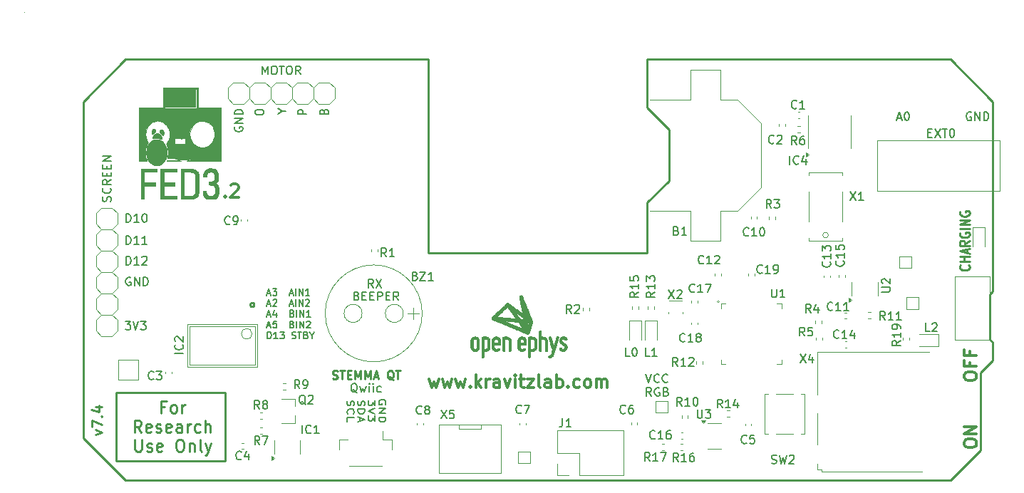
<source format=gbr>
%TF.GenerationSoftware,KiCad,Pcbnew,9.0.2*%
%TF.CreationDate,2025-07-03T15:48:42+01:00*%
%TF.ProjectId,FED3,46454433-2e6b-4696-9361-645f70636258,rev?*%
%TF.SameCoordinates,Original*%
%TF.FileFunction,Legend,Top*%
%TF.FilePolarity,Positive*%
%FSLAX46Y46*%
G04 Gerber Fmt 4.6, Leading zero omitted, Abs format (unit mm)*
G04 Created by KiCad (PCBNEW 9.0.2) date 2025-07-03 15:48:42*
%MOMM*%
%LPD*%
G01*
G04 APERTURE LIST*
%ADD10C,0.254000*%
%ADD11C,0.010000*%
%ADD12C,0.200000*%
%ADD13C,0.250000*%
%ADD14C,0.300000*%
%ADD15C,0.137160*%
%ADD16C,0.251460*%
%ADD17C,0.240000*%
%ADD18C,0.328168*%
%ADD19C,0.241808*%
%ADD20C,0.100000*%
%TA.AperFunction,Profile*%
%ADD21C,0.250000*%
%TD*%
G04 APERTURE END LIST*
D10*
X114821100Y-109175600D02*
G75*
G02*
X114313100Y-109175600I-254000J0D01*
G01*
X114313100Y-109175600D02*
G75*
G02*
X114821100Y-109175600I254000J0D01*
G01*
X111367000Y-119572000D02*
X111367000Y-127700000D01*
X98413000Y-119572000D02*
X111367000Y-119572000D01*
X98413000Y-127700000D02*
X98413000Y-119572000D01*
X111367000Y-127700000D02*
X98413000Y-127700000D01*
D11*
X87487760Y-74351613D02*
X87487787Y-74351642D01*
D12*
X97719600Y-96867945D02*
X97767219Y-96725088D01*
X97767219Y-96725088D02*
X97767219Y-96486993D01*
X97767219Y-96486993D02*
X97719600Y-96391755D01*
X97719600Y-96391755D02*
X97671980Y-96344136D01*
X97671980Y-96344136D02*
X97576742Y-96296517D01*
X97576742Y-96296517D02*
X97481504Y-96296517D01*
X97481504Y-96296517D02*
X97386266Y-96344136D01*
X97386266Y-96344136D02*
X97338647Y-96391755D01*
X97338647Y-96391755D02*
X97291028Y-96486993D01*
X97291028Y-96486993D02*
X97243409Y-96677469D01*
X97243409Y-96677469D02*
X97195790Y-96772707D01*
X97195790Y-96772707D02*
X97148171Y-96820326D01*
X97148171Y-96820326D02*
X97052933Y-96867945D01*
X97052933Y-96867945D02*
X96957695Y-96867945D01*
X96957695Y-96867945D02*
X96862457Y-96820326D01*
X96862457Y-96820326D02*
X96814838Y-96772707D01*
X96814838Y-96772707D02*
X96767219Y-96677469D01*
X96767219Y-96677469D02*
X96767219Y-96439374D01*
X96767219Y-96439374D02*
X96814838Y-96296517D01*
X97671980Y-95296517D02*
X97719600Y-95344136D01*
X97719600Y-95344136D02*
X97767219Y-95486993D01*
X97767219Y-95486993D02*
X97767219Y-95582231D01*
X97767219Y-95582231D02*
X97719600Y-95725088D01*
X97719600Y-95725088D02*
X97624361Y-95820326D01*
X97624361Y-95820326D02*
X97529123Y-95867945D01*
X97529123Y-95867945D02*
X97338647Y-95915564D01*
X97338647Y-95915564D02*
X97195790Y-95915564D01*
X97195790Y-95915564D02*
X97005314Y-95867945D01*
X97005314Y-95867945D02*
X96910076Y-95820326D01*
X96910076Y-95820326D02*
X96814838Y-95725088D01*
X96814838Y-95725088D02*
X96767219Y-95582231D01*
X96767219Y-95582231D02*
X96767219Y-95486993D01*
X96767219Y-95486993D02*
X96814838Y-95344136D01*
X96814838Y-95344136D02*
X96862457Y-95296517D01*
X97767219Y-94296517D02*
X97291028Y-94629850D01*
X97767219Y-94867945D02*
X96767219Y-94867945D01*
X96767219Y-94867945D02*
X96767219Y-94486993D01*
X96767219Y-94486993D02*
X96814838Y-94391755D01*
X96814838Y-94391755D02*
X96862457Y-94344136D01*
X96862457Y-94344136D02*
X96957695Y-94296517D01*
X96957695Y-94296517D02*
X97100552Y-94296517D01*
X97100552Y-94296517D02*
X97195790Y-94344136D01*
X97195790Y-94344136D02*
X97243409Y-94391755D01*
X97243409Y-94391755D02*
X97291028Y-94486993D01*
X97291028Y-94486993D02*
X97291028Y-94867945D01*
X97243409Y-93867945D02*
X97243409Y-93534612D01*
X97767219Y-93391755D02*
X97767219Y-93867945D01*
X97767219Y-93867945D02*
X96767219Y-93867945D01*
X96767219Y-93867945D02*
X96767219Y-93391755D01*
X97243409Y-92963183D02*
X97243409Y-92629850D01*
X97767219Y-92486993D02*
X97767219Y-92963183D01*
X97767219Y-92963183D02*
X96767219Y-92963183D01*
X96767219Y-92963183D02*
X96767219Y-92486993D01*
X97767219Y-92058421D02*
X96767219Y-92058421D01*
X96767219Y-92058421D02*
X97767219Y-91486993D01*
X97767219Y-91486993D02*
X96767219Y-91486993D01*
X126968006Y-108088409D02*
X127110863Y-108136028D01*
X127110863Y-108136028D02*
X127158482Y-108183647D01*
X127158482Y-108183647D02*
X127206101Y-108278885D01*
X127206101Y-108278885D02*
X127206101Y-108421742D01*
X127206101Y-108421742D02*
X127158482Y-108516980D01*
X127158482Y-108516980D02*
X127110863Y-108564600D01*
X127110863Y-108564600D02*
X127015625Y-108612219D01*
X127015625Y-108612219D02*
X126634673Y-108612219D01*
X126634673Y-108612219D02*
X126634673Y-107612219D01*
X126634673Y-107612219D02*
X126968006Y-107612219D01*
X126968006Y-107612219D02*
X127063244Y-107659838D01*
X127063244Y-107659838D02*
X127110863Y-107707457D01*
X127110863Y-107707457D02*
X127158482Y-107802695D01*
X127158482Y-107802695D02*
X127158482Y-107897933D01*
X127158482Y-107897933D02*
X127110863Y-107993171D01*
X127110863Y-107993171D02*
X127063244Y-108040790D01*
X127063244Y-108040790D02*
X126968006Y-108088409D01*
X126968006Y-108088409D02*
X126634673Y-108088409D01*
X127634673Y-108088409D02*
X127968006Y-108088409D01*
X128110863Y-108612219D02*
X127634673Y-108612219D01*
X127634673Y-108612219D02*
X127634673Y-107612219D01*
X127634673Y-107612219D02*
X128110863Y-107612219D01*
X128539435Y-108088409D02*
X128872768Y-108088409D01*
X129015625Y-108612219D02*
X128539435Y-108612219D01*
X128539435Y-108612219D02*
X128539435Y-107612219D01*
X128539435Y-107612219D02*
X129015625Y-107612219D01*
X129444197Y-108612219D02*
X129444197Y-107612219D01*
X129444197Y-107612219D02*
X129825149Y-107612219D01*
X129825149Y-107612219D02*
X129920387Y-107659838D01*
X129920387Y-107659838D02*
X129968006Y-107707457D01*
X129968006Y-107707457D02*
X130015625Y-107802695D01*
X130015625Y-107802695D02*
X130015625Y-107945552D01*
X130015625Y-107945552D02*
X129968006Y-108040790D01*
X129968006Y-108040790D02*
X129920387Y-108088409D01*
X129920387Y-108088409D02*
X129825149Y-108136028D01*
X129825149Y-108136028D02*
X129444197Y-108136028D01*
X130444197Y-108088409D02*
X130777530Y-108088409D01*
X130920387Y-108612219D02*
X130444197Y-108612219D01*
X130444197Y-108612219D02*
X130444197Y-107612219D01*
X130444197Y-107612219D02*
X130920387Y-107612219D01*
X131920387Y-108612219D02*
X131587054Y-108136028D01*
X131348959Y-108612219D02*
X131348959Y-107612219D01*
X131348959Y-107612219D02*
X131729911Y-107612219D01*
X131729911Y-107612219D02*
X131825149Y-107659838D01*
X131825149Y-107659838D02*
X131872768Y-107707457D01*
X131872768Y-107707457D02*
X131920387Y-107802695D01*
X131920387Y-107802695D02*
X131920387Y-107945552D01*
X131920387Y-107945552D02*
X131872768Y-108040790D01*
X131872768Y-108040790D02*
X131825149Y-108088409D01*
X131825149Y-108088409D02*
X131729911Y-108136028D01*
X131729911Y-108136028D02*
X131348959Y-108136028D01*
X125896400Y-120572054D02*
X125858304Y-120714911D01*
X125858304Y-120714911D02*
X125858304Y-120953006D01*
X125858304Y-120953006D02*
X125896400Y-121048244D01*
X125896400Y-121048244D02*
X125934495Y-121095863D01*
X125934495Y-121095863D02*
X126010685Y-121143482D01*
X126010685Y-121143482D02*
X126086876Y-121143482D01*
X126086876Y-121143482D02*
X126163066Y-121095863D01*
X126163066Y-121095863D02*
X126201161Y-121048244D01*
X126201161Y-121048244D02*
X126239257Y-120953006D01*
X126239257Y-120953006D02*
X126277352Y-120762530D01*
X126277352Y-120762530D02*
X126315447Y-120667292D01*
X126315447Y-120667292D02*
X126353542Y-120619673D01*
X126353542Y-120619673D02*
X126429733Y-120572054D01*
X126429733Y-120572054D02*
X126505923Y-120572054D01*
X126505923Y-120572054D02*
X126582114Y-120619673D01*
X126582114Y-120619673D02*
X126620209Y-120667292D01*
X126620209Y-120667292D02*
X126658304Y-120762530D01*
X126658304Y-120762530D02*
X126658304Y-121000625D01*
X126658304Y-121000625D02*
X126620209Y-121143482D01*
X125934495Y-122143482D02*
X125896400Y-122095863D01*
X125896400Y-122095863D02*
X125858304Y-121953006D01*
X125858304Y-121953006D02*
X125858304Y-121857768D01*
X125858304Y-121857768D02*
X125896400Y-121714911D01*
X125896400Y-121714911D02*
X125972590Y-121619673D01*
X125972590Y-121619673D02*
X126048780Y-121572054D01*
X126048780Y-121572054D02*
X126201161Y-121524435D01*
X126201161Y-121524435D02*
X126315447Y-121524435D01*
X126315447Y-121524435D02*
X126467828Y-121572054D01*
X126467828Y-121572054D02*
X126544019Y-121619673D01*
X126544019Y-121619673D02*
X126620209Y-121714911D01*
X126620209Y-121714911D02*
X126658304Y-121857768D01*
X126658304Y-121857768D02*
X126658304Y-121953006D01*
X126658304Y-121953006D02*
X126620209Y-122095863D01*
X126620209Y-122095863D02*
X126582114Y-122143482D01*
X125858304Y-123048244D02*
X125858304Y-122572054D01*
X125858304Y-122572054D02*
X126658304Y-122572054D01*
X127032381Y-119607457D02*
X126937143Y-119559838D01*
X126937143Y-119559838D02*
X126841905Y-119464600D01*
X126841905Y-119464600D02*
X126699048Y-119321742D01*
X126699048Y-119321742D02*
X126603810Y-119274123D01*
X126603810Y-119274123D02*
X126508572Y-119274123D01*
X126556191Y-119512219D02*
X126460953Y-119464600D01*
X126460953Y-119464600D02*
X126365715Y-119369361D01*
X126365715Y-119369361D02*
X126318096Y-119178885D01*
X126318096Y-119178885D02*
X126318096Y-118845552D01*
X126318096Y-118845552D02*
X126365715Y-118655076D01*
X126365715Y-118655076D02*
X126460953Y-118559838D01*
X126460953Y-118559838D02*
X126556191Y-118512219D01*
X126556191Y-118512219D02*
X126746667Y-118512219D01*
X126746667Y-118512219D02*
X126841905Y-118559838D01*
X126841905Y-118559838D02*
X126937143Y-118655076D01*
X126937143Y-118655076D02*
X126984762Y-118845552D01*
X126984762Y-118845552D02*
X126984762Y-119178885D01*
X126984762Y-119178885D02*
X126937143Y-119369361D01*
X126937143Y-119369361D02*
X126841905Y-119464600D01*
X126841905Y-119464600D02*
X126746667Y-119512219D01*
X126746667Y-119512219D02*
X126556191Y-119512219D01*
X127318096Y-118845552D02*
X127508572Y-119512219D01*
X127508572Y-119512219D02*
X127699048Y-119036028D01*
X127699048Y-119036028D02*
X127889524Y-119512219D01*
X127889524Y-119512219D02*
X128080000Y-118845552D01*
X128460953Y-119512219D02*
X128460953Y-118845552D01*
X128460953Y-118512219D02*
X128413334Y-118559838D01*
X128413334Y-118559838D02*
X128460953Y-118607457D01*
X128460953Y-118607457D02*
X128508572Y-118559838D01*
X128508572Y-118559838D02*
X128460953Y-118512219D01*
X128460953Y-118512219D02*
X128460953Y-118607457D01*
X128937143Y-119512219D02*
X128937143Y-118845552D01*
X128937143Y-118512219D02*
X128889524Y-118559838D01*
X128889524Y-118559838D02*
X128937143Y-118607457D01*
X128937143Y-118607457D02*
X128984762Y-118559838D01*
X128984762Y-118559838D02*
X128937143Y-118512219D01*
X128937143Y-118512219D02*
X128937143Y-118607457D01*
X129841904Y-119464600D02*
X129746666Y-119512219D01*
X129746666Y-119512219D02*
X129556190Y-119512219D01*
X129556190Y-119512219D02*
X129460952Y-119464600D01*
X129460952Y-119464600D02*
X129413333Y-119416980D01*
X129413333Y-119416980D02*
X129365714Y-119321742D01*
X129365714Y-119321742D02*
X129365714Y-119036028D01*
X129365714Y-119036028D02*
X129413333Y-118940790D01*
X129413333Y-118940790D02*
X129460952Y-118893171D01*
X129460952Y-118893171D02*
X129556190Y-118845552D01*
X129556190Y-118845552D02*
X129746666Y-118845552D01*
X129746666Y-118845552D02*
X129841904Y-118893171D01*
X118091028Y-86174374D02*
X118567219Y-86174374D01*
X117567219Y-86507707D02*
X118091028Y-86174374D01*
X118091028Y-86174374D02*
X117567219Y-85841041D01*
X123068409Y-86174374D02*
X123116028Y-86031517D01*
X123116028Y-86031517D02*
X123163647Y-85983898D01*
X123163647Y-85983898D02*
X123258885Y-85936279D01*
X123258885Y-85936279D02*
X123401742Y-85936279D01*
X123401742Y-85936279D02*
X123496980Y-85983898D01*
X123496980Y-85983898D02*
X123544600Y-86031517D01*
X123544600Y-86031517D02*
X123592219Y-86126755D01*
X123592219Y-86126755D02*
X123592219Y-86507707D01*
X123592219Y-86507707D02*
X122592219Y-86507707D01*
X122592219Y-86507707D02*
X122592219Y-86174374D01*
X122592219Y-86174374D02*
X122639838Y-86079136D01*
X122639838Y-86079136D02*
X122687457Y-86031517D01*
X122687457Y-86031517D02*
X122782695Y-85983898D01*
X122782695Y-85983898D02*
X122877933Y-85983898D01*
X122877933Y-85983898D02*
X122973171Y-86031517D01*
X122973171Y-86031517D02*
X123020790Y-86079136D01*
X123020790Y-86079136D02*
X123068409Y-86174374D01*
X123068409Y-86174374D02*
X123068409Y-86507707D01*
X115719673Y-81767219D02*
X115719673Y-80767219D01*
X115719673Y-80767219D02*
X116053006Y-81481504D01*
X116053006Y-81481504D02*
X116386339Y-80767219D01*
X116386339Y-80767219D02*
X116386339Y-81767219D01*
X117053006Y-80767219D02*
X117243482Y-80767219D01*
X117243482Y-80767219D02*
X117338720Y-80814838D01*
X117338720Y-80814838D02*
X117433958Y-80910076D01*
X117433958Y-80910076D02*
X117481577Y-81100552D01*
X117481577Y-81100552D02*
X117481577Y-81433885D01*
X117481577Y-81433885D02*
X117433958Y-81624361D01*
X117433958Y-81624361D02*
X117338720Y-81719600D01*
X117338720Y-81719600D02*
X117243482Y-81767219D01*
X117243482Y-81767219D02*
X117053006Y-81767219D01*
X117053006Y-81767219D02*
X116957768Y-81719600D01*
X116957768Y-81719600D02*
X116862530Y-81624361D01*
X116862530Y-81624361D02*
X116814911Y-81433885D01*
X116814911Y-81433885D02*
X116814911Y-81100552D01*
X116814911Y-81100552D02*
X116862530Y-80910076D01*
X116862530Y-80910076D02*
X116957768Y-80814838D01*
X116957768Y-80814838D02*
X117053006Y-80767219D01*
X117767292Y-80767219D02*
X118338720Y-80767219D01*
X118053006Y-81767219D02*
X118053006Y-80767219D01*
X118862530Y-80767219D02*
X119053006Y-80767219D01*
X119053006Y-80767219D02*
X119148244Y-80814838D01*
X119148244Y-80814838D02*
X119243482Y-80910076D01*
X119243482Y-80910076D02*
X119291101Y-81100552D01*
X119291101Y-81100552D02*
X119291101Y-81433885D01*
X119291101Y-81433885D02*
X119243482Y-81624361D01*
X119243482Y-81624361D02*
X119148244Y-81719600D01*
X119148244Y-81719600D02*
X119053006Y-81767219D01*
X119053006Y-81767219D02*
X118862530Y-81767219D01*
X118862530Y-81767219D02*
X118767292Y-81719600D01*
X118767292Y-81719600D02*
X118672054Y-81624361D01*
X118672054Y-81624361D02*
X118624435Y-81433885D01*
X118624435Y-81433885D02*
X118624435Y-81100552D01*
X118624435Y-81100552D02*
X118672054Y-80910076D01*
X118672054Y-80910076D02*
X118767292Y-80814838D01*
X118767292Y-80814838D02*
X118862530Y-80767219D01*
X120291101Y-81767219D02*
X119957768Y-81291028D01*
X119719673Y-81767219D02*
X119719673Y-80767219D01*
X119719673Y-80767219D02*
X120100625Y-80767219D01*
X120100625Y-80767219D02*
X120195863Y-80814838D01*
X120195863Y-80814838D02*
X120243482Y-80862457D01*
X120243482Y-80862457D02*
X120291101Y-80957695D01*
X120291101Y-80957695D02*
X120291101Y-81100552D01*
X120291101Y-81100552D02*
X120243482Y-81195790D01*
X120243482Y-81195790D02*
X120195863Y-81243409D01*
X120195863Y-81243409D02*
X120100625Y-81291028D01*
X120100625Y-81291028D02*
X119719673Y-81291028D01*
D13*
X124103809Y-117932000D02*
X124246666Y-117979619D01*
X124246666Y-117979619D02*
X124484761Y-117979619D01*
X124484761Y-117979619D02*
X124579999Y-117932000D01*
X124579999Y-117932000D02*
X124627618Y-117884380D01*
X124627618Y-117884380D02*
X124675237Y-117789142D01*
X124675237Y-117789142D02*
X124675237Y-117693904D01*
X124675237Y-117693904D02*
X124627618Y-117598666D01*
X124627618Y-117598666D02*
X124579999Y-117551047D01*
X124579999Y-117551047D02*
X124484761Y-117503428D01*
X124484761Y-117503428D02*
X124294285Y-117455809D01*
X124294285Y-117455809D02*
X124199047Y-117408190D01*
X124199047Y-117408190D02*
X124151428Y-117360571D01*
X124151428Y-117360571D02*
X124103809Y-117265333D01*
X124103809Y-117265333D02*
X124103809Y-117170095D01*
X124103809Y-117170095D02*
X124151428Y-117074857D01*
X124151428Y-117074857D02*
X124199047Y-117027238D01*
X124199047Y-117027238D02*
X124294285Y-116979619D01*
X124294285Y-116979619D02*
X124532380Y-116979619D01*
X124532380Y-116979619D02*
X124675237Y-117027238D01*
X124960952Y-116979619D02*
X125532380Y-116979619D01*
X125246666Y-117979619D02*
X125246666Y-116979619D01*
X125865714Y-117455809D02*
X126199047Y-117455809D01*
X126341904Y-117979619D02*
X125865714Y-117979619D01*
X125865714Y-117979619D02*
X125865714Y-116979619D01*
X125865714Y-116979619D02*
X126341904Y-116979619D01*
X126770476Y-117979619D02*
X126770476Y-116979619D01*
X126770476Y-116979619D02*
X127103809Y-117693904D01*
X127103809Y-117693904D02*
X127437142Y-116979619D01*
X127437142Y-116979619D02*
X127437142Y-117979619D01*
X127913333Y-117979619D02*
X127913333Y-116979619D01*
X127913333Y-116979619D02*
X128246666Y-117693904D01*
X128246666Y-117693904D02*
X128579999Y-116979619D01*
X128579999Y-116979619D02*
X128579999Y-117979619D01*
X129008571Y-117693904D02*
X129484761Y-117693904D01*
X128913333Y-117979619D02*
X129246666Y-116979619D01*
X129246666Y-116979619D02*
X129579999Y-117979619D01*
X131341904Y-118074857D02*
X131246666Y-118027238D01*
X131246666Y-118027238D02*
X131151428Y-117932000D01*
X131151428Y-117932000D02*
X131008571Y-117789142D01*
X131008571Y-117789142D02*
X130913333Y-117741523D01*
X130913333Y-117741523D02*
X130818095Y-117741523D01*
X130865714Y-117979619D02*
X130770476Y-117932000D01*
X130770476Y-117932000D02*
X130675238Y-117836761D01*
X130675238Y-117836761D02*
X130627619Y-117646285D01*
X130627619Y-117646285D02*
X130627619Y-117312952D01*
X130627619Y-117312952D02*
X130675238Y-117122476D01*
X130675238Y-117122476D02*
X130770476Y-117027238D01*
X130770476Y-117027238D02*
X130865714Y-116979619D01*
X130865714Y-116979619D02*
X131056190Y-116979619D01*
X131056190Y-116979619D02*
X131151428Y-117027238D01*
X131151428Y-117027238D02*
X131246666Y-117122476D01*
X131246666Y-117122476D02*
X131294285Y-117312952D01*
X131294285Y-117312952D02*
X131294285Y-117646285D01*
X131294285Y-117646285D02*
X131246666Y-117836761D01*
X131246666Y-117836761D02*
X131151428Y-117932000D01*
X131151428Y-117932000D02*
X131056190Y-117979619D01*
X131056190Y-117979619D02*
X130865714Y-117979619D01*
X131580000Y-116979619D02*
X132151428Y-116979619D01*
X131865714Y-117979619D02*
X131865714Y-116979619D01*
D12*
X99569673Y-99342219D02*
X99569673Y-98342219D01*
X99569673Y-98342219D02*
X99807768Y-98342219D01*
X99807768Y-98342219D02*
X99950625Y-98389838D01*
X99950625Y-98389838D02*
X100045863Y-98485076D01*
X100045863Y-98485076D02*
X100093482Y-98580314D01*
X100093482Y-98580314D02*
X100141101Y-98770790D01*
X100141101Y-98770790D02*
X100141101Y-98913647D01*
X100141101Y-98913647D02*
X100093482Y-99104123D01*
X100093482Y-99104123D02*
X100045863Y-99199361D01*
X100045863Y-99199361D02*
X99950625Y-99294600D01*
X99950625Y-99294600D02*
X99807768Y-99342219D01*
X99807768Y-99342219D02*
X99569673Y-99342219D01*
X101093482Y-99342219D02*
X100522054Y-99342219D01*
X100807768Y-99342219D02*
X100807768Y-98342219D01*
X100807768Y-98342219D02*
X100712530Y-98485076D01*
X100712530Y-98485076D02*
X100617292Y-98580314D01*
X100617292Y-98580314D02*
X100522054Y-98627933D01*
X101712530Y-98342219D02*
X101807768Y-98342219D01*
X101807768Y-98342219D02*
X101903006Y-98389838D01*
X101903006Y-98389838D02*
X101950625Y-98437457D01*
X101950625Y-98437457D02*
X101998244Y-98532695D01*
X101998244Y-98532695D02*
X102045863Y-98723171D01*
X102045863Y-98723171D02*
X102045863Y-98961266D01*
X102045863Y-98961266D02*
X101998244Y-99151742D01*
X101998244Y-99151742D02*
X101950625Y-99246980D01*
X101950625Y-99246980D02*
X101903006Y-99294600D01*
X101903006Y-99294600D02*
X101807768Y-99342219D01*
X101807768Y-99342219D02*
X101712530Y-99342219D01*
X101712530Y-99342219D02*
X101617292Y-99294600D01*
X101617292Y-99294600D02*
X101569673Y-99246980D01*
X101569673Y-99246980D02*
X101522054Y-99151742D01*
X101522054Y-99151742D02*
X101474435Y-98961266D01*
X101474435Y-98961266D02*
X101474435Y-98723171D01*
X101474435Y-98723171D02*
X101522054Y-98532695D01*
X101522054Y-98532695D02*
X101569673Y-98437457D01*
X101569673Y-98437457D02*
X101617292Y-98389838D01*
X101617292Y-98389838D02*
X101712530Y-98342219D01*
D14*
X199110828Y-125759774D02*
X199110828Y-125474060D01*
X199110828Y-125474060D02*
X199182257Y-125331203D01*
X199182257Y-125331203D02*
X199325114Y-125188346D01*
X199325114Y-125188346D02*
X199610828Y-125116917D01*
X199610828Y-125116917D02*
X200110828Y-125116917D01*
X200110828Y-125116917D02*
X200396542Y-125188346D01*
X200396542Y-125188346D02*
X200539400Y-125331203D01*
X200539400Y-125331203D02*
X200610828Y-125474060D01*
X200610828Y-125474060D02*
X200610828Y-125759774D01*
X200610828Y-125759774D02*
X200539400Y-125902632D01*
X200539400Y-125902632D02*
X200396542Y-126045489D01*
X200396542Y-126045489D02*
X200110828Y-126116917D01*
X200110828Y-126116917D02*
X199610828Y-126116917D01*
X199610828Y-126116917D02*
X199325114Y-126045489D01*
X199325114Y-126045489D02*
X199182257Y-125902632D01*
X199182257Y-125902632D02*
X199110828Y-125759774D01*
X200610828Y-124474060D02*
X199110828Y-124474060D01*
X199110828Y-124474060D02*
X200610828Y-123616917D01*
X200610828Y-123616917D02*
X199110828Y-123616917D01*
D15*
X116333716Y-107802170D02*
X116714669Y-107802170D01*
X116257526Y-108030742D02*
X116524193Y-107230742D01*
X116524193Y-107230742D02*
X116790859Y-108030742D01*
X116981335Y-107230742D02*
X117476573Y-107230742D01*
X117476573Y-107230742D02*
X117209907Y-107535504D01*
X117209907Y-107535504D02*
X117324192Y-107535504D01*
X117324192Y-107535504D02*
X117400383Y-107573599D01*
X117400383Y-107573599D02*
X117438478Y-107611694D01*
X117438478Y-107611694D02*
X117476573Y-107687885D01*
X117476573Y-107687885D02*
X117476573Y-107878361D01*
X117476573Y-107878361D02*
X117438478Y-107954551D01*
X117438478Y-107954551D02*
X117400383Y-107992647D01*
X117400383Y-107992647D02*
X117324192Y-108030742D01*
X117324192Y-108030742D02*
X117095621Y-108030742D01*
X117095621Y-108030742D02*
X117019430Y-107992647D01*
X117019430Y-107992647D02*
X116981335Y-107954551D01*
X119000383Y-107802170D02*
X119381336Y-107802170D01*
X118924193Y-108030742D02*
X119190860Y-107230742D01*
X119190860Y-107230742D02*
X119457526Y-108030742D01*
X119724193Y-108030742D02*
X119724193Y-107230742D01*
X120105145Y-108030742D02*
X120105145Y-107230742D01*
X120105145Y-107230742D02*
X120562288Y-108030742D01*
X120562288Y-108030742D02*
X120562288Y-107230742D01*
X121362287Y-108030742D02*
X120905144Y-108030742D01*
X121133716Y-108030742D02*
X121133716Y-107230742D01*
X121133716Y-107230742D02*
X121057525Y-107345027D01*
X121057525Y-107345027D02*
X120981335Y-107421218D01*
X120981335Y-107421218D02*
X120905144Y-107459313D01*
X116333716Y-109090125D02*
X116714669Y-109090125D01*
X116257526Y-109318697D02*
X116524193Y-108518697D01*
X116524193Y-108518697D02*
X116790859Y-109318697D01*
X117019430Y-108594887D02*
X117057526Y-108556792D01*
X117057526Y-108556792D02*
X117133716Y-108518697D01*
X117133716Y-108518697D02*
X117324192Y-108518697D01*
X117324192Y-108518697D02*
X117400383Y-108556792D01*
X117400383Y-108556792D02*
X117438478Y-108594887D01*
X117438478Y-108594887D02*
X117476573Y-108671078D01*
X117476573Y-108671078D02*
X117476573Y-108747268D01*
X117476573Y-108747268D02*
X117438478Y-108861554D01*
X117438478Y-108861554D02*
X116981335Y-109318697D01*
X116981335Y-109318697D02*
X117476573Y-109318697D01*
X119000383Y-109090125D02*
X119381336Y-109090125D01*
X118924193Y-109318697D02*
X119190860Y-108518697D01*
X119190860Y-108518697D02*
X119457526Y-109318697D01*
X119724193Y-109318697D02*
X119724193Y-108518697D01*
X120105145Y-109318697D02*
X120105145Y-108518697D01*
X120105145Y-108518697D02*
X120562288Y-109318697D01*
X120562288Y-109318697D02*
X120562288Y-108518697D01*
X120905144Y-108594887D02*
X120943240Y-108556792D01*
X120943240Y-108556792D02*
X121019430Y-108518697D01*
X121019430Y-108518697D02*
X121209906Y-108518697D01*
X121209906Y-108518697D02*
X121286097Y-108556792D01*
X121286097Y-108556792D02*
X121324192Y-108594887D01*
X121324192Y-108594887D02*
X121362287Y-108671078D01*
X121362287Y-108671078D02*
X121362287Y-108747268D01*
X121362287Y-108747268D02*
X121324192Y-108861554D01*
X121324192Y-108861554D02*
X120867049Y-109318697D01*
X120867049Y-109318697D02*
X121362287Y-109318697D01*
X116333716Y-110378080D02*
X116714669Y-110378080D01*
X116257526Y-110606652D02*
X116524193Y-109806652D01*
X116524193Y-109806652D02*
X116790859Y-110606652D01*
X117400383Y-110073318D02*
X117400383Y-110606652D01*
X117209907Y-109768557D02*
X117019430Y-110339985D01*
X117019430Y-110339985D02*
X117514669Y-110339985D01*
X119305145Y-110187604D02*
X119419431Y-110225699D01*
X119419431Y-110225699D02*
X119457526Y-110263795D01*
X119457526Y-110263795D02*
X119495622Y-110339985D01*
X119495622Y-110339985D02*
X119495622Y-110454271D01*
X119495622Y-110454271D02*
X119457526Y-110530461D01*
X119457526Y-110530461D02*
X119419431Y-110568557D01*
X119419431Y-110568557D02*
X119343241Y-110606652D01*
X119343241Y-110606652D02*
X119038479Y-110606652D01*
X119038479Y-110606652D02*
X119038479Y-109806652D01*
X119038479Y-109806652D02*
X119305145Y-109806652D01*
X119305145Y-109806652D02*
X119381336Y-109844747D01*
X119381336Y-109844747D02*
X119419431Y-109882842D01*
X119419431Y-109882842D02*
X119457526Y-109959033D01*
X119457526Y-109959033D02*
X119457526Y-110035223D01*
X119457526Y-110035223D02*
X119419431Y-110111414D01*
X119419431Y-110111414D02*
X119381336Y-110149509D01*
X119381336Y-110149509D02*
X119305145Y-110187604D01*
X119305145Y-110187604D02*
X119038479Y-110187604D01*
X119838479Y-110606652D02*
X119838479Y-109806652D01*
X120219431Y-110606652D02*
X120219431Y-109806652D01*
X120219431Y-109806652D02*
X120676574Y-110606652D01*
X120676574Y-110606652D02*
X120676574Y-109806652D01*
X121476573Y-110606652D02*
X121019430Y-110606652D01*
X121248002Y-110606652D02*
X121248002Y-109806652D01*
X121248002Y-109806652D02*
X121171811Y-109920937D01*
X121171811Y-109920937D02*
X121095621Y-109997128D01*
X121095621Y-109997128D02*
X121019430Y-110035223D01*
X116333716Y-111666035D02*
X116714669Y-111666035D01*
X116257526Y-111894607D02*
X116524193Y-111094607D01*
X116524193Y-111094607D02*
X116790859Y-111894607D01*
X117438478Y-111094607D02*
X117057526Y-111094607D01*
X117057526Y-111094607D02*
X117019430Y-111475559D01*
X117019430Y-111475559D02*
X117057526Y-111437464D01*
X117057526Y-111437464D02*
X117133716Y-111399369D01*
X117133716Y-111399369D02*
X117324192Y-111399369D01*
X117324192Y-111399369D02*
X117400383Y-111437464D01*
X117400383Y-111437464D02*
X117438478Y-111475559D01*
X117438478Y-111475559D02*
X117476573Y-111551750D01*
X117476573Y-111551750D02*
X117476573Y-111742226D01*
X117476573Y-111742226D02*
X117438478Y-111818416D01*
X117438478Y-111818416D02*
X117400383Y-111856512D01*
X117400383Y-111856512D02*
X117324192Y-111894607D01*
X117324192Y-111894607D02*
X117133716Y-111894607D01*
X117133716Y-111894607D02*
X117057526Y-111856512D01*
X117057526Y-111856512D02*
X117019430Y-111818416D01*
X119305145Y-111475559D02*
X119419431Y-111513654D01*
X119419431Y-111513654D02*
X119457526Y-111551750D01*
X119457526Y-111551750D02*
X119495622Y-111627940D01*
X119495622Y-111627940D02*
X119495622Y-111742226D01*
X119495622Y-111742226D02*
X119457526Y-111818416D01*
X119457526Y-111818416D02*
X119419431Y-111856512D01*
X119419431Y-111856512D02*
X119343241Y-111894607D01*
X119343241Y-111894607D02*
X119038479Y-111894607D01*
X119038479Y-111894607D02*
X119038479Y-111094607D01*
X119038479Y-111094607D02*
X119305145Y-111094607D01*
X119305145Y-111094607D02*
X119381336Y-111132702D01*
X119381336Y-111132702D02*
X119419431Y-111170797D01*
X119419431Y-111170797D02*
X119457526Y-111246988D01*
X119457526Y-111246988D02*
X119457526Y-111323178D01*
X119457526Y-111323178D02*
X119419431Y-111399369D01*
X119419431Y-111399369D02*
X119381336Y-111437464D01*
X119381336Y-111437464D02*
X119305145Y-111475559D01*
X119305145Y-111475559D02*
X119038479Y-111475559D01*
X119838479Y-111894607D02*
X119838479Y-111094607D01*
X120219431Y-111894607D02*
X120219431Y-111094607D01*
X120219431Y-111094607D02*
X120676574Y-111894607D01*
X120676574Y-111894607D02*
X120676574Y-111094607D01*
X121019430Y-111170797D02*
X121057526Y-111132702D01*
X121057526Y-111132702D02*
X121133716Y-111094607D01*
X121133716Y-111094607D02*
X121324192Y-111094607D01*
X121324192Y-111094607D02*
X121400383Y-111132702D01*
X121400383Y-111132702D02*
X121438478Y-111170797D01*
X121438478Y-111170797D02*
X121476573Y-111246988D01*
X121476573Y-111246988D02*
X121476573Y-111323178D01*
X121476573Y-111323178D02*
X121438478Y-111437464D01*
X121438478Y-111437464D02*
X120981335Y-111894607D01*
X120981335Y-111894607D02*
X121476573Y-111894607D01*
X116371812Y-113182562D02*
X116371812Y-112382562D01*
X116371812Y-112382562D02*
X116562288Y-112382562D01*
X116562288Y-112382562D02*
X116676574Y-112420657D01*
X116676574Y-112420657D02*
X116752764Y-112496847D01*
X116752764Y-112496847D02*
X116790859Y-112573038D01*
X116790859Y-112573038D02*
X116828955Y-112725419D01*
X116828955Y-112725419D02*
X116828955Y-112839705D01*
X116828955Y-112839705D02*
X116790859Y-112992086D01*
X116790859Y-112992086D02*
X116752764Y-113068276D01*
X116752764Y-113068276D02*
X116676574Y-113144467D01*
X116676574Y-113144467D02*
X116562288Y-113182562D01*
X116562288Y-113182562D02*
X116371812Y-113182562D01*
X117590859Y-113182562D02*
X117133716Y-113182562D01*
X117362288Y-113182562D02*
X117362288Y-112382562D01*
X117362288Y-112382562D02*
X117286097Y-112496847D01*
X117286097Y-112496847D02*
X117209907Y-112573038D01*
X117209907Y-112573038D02*
X117133716Y-112611133D01*
X117857526Y-112382562D02*
X118352764Y-112382562D01*
X118352764Y-112382562D02*
X118086098Y-112687324D01*
X118086098Y-112687324D02*
X118200383Y-112687324D01*
X118200383Y-112687324D02*
X118276574Y-112725419D01*
X118276574Y-112725419D02*
X118314669Y-112763514D01*
X118314669Y-112763514D02*
X118352764Y-112839705D01*
X118352764Y-112839705D02*
X118352764Y-113030181D01*
X118352764Y-113030181D02*
X118314669Y-113106371D01*
X118314669Y-113106371D02*
X118276574Y-113144467D01*
X118276574Y-113144467D02*
X118200383Y-113182562D01*
X118200383Y-113182562D02*
X117971812Y-113182562D01*
X117971812Y-113182562D02*
X117895621Y-113144467D01*
X117895621Y-113144467D02*
X117857526Y-113106371D01*
X119267050Y-113144467D02*
X119381336Y-113182562D01*
X119381336Y-113182562D02*
X119571812Y-113182562D01*
X119571812Y-113182562D02*
X119648003Y-113144467D01*
X119648003Y-113144467D02*
X119686098Y-113106371D01*
X119686098Y-113106371D02*
X119724193Y-113030181D01*
X119724193Y-113030181D02*
X119724193Y-112953990D01*
X119724193Y-112953990D02*
X119686098Y-112877800D01*
X119686098Y-112877800D02*
X119648003Y-112839705D01*
X119648003Y-112839705D02*
X119571812Y-112801609D01*
X119571812Y-112801609D02*
X119419431Y-112763514D01*
X119419431Y-112763514D02*
X119343241Y-112725419D01*
X119343241Y-112725419D02*
X119305146Y-112687324D01*
X119305146Y-112687324D02*
X119267050Y-112611133D01*
X119267050Y-112611133D02*
X119267050Y-112534943D01*
X119267050Y-112534943D02*
X119305146Y-112458752D01*
X119305146Y-112458752D02*
X119343241Y-112420657D01*
X119343241Y-112420657D02*
X119419431Y-112382562D01*
X119419431Y-112382562D02*
X119609908Y-112382562D01*
X119609908Y-112382562D02*
X119724193Y-112420657D01*
X119952765Y-112382562D02*
X120409908Y-112382562D01*
X120181336Y-113182562D02*
X120181336Y-112382562D01*
X120943241Y-112763514D02*
X121057527Y-112801609D01*
X121057527Y-112801609D02*
X121095622Y-112839705D01*
X121095622Y-112839705D02*
X121133718Y-112915895D01*
X121133718Y-112915895D02*
X121133718Y-113030181D01*
X121133718Y-113030181D02*
X121095622Y-113106371D01*
X121095622Y-113106371D02*
X121057527Y-113144467D01*
X121057527Y-113144467D02*
X120981337Y-113182562D01*
X120981337Y-113182562D02*
X120676575Y-113182562D01*
X120676575Y-113182562D02*
X120676575Y-112382562D01*
X120676575Y-112382562D02*
X120943241Y-112382562D01*
X120943241Y-112382562D02*
X121019432Y-112420657D01*
X121019432Y-112420657D02*
X121057527Y-112458752D01*
X121057527Y-112458752D02*
X121095622Y-112534943D01*
X121095622Y-112534943D02*
X121095622Y-112611133D01*
X121095622Y-112611133D02*
X121057527Y-112687324D01*
X121057527Y-112687324D02*
X121019432Y-112725419D01*
X121019432Y-112725419D02*
X120943241Y-112763514D01*
X120943241Y-112763514D02*
X120676575Y-112763514D01*
X121628956Y-112801609D02*
X121628956Y-113182562D01*
X121362289Y-112382562D02*
X121628956Y-112801609D01*
X121628956Y-112801609D02*
X121895622Y-112382562D01*
D12*
X199963482Y-86304838D02*
X199868244Y-86257219D01*
X199868244Y-86257219D02*
X199725387Y-86257219D01*
X199725387Y-86257219D02*
X199582530Y-86304838D01*
X199582530Y-86304838D02*
X199487292Y-86400076D01*
X199487292Y-86400076D02*
X199439673Y-86495314D01*
X199439673Y-86495314D02*
X199392054Y-86685790D01*
X199392054Y-86685790D02*
X199392054Y-86828647D01*
X199392054Y-86828647D02*
X199439673Y-87019123D01*
X199439673Y-87019123D02*
X199487292Y-87114361D01*
X199487292Y-87114361D02*
X199582530Y-87209600D01*
X199582530Y-87209600D02*
X199725387Y-87257219D01*
X199725387Y-87257219D02*
X199820625Y-87257219D01*
X199820625Y-87257219D02*
X199963482Y-87209600D01*
X199963482Y-87209600D02*
X200011101Y-87161980D01*
X200011101Y-87161980D02*
X200011101Y-86828647D01*
X200011101Y-86828647D02*
X199820625Y-86828647D01*
X200439673Y-87257219D02*
X200439673Y-86257219D01*
X200439673Y-86257219D02*
X201011101Y-87257219D01*
X201011101Y-87257219D02*
X201011101Y-86257219D01*
X201487292Y-87257219D02*
X201487292Y-86257219D01*
X201487292Y-86257219D02*
X201725387Y-86257219D01*
X201725387Y-86257219D02*
X201868244Y-86304838D01*
X201868244Y-86304838D02*
X201963482Y-86400076D01*
X201963482Y-86400076D02*
X202011101Y-86495314D01*
X202011101Y-86495314D02*
X202058720Y-86685790D01*
X202058720Y-86685790D02*
X202058720Y-86828647D01*
X202058720Y-86828647D02*
X202011101Y-87019123D01*
X202011101Y-87019123D02*
X201963482Y-87114361D01*
X201963482Y-87114361D02*
X201868244Y-87209600D01*
X201868244Y-87209600D02*
X201725387Y-87257219D01*
X201725387Y-87257219D02*
X201487292Y-87257219D01*
X100093482Y-105914838D02*
X99998244Y-105867219D01*
X99998244Y-105867219D02*
X99855387Y-105867219D01*
X99855387Y-105867219D02*
X99712530Y-105914838D01*
X99712530Y-105914838D02*
X99617292Y-106010076D01*
X99617292Y-106010076D02*
X99569673Y-106105314D01*
X99569673Y-106105314D02*
X99522054Y-106295790D01*
X99522054Y-106295790D02*
X99522054Y-106438647D01*
X99522054Y-106438647D02*
X99569673Y-106629123D01*
X99569673Y-106629123D02*
X99617292Y-106724361D01*
X99617292Y-106724361D02*
X99712530Y-106819600D01*
X99712530Y-106819600D02*
X99855387Y-106867219D01*
X99855387Y-106867219D02*
X99950625Y-106867219D01*
X99950625Y-106867219D02*
X100093482Y-106819600D01*
X100093482Y-106819600D02*
X100141101Y-106771980D01*
X100141101Y-106771980D02*
X100141101Y-106438647D01*
X100141101Y-106438647D02*
X99950625Y-106438647D01*
X100569673Y-106867219D02*
X100569673Y-105867219D01*
X100569673Y-105867219D02*
X101141101Y-106867219D01*
X101141101Y-106867219D02*
X101141101Y-105867219D01*
X101617292Y-106867219D02*
X101617292Y-105867219D01*
X101617292Y-105867219D02*
X101855387Y-105867219D01*
X101855387Y-105867219D02*
X101998244Y-105914838D01*
X101998244Y-105914838D02*
X102093482Y-106010076D01*
X102093482Y-106010076D02*
X102141101Y-106105314D01*
X102141101Y-106105314D02*
X102188720Y-106295790D01*
X102188720Y-106295790D02*
X102188720Y-106438647D01*
X102188720Y-106438647D02*
X102141101Y-106629123D01*
X102141101Y-106629123D02*
X102093482Y-106724361D01*
X102093482Y-106724361D02*
X101998244Y-106819600D01*
X101998244Y-106819600D02*
X101855387Y-106867219D01*
X101855387Y-106867219D02*
X101617292Y-106867219D01*
X161326667Y-117387275D02*
X161660000Y-118387275D01*
X161660000Y-118387275D02*
X161993333Y-117387275D01*
X162898095Y-118292036D02*
X162850476Y-118339656D01*
X162850476Y-118339656D02*
X162707619Y-118387275D01*
X162707619Y-118387275D02*
X162612381Y-118387275D01*
X162612381Y-118387275D02*
X162469524Y-118339656D01*
X162469524Y-118339656D02*
X162374286Y-118244417D01*
X162374286Y-118244417D02*
X162326667Y-118149179D01*
X162326667Y-118149179D02*
X162279048Y-117958703D01*
X162279048Y-117958703D02*
X162279048Y-117815846D01*
X162279048Y-117815846D02*
X162326667Y-117625370D01*
X162326667Y-117625370D02*
X162374286Y-117530132D01*
X162374286Y-117530132D02*
X162469524Y-117434894D01*
X162469524Y-117434894D02*
X162612381Y-117387275D01*
X162612381Y-117387275D02*
X162707619Y-117387275D01*
X162707619Y-117387275D02*
X162850476Y-117434894D01*
X162850476Y-117434894D02*
X162898095Y-117482513D01*
X163898095Y-118292036D02*
X163850476Y-118339656D01*
X163850476Y-118339656D02*
X163707619Y-118387275D01*
X163707619Y-118387275D02*
X163612381Y-118387275D01*
X163612381Y-118387275D02*
X163469524Y-118339656D01*
X163469524Y-118339656D02*
X163374286Y-118244417D01*
X163374286Y-118244417D02*
X163326667Y-118149179D01*
X163326667Y-118149179D02*
X163279048Y-117958703D01*
X163279048Y-117958703D02*
X163279048Y-117815846D01*
X163279048Y-117815846D02*
X163326667Y-117625370D01*
X163326667Y-117625370D02*
X163374286Y-117530132D01*
X163374286Y-117530132D02*
X163469524Y-117434894D01*
X163469524Y-117434894D02*
X163612381Y-117387275D01*
X163612381Y-117387275D02*
X163707619Y-117387275D01*
X163707619Y-117387275D02*
X163850476Y-117434894D01*
X163850476Y-117434894D02*
X163898095Y-117482513D01*
X161969523Y-119997219D02*
X161636190Y-119521028D01*
X161398095Y-119997219D02*
X161398095Y-118997219D01*
X161398095Y-118997219D02*
X161779047Y-118997219D01*
X161779047Y-118997219D02*
X161874285Y-119044838D01*
X161874285Y-119044838D02*
X161921904Y-119092457D01*
X161921904Y-119092457D02*
X161969523Y-119187695D01*
X161969523Y-119187695D02*
X161969523Y-119330552D01*
X161969523Y-119330552D02*
X161921904Y-119425790D01*
X161921904Y-119425790D02*
X161874285Y-119473409D01*
X161874285Y-119473409D02*
X161779047Y-119521028D01*
X161779047Y-119521028D02*
X161398095Y-119521028D01*
X162921904Y-119044838D02*
X162826666Y-118997219D01*
X162826666Y-118997219D02*
X162683809Y-118997219D01*
X162683809Y-118997219D02*
X162540952Y-119044838D01*
X162540952Y-119044838D02*
X162445714Y-119140076D01*
X162445714Y-119140076D02*
X162398095Y-119235314D01*
X162398095Y-119235314D02*
X162350476Y-119425790D01*
X162350476Y-119425790D02*
X162350476Y-119568647D01*
X162350476Y-119568647D02*
X162398095Y-119759123D01*
X162398095Y-119759123D02*
X162445714Y-119854361D01*
X162445714Y-119854361D02*
X162540952Y-119949600D01*
X162540952Y-119949600D02*
X162683809Y-119997219D01*
X162683809Y-119997219D02*
X162779047Y-119997219D01*
X162779047Y-119997219D02*
X162921904Y-119949600D01*
X162921904Y-119949600D02*
X162969523Y-119901980D01*
X162969523Y-119901980D02*
X162969523Y-119568647D01*
X162969523Y-119568647D02*
X162779047Y-119568647D01*
X163731428Y-119473409D02*
X163874285Y-119521028D01*
X163874285Y-119521028D02*
X163921904Y-119568647D01*
X163921904Y-119568647D02*
X163969523Y-119663885D01*
X163969523Y-119663885D02*
X163969523Y-119806742D01*
X163969523Y-119806742D02*
X163921904Y-119901980D01*
X163921904Y-119901980D02*
X163874285Y-119949600D01*
X163874285Y-119949600D02*
X163779047Y-119997219D01*
X163779047Y-119997219D02*
X163398095Y-119997219D01*
X163398095Y-119997219D02*
X163398095Y-118997219D01*
X163398095Y-118997219D02*
X163731428Y-118997219D01*
X163731428Y-118997219D02*
X163826666Y-119044838D01*
X163826666Y-119044838D02*
X163874285Y-119092457D01*
X163874285Y-119092457D02*
X163921904Y-119187695D01*
X163921904Y-119187695D02*
X163921904Y-119282933D01*
X163921904Y-119282933D02*
X163874285Y-119378171D01*
X163874285Y-119378171D02*
X163826666Y-119425790D01*
X163826666Y-119425790D02*
X163731428Y-119473409D01*
X163731428Y-119473409D02*
X163398095Y-119473409D01*
D16*
X104180294Y-121253394D02*
X103705314Y-121253394D01*
X103705314Y-121999791D02*
X103705314Y-120574851D01*
X103705314Y-120574851D02*
X104383857Y-120574851D01*
X105130254Y-121999791D02*
X104994545Y-121931937D01*
X104994545Y-121931937D02*
X104926691Y-121864082D01*
X104926691Y-121864082D02*
X104858837Y-121728374D01*
X104858837Y-121728374D02*
X104858837Y-121321248D01*
X104858837Y-121321248D02*
X104926691Y-121185539D01*
X104926691Y-121185539D02*
X104994545Y-121117685D01*
X104994545Y-121117685D02*
X105130254Y-121049831D01*
X105130254Y-121049831D02*
X105333817Y-121049831D01*
X105333817Y-121049831D02*
X105469525Y-121117685D01*
X105469525Y-121117685D02*
X105537380Y-121185539D01*
X105537380Y-121185539D02*
X105605234Y-121321248D01*
X105605234Y-121321248D02*
X105605234Y-121728374D01*
X105605234Y-121728374D02*
X105537380Y-121864082D01*
X105537380Y-121864082D02*
X105469525Y-121931937D01*
X105469525Y-121931937D02*
X105333817Y-121999791D01*
X105333817Y-121999791D02*
X105130254Y-121999791D01*
X106215922Y-121999791D02*
X106215922Y-121049831D01*
X106215922Y-121321248D02*
X106283776Y-121185539D01*
X106283776Y-121185539D02*
X106351631Y-121117685D01*
X106351631Y-121117685D02*
X106487339Y-121049831D01*
X106487339Y-121049831D02*
X106623048Y-121049831D01*
X101364341Y-124293865D02*
X100889361Y-123615322D01*
X100550090Y-124293865D02*
X100550090Y-122868925D01*
X100550090Y-122868925D02*
X101092924Y-122868925D01*
X101092924Y-122868925D02*
X101228633Y-122936779D01*
X101228633Y-122936779D02*
X101296487Y-123004633D01*
X101296487Y-123004633D02*
X101364341Y-123140342D01*
X101364341Y-123140342D02*
X101364341Y-123343905D01*
X101364341Y-123343905D02*
X101296487Y-123479613D01*
X101296487Y-123479613D02*
X101228633Y-123547468D01*
X101228633Y-123547468D02*
X101092924Y-123615322D01*
X101092924Y-123615322D02*
X100550090Y-123615322D01*
X102517864Y-124226011D02*
X102382156Y-124293865D01*
X102382156Y-124293865D02*
X102110739Y-124293865D01*
X102110739Y-124293865D02*
X101975030Y-124226011D01*
X101975030Y-124226011D02*
X101907176Y-124090302D01*
X101907176Y-124090302D02*
X101907176Y-123547468D01*
X101907176Y-123547468D02*
X101975030Y-123411759D01*
X101975030Y-123411759D02*
X102110739Y-123343905D01*
X102110739Y-123343905D02*
X102382156Y-123343905D01*
X102382156Y-123343905D02*
X102517864Y-123411759D01*
X102517864Y-123411759D02*
X102585719Y-123547468D01*
X102585719Y-123547468D02*
X102585719Y-123683176D01*
X102585719Y-123683176D02*
X101907176Y-123818885D01*
X103128553Y-124226011D02*
X103264261Y-124293865D01*
X103264261Y-124293865D02*
X103535678Y-124293865D01*
X103535678Y-124293865D02*
X103671387Y-124226011D01*
X103671387Y-124226011D02*
X103739241Y-124090302D01*
X103739241Y-124090302D02*
X103739241Y-124022448D01*
X103739241Y-124022448D02*
X103671387Y-123886739D01*
X103671387Y-123886739D02*
X103535678Y-123818885D01*
X103535678Y-123818885D02*
X103332116Y-123818885D01*
X103332116Y-123818885D02*
X103196407Y-123751031D01*
X103196407Y-123751031D02*
X103128553Y-123615322D01*
X103128553Y-123615322D02*
X103128553Y-123547468D01*
X103128553Y-123547468D02*
X103196407Y-123411759D01*
X103196407Y-123411759D02*
X103332116Y-123343905D01*
X103332116Y-123343905D02*
X103535678Y-123343905D01*
X103535678Y-123343905D02*
X103671387Y-123411759D01*
X104892764Y-124226011D02*
X104757056Y-124293865D01*
X104757056Y-124293865D02*
X104485639Y-124293865D01*
X104485639Y-124293865D02*
X104349930Y-124226011D01*
X104349930Y-124226011D02*
X104282076Y-124090302D01*
X104282076Y-124090302D02*
X104282076Y-123547468D01*
X104282076Y-123547468D02*
X104349930Y-123411759D01*
X104349930Y-123411759D02*
X104485639Y-123343905D01*
X104485639Y-123343905D02*
X104757056Y-123343905D01*
X104757056Y-123343905D02*
X104892764Y-123411759D01*
X104892764Y-123411759D02*
X104960619Y-123547468D01*
X104960619Y-123547468D02*
X104960619Y-123683176D01*
X104960619Y-123683176D02*
X104282076Y-123818885D01*
X106181996Y-124293865D02*
X106181996Y-123547468D01*
X106181996Y-123547468D02*
X106114141Y-123411759D01*
X106114141Y-123411759D02*
X105978433Y-123343905D01*
X105978433Y-123343905D02*
X105707016Y-123343905D01*
X105707016Y-123343905D02*
X105571307Y-123411759D01*
X106181996Y-124226011D02*
X106046287Y-124293865D01*
X106046287Y-124293865D02*
X105707016Y-124293865D01*
X105707016Y-124293865D02*
X105571307Y-124226011D01*
X105571307Y-124226011D02*
X105503453Y-124090302D01*
X105503453Y-124090302D02*
X105503453Y-123954593D01*
X105503453Y-123954593D02*
X105571307Y-123818885D01*
X105571307Y-123818885D02*
X105707016Y-123751031D01*
X105707016Y-123751031D02*
X106046287Y-123751031D01*
X106046287Y-123751031D02*
X106181996Y-123683176D01*
X106860538Y-124293865D02*
X106860538Y-123343905D01*
X106860538Y-123615322D02*
X106928392Y-123479613D01*
X106928392Y-123479613D02*
X106996247Y-123411759D01*
X106996247Y-123411759D02*
X107131955Y-123343905D01*
X107131955Y-123343905D02*
X107267664Y-123343905D01*
X108353333Y-124226011D02*
X108217624Y-124293865D01*
X108217624Y-124293865D02*
X107946207Y-124293865D01*
X107946207Y-124293865D02*
X107810498Y-124226011D01*
X107810498Y-124226011D02*
X107742644Y-124158156D01*
X107742644Y-124158156D02*
X107674790Y-124022448D01*
X107674790Y-124022448D02*
X107674790Y-123615322D01*
X107674790Y-123615322D02*
X107742644Y-123479613D01*
X107742644Y-123479613D02*
X107810498Y-123411759D01*
X107810498Y-123411759D02*
X107946207Y-123343905D01*
X107946207Y-123343905D02*
X108217624Y-123343905D01*
X108217624Y-123343905D02*
X108353333Y-123411759D01*
X108964021Y-124293865D02*
X108964021Y-122868925D01*
X109574710Y-124293865D02*
X109574710Y-123547468D01*
X109574710Y-123547468D02*
X109506855Y-123411759D01*
X109506855Y-123411759D02*
X109371147Y-123343905D01*
X109371147Y-123343905D02*
X109167584Y-123343905D01*
X109167584Y-123343905D02*
X109031875Y-123411759D01*
X109031875Y-123411759D02*
X108964021Y-123479613D01*
X100617944Y-125162999D02*
X100617944Y-126316522D01*
X100617944Y-126316522D02*
X100685798Y-126452230D01*
X100685798Y-126452230D02*
X100753653Y-126520085D01*
X100753653Y-126520085D02*
X100889361Y-126587939D01*
X100889361Y-126587939D02*
X101160778Y-126587939D01*
X101160778Y-126587939D02*
X101296487Y-126520085D01*
X101296487Y-126520085D02*
X101364341Y-126452230D01*
X101364341Y-126452230D02*
X101432195Y-126316522D01*
X101432195Y-126316522D02*
X101432195Y-125162999D01*
X102042884Y-126520085D02*
X102178592Y-126587939D01*
X102178592Y-126587939D02*
X102450009Y-126587939D01*
X102450009Y-126587939D02*
X102585718Y-126520085D01*
X102585718Y-126520085D02*
X102653572Y-126384376D01*
X102653572Y-126384376D02*
X102653572Y-126316522D01*
X102653572Y-126316522D02*
X102585718Y-126180813D01*
X102585718Y-126180813D02*
X102450009Y-126112959D01*
X102450009Y-126112959D02*
X102246447Y-126112959D01*
X102246447Y-126112959D02*
X102110738Y-126045105D01*
X102110738Y-126045105D02*
X102042884Y-125909396D01*
X102042884Y-125909396D02*
X102042884Y-125841542D01*
X102042884Y-125841542D02*
X102110738Y-125705833D01*
X102110738Y-125705833D02*
X102246447Y-125637979D01*
X102246447Y-125637979D02*
X102450009Y-125637979D01*
X102450009Y-125637979D02*
X102585718Y-125705833D01*
X103807095Y-126520085D02*
X103671387Y-126587939D01*
X103671387Y-126587939D02*
X103399970Y-126587939D01*
X103399970Y-126587939D02*
X103264261Y-126520085D01*
X103264261Y-126520085D02*
X103196407Y-126384376D01*
X103196407Y-126384376D02*
X103196407Y-125841542D01*
X103196407Y-125841542D02*
X103264261Y-125705833D01*
X103264261Y-125705833D02*
X103399970Y-125637979D01*
X103399970Y-125637979D02*
X103671387Y-125637979D01*
X103671387Y-125637979D02*
X103807095Y-125705833D01*
X103807095Y-125705833D02*
X103874950Y-125841542D01*
X103874950Y-125841542D02*
X103874950Y-125977250D01*
X103874950Y-125977250D02*
X103196407Y-126112959D01*
X105842724Y-125162999D02*
X106114141Y-125162999D01*
X106114141Y-125162999D02*
X106249850Y-125230853D01*
X106249850Y-125230853D02*
X106385558Y-125366562D01*
X106385558Y-125366562D02*
X106453413Y-125637979D01*
X106453413Y-125637979D02*
X106453413Y-126112959D01*
X106453413Y-126112959D02*
X106385558Y-126384376D01*
X106385558Y-126384376D02*
X106249850Y-126520085D01*
X106249850Y-126520085D02*
X106114141Y-126587939D01*
X106114141Y-126587939D02*
X105842724Y-126587939D01*
X105842724Y-126587939D02*
X105707016Y-126520085D01*
X105707016Y-126520085D02*
X105571307Y-126384376D01*
X105571307Y-126384376D02*
X105503453Y-126112959D01*
X105503453Y-126112959D02*
X105503453Y-125637979D01*
X105503453Y-125637979D02*
X105571307Y-125366562D01*
X105571307Y-125366562D02*
X105707016Y-125230853D01*
X105707016Y-125230853D02*
X105842724Y-125162999D01*
X107064101Y-125637979D02*
X107064101Y-126587939D01*
X107064101Y-125773687D02*
X107131955Y-125705833D01*
X107131955Y-125705833D02*
X107267664Y-125637979D01*
X107267664Y-125637979D02*
X107471227Y-125637979D01*
X107471227Y-125637979D02*
X107606935Y-125705833D01*
X107606935Y-125705833D02*
X107674790Y-125841542D01*
X107674790Y-125841542D02*
X107674790Y-126587939D01*
X108556895Y-126587939D02*
X108421186Y-126520085D01*
X108421186Y-126520085D02*
X108353332Y-126384376D01*
X108353332Y-126384376D02*
X108353332Y-125162999D01*
X108964020Y-125637979D02*
X109303292Y-126587939D01*
X109642563Y-125637979D02*
X109303292Y-126587939D01*
X109303292Y-126587939D02*
X109167583Y-126927210D01*
X109167583Y-126927210D02*
X109099729Y-126995065D01*
X109099729Y-126995065D02*
X108964020Y-127062919D01*
D12*
X112489838Y-88031517D02*
X112442219Y-88126755D01*
X112442219Y-88126755D02*
X112442219Y-88269612D01*
X112442219Y-88269612D02*
X112489838Y-88412469D01*
X112489838Y-88412469D02*
X112585076Y-88507707D01*
X112585076Y-88507707D02*
X112680314Y-88555326D01*
X112680314Y-88555326D02*
X112870790Y-88602945D01*
X112870790Y-88602945D02*
X113013647Y-88602945D01*
X113013647Y-88602945D02*
X113204123Y-88555326D01*
X113204123Y-88555326D02*
X113299361Y-88507707D01*
X113299361Y-88507707D02*
X113394600Y-88412469D01*
X113394600Y-88412469D02*
X113442219Y-88269612D01*
X113442219Y-88269612D02*
X113442219Y-88174374D01*
X113442219Y-88174374D02*
X113394600Y-88031517D01*
X113394600Y-88031517D02*
X113346980Y-87983898D01*
X113346980Y-87983898D02*
X113013647Y-87983898D01*
X113013647Y-87983898D02*
X113013647Y-88174374D01*
X113442219Y-87555326D02*
X112442219Y-87555326D01*
X112442219Y-87555326D02*
X113442219Y-86983898D01*
X113442219Y-86983898D02*
X112442219Y-86983898D01*
X113442219Y-86507707D02*
X112442219Y-86507707D01*
X112442219Y-86507707D02*
X112442219Y-86269612D01*
X112442219Y-86269612D02*
X112489838Y-86126755D01*
X112489838Y-86126755D02*
X112585076Y-86031517D01*
X112585076Y-86031517D02*
X112680314Y-85983898D01*
X112680314Y-85983898D02*
X112870790Y-85936279D01*
X112870790Y-85936279D02*
X113013647Y-85936279D01*
X113013647Y-85936279D02*
X113204123Y-85983898D01*
X113204123Y-85983898D02*
X113299361Y-86031517D01*
X113299361Y-86031517D02*
X113394600Y-86126755D01*
X113394600Y-86126755D02*
X113442219Y-86269612D01*
X113442219Y-86269612D02*
X113442219Y-86507707D01*
X191172054Y-86951504D02*
X191648244Y-86951504D01*
X191076816Y-87237219D02*
X191410149Y-86237219D01*
X191410149Y-86237219D02*
X191743482Y-87237219D01*
X192267292Y-86237219D02*
X192362530Y-86237219D01*
X192362530Y-86237219D02*
X192457768Y-86284838D01*
X192457768Y-86284838D02*
X192505387Y-86332457D01*
X192505387Y-86332457D02*
X192553006Y-86427695D01*
X192553006Y-86427695D02*
X192600625Y-86618171D01*
X192600625Y-86618171D02*
X192600625Y-86856266D01*
X192600625Y-86856266D02*
X192553006Y-87046742D01*
X192553006Y-87046742D02*
X192505387Y-87141980D01*
X192505387Y-87141980D02*
X192457768Y-87189600D01*
X192457768Y-87189600D02*
X192362530Y-87237219D01*
X192362530Y-87237219D02*
X192267292Y-87237219D01*
X192267292Y-87237219D02*
X192172054Y-87189600D01*
X192172054Y-87189600D02*
X192124435Y-87141980D01*
X192124435Y-87141980D02*
X192076816Y-87046742D01*
X192076816Y-87046742D02*
X192029197Y-86856266D01*
X192029197Y-86856266D02*
X192029197Y-86618171D01*
X192029197Y-86618171D02*
X192076816Y-86427695D01*
X192076816Y-86427695D02*
X192124435Y-86332457D01*
X192124435Y-86332457D02*
X192172054Y-86284838D01*
X192172054Y-86284838D02*
X192267292Y-86237219D01*
D17*
X199676377Y-104442582D02*
X199733520Y-104490201D01*
X199733520Y-104490201D02*
X199790662Y-104633058D01*
X199790662Y-104633058D02*
X199790662Y-104728296D01*
X199790662Y-104728296D02*
X199733520Y-104871153D01*
X199733520Y-104871153D02*
X199619234Y-104966391D01*
X199619234Y-104966391D02*
X199504948Y-105014010D01*
X199504948Y-105014010D02*
X199276377Y-105061629D01*
X199276377Y-105061629D02*
X199104948Y-105061629D01*
X199104948Y-105061629D02*
X198876377Y-105014010D01*
X198876377Y-105014010D02*
X198762091Y-104966391D01*
X198762091Y-104966391D02*
X198647805Y-104871153D01*
X198647805Y-104871153D02*
X198590662Y-104728296D01*
X198590662Y-104728296D02*
X198590662Y-104633058D01*
X198590662Y-104633058D02*
X198647805Y-104490201D01*
X198647805Y-104490201D02*
X198704948Y-104442582D01*
X199790662Y-104014010D02*
X198590662Y-104014010D01*
X199162091Y-104014010D02*
X199162091Y-103442582D01*
X199790662Y-103442582D02*
X198590662Y-103442582D01*
X199447805Y-103014010D02*
X199447805Y-102537820D01*
X199790662Y-103109248D02*
X198590662Y-102775915D01*
X198590662Y-102775915D02*
X199790662Y-102442582D01*
X199790662Y-101537820D02*
X199219234Y-101871153D01*
X199790662Y-102109248D02*
X198590662Y-102109248D01*
X198590662Y-102109248D02*
X198590662Y-101728296D01*
X198590662Y-101728296D02*
X198647805Y-101633058D01*
X198647805Y-101633058D02*
X198704948Y-101585439D01*
X198704948Y-101585439D02*
X198819234Y-101537820D01*
X198819234Y-101537820D02*
X198990662Y-101537820D01*
X198990662Y-101537820D02*
X199104948Y-101585439D01*
X199104948Y-101585439D02*
X199162091Y-101633058D01*
X199162091Y-101633058D02*
X199219234Y-101728296D01*
X199219234Y-101728296D02*
X199219234Y-102109248D01*
X198647805Y-100585439D02*
X198590662Y-100680677D01*
X198590662Y-100680677D02*
X198590662Y-100823534D01*
X198590662Y-100823534D02*
X198647805Y-100966391D01*
X198647805Y-100966391D02*
X198762091Y-101061629D01*
X198762091Y-101061629D02*
X198876377Y-101109248D01*
X198876377Y-101109248D02*
X199104948Y-101156867D01*
X199104948Y-101156867D02*
X199276377Y-101156867D01*
X199276377Y-101156867D02*
X199504948Y-101109248D01*
X199504948Y-101109248D02*
X199619234Y-101061629D01*
X199619234Y-101061629D02*
X199733520Y-100966391D01*
X199733520Y-100966391D02*
X199790662Y-100823534D01*
X199790662Y-100823534D02*
X199790662Y-100728296D01*
X199790662Y-100728296D02*
X199733520Y-100585439D01*
X199733520Y-100585439D02*
X199676377Y-100537820D01*
X199676377Y-100537820D02*
X199276377Y-100537820D01*
X199276377Y-100537820D02*
X199276377Y-100728296D01*
X199790662Y-100109248D02*
X198590662Y-100109248D01*
X199790662Y-99633058D02*
X198590662Y-99633058D01*
X198590662Y-99633058D02*
X199790662Y-99061630D01*
X199790662Y-99061630D02*
X198590662Y-99061630D01*
X198647805Y-98061630D02*
X198590662Y-98156868D01*
X198590662Y-98156868D02*
X198590662Y-98299725D01*
X198590662Y-98299725D02*
X198647805Y-98442582D01*
X198647805Y-98442582D02*
X198762091Y-98537820D01*
X198762091Y-98537820D02*
X198876377Y-98585439D01*
X198876377Y-98585439D02*
X199104948Y-98633058D01*
X199104948Y-98633058D02*
X199276377Y-98633058D01*
X199276377Y-98633058D02*
X199504948Y-98585439D01*
X199504948Y-98585439D02*
X199619234Y-98537820D01*
X199619234Y-98537820D02*
X199733520Y-98442582D01*
X199733520Y-98442582D02*
X199790662Y-98299725D01*
X199790662Y-98299725D02*
X199790662Y-98204487D01*
X199790662Y-98204487D02*
X199733520Y-98061630D01*
X199733520Y-98061630D02*
X199676377Y-98014011D01*
X199676377Y-98014011D02*
X199276377Y-98014011D01*
X199276377Y-98014011D02*
X199276377Y-98204487D01*
D12*
X114892219Y-86364850D02*
X114892219Y-86174374D01*
X114892219Y-86174374D02*
X114939838Y-86079136D01*
X114939838Y-86079136D02*
X115035076Y-85983898D01*
X115035076Y-85983898D02*
X115225552Y-85936279D01*
X115225552Y-85936279D02*
X115558885Y-85936279D01*
X115558885Y-85936279D02*
X115749361Y-85983898D01*
X115749361Y-85983898D02*
X115844600Y-86079136D01*
X115844600Y-86079136D02*
X115892219Y-86174374D01*
X115892219Y-86174374D02*
X115892219Y-86364850D01*
X115892219Y-86364850D02*
X115844600Y-86460088D01*
X115844600Y-86460088D02*
X115749361Y-86555326D01*
X115749361Y-86555326D02*
X115558885Y-86602945D01*
X115558885Y-86602945D02*
X115225552Y-86602945D01*
X115225552Y-86602945D02*
X115035076Y-86555326D01*
X115035076Y-86555326D02*
X114939838Y-86460088D01*
X114939838Y-86460088D02*
X114892219Y-86364850D01*
X129158304Y-120524435D02*
X129158304Y-121143482D01*
X129158304Y-121143482D02*
X128853542Y-120810149D01*
X128853542Y-120810149D02*
X128853542Y-120953006D01*
X128853542Y-120953006D02*
X128815447Y-121048244D01*
X128815447Y-121048244D02*
X128777352Y-121095863D01*
X128777352Y-121095863D02*
X128701161Y-121143482D01*
X128701161Y-121143482D02*
X128510685Y-121143482D01*
X128510685Y-121143482D02*
X128434495Y-121095863D01*
X128434495Y-121095863D02*
X128396400Y-121048244D01*
X128396400Y-121048244D02*
X128358304Y-120953006D01*
X128358304Y-120953006D02*
X128358304Y-120667292D01*
X128358304Y-120667292D02*
X128396400Y-120572054D01*
X128396400Y-120572054D02*
X128434495Y-120524435D01*
X129158304Y-121429197D02*
X128358304Y-121762530D01*
X128358304Y-121762530D02*
X129158304Y-122095863D01*
X129158304Y-122333959D02*
X129158304Y-122953006D01*
X129158304Y-122953006D02*
X128853542Y-122619673D01*
X128853542Y-122619673D02*
X128853542Y-122762530D01*
X128853542Y-122762530D02*
X128815447Y-122857768D01*
X128815447Y-122857768D02*
X128777352Y-122905387D01*
X128777352Y-122905387D02*
X128701161Y-122953006D01*
X128701161Y-122953006D02*
X128510685Y-122953006D01*
X128510685Y-122953006D02*
X128434495Y-122905387D01*
X128434495Y-122905387D02*
X128396400Y-122857768D01*
X128396400Y-122857768D02*
X128358304Y-122762530D01*
X128358304Y-122762530D02*
X128358304Y-122476816D01*
X128358304Y-122476816D02*
X128396400Y-122381578D01*
X128396400Y-122381578D02*
X128434495Y-122333959D01*
X128921101Y-107117219D02*
X128587768Y-106641028D01*
X128349673Y-107117219D02*
X128349673Y-106117219D01*
X128349673Y-106117219D02*
X128730625Y-106117219D01*
X128730625Y-106117219D02*
X128825863Y-106164838D01*
X128825863Y-106164838D02*
X128873482Y-106212457D01*
X128873482Y-106212457D02*
X128921101Y-106307695D01*
X128921101Y-106307695D02*
X128921101Y-106450552D01*
X128921101Y-106450552D02*
X128873482Y-106545790D01*
X128873482Y-106545790D02*
X128825863Y-106593409D01*
X128825863Y-106593409D02*
X128730625Y-106641028D01*
X128730625Y-106641028D02*
X128349673Y-106641028D01*
X129254435Y-106117219D02*
X129921101Y-107117219D01*
X129921101Y-106117219D02*
X129254435Y-107117219D01*
X121017219Y-86507707D02*
X120017219Y-86507707D01*
X120017219Y-86507707D02*
X120017219Y-86126755D01*
X120017219Y-86126755D02*
X120064838Y-86031517D01*
X120064838Y-86031517D02*
X120112457Y-85983898D01*
X120112457Y-85983898D02*
X120207695Y-85936279D01*
X120207695Y-85936279D02*
X120350552Y-85936279D01*
X120350552Y-85936279D02*
X120445790Y-85983898D01*
X120445790Y-85983898D02*
X120493409Y-86031517D01*
X120493409Y-86031517D02*
X120541028Y-86126755D01*
X120541028Y-86126755D02*
X120541028Y-86507707D01*
D14*
X135581955Y-117998328D02*
X135867670Y-118998328D01*
X135867670Y-118998328D02*
X136153384Y-118284042D01*
X136153384Y-118284042D02*
X136439098Y-118998328D01*
X136439098Y-118998328D02*
X136724812Y-117998328D01*
X137153384Y-117998328D02*
X137439099Y-118998328D01*
X137439099Y-118998328D02*
X137724813Y-118284042D01*
X137724813Y-118284042D02*
X138010527Y-118998328D01*
X138010527Y-118998328D02*
X138296241Y-117998328D01*
X138724813Y-117998328D02*
X139010528Y-118998328D01*
X139010528Y-118998328D02*
X139296242Y-118284042D01*
X139296242Y-118284042D02*
X139581956Y-118998328D01*
X139581956Y-118998328D02*
X139867670Y-117998328D01*
X140439099Y-118855471D02*
X140510528Y-118926900D01*
X140510528Y-118926900D02*
X140439099Y-118998328D01*
X140439099Y-118998328D02*
X140367671Y-118926900D01*
X140367671Y-118926900D02*
X140439099Y-118855471D01*
X140439099Y-118855471D02*
X140439099Y-118998328D01*
X141153385Y-118998328D02*
X141153385Y-117498328D01*
X141296243Y-118426900D02*
X141724814Y-118998328D01*
X141724814Y-117998328D02*
X141153385Y-118569757D01*
X142367671Y-118998328D02*
X142367671Y-117998328D01*
X142367671Y-118284042D02*
X142439100Y-118141185D01*
X142439100Y-118141185D02*
X142510529Y-118069757D01*
X142510529Y-118069757D02*
X142653386Y-117998328D01*
X142653386Y-117998328D02*
X142796243Y-117998328D01*
X143939100Y-118998328D02*
X143939100Y-118212614D01*
X143939100Y-118212614D02*
X143867671Y-118069757D01*
X143867671Y-118069757D02*
X143724814Y-117998328D01*
X143724814Y-117998328D02*
X143439100Y-117998328D01*
X143439100Y-117998328D02*
X143296242Y-118069757D01*
X143939100Y-118926900D02*
X143796242Y-118998328D01*
X143796242Y-118998328D02*
X143439100Y-118998328D01*
X143439100Y-118998328D02*
X143296242Y-118926900D01*
X143296242Y-118926900D02*
X143224814Y-118784042D01*
X143224814Y-118784042D02*
X143224814Y-118641185D01*
X143224814Y-118641185D02*
X143296242Y-118498328D01*
X143296242Y-118498328D02*
X143439100Y-118426900D01*
X143439100Y-118426900D02*
X143796242Y-118426900D01*
X143796242Y-118426900D02*
X143939100Y-118355471D01*
X144510528Y-117998328D02*
X144867671Y-118998328D01*
X144867671Y-118998328D02*
X145224814Y-117998328D01*
X145796242Y-118998328D02*
X145796242Y-117998328D01*
X145796242Y-117498328D02*
X145724814Y-117569757D01*
X145724814Y-117569757D02*
X145796242Y-117641185D01*
X145796242Y-117641185D02*
X145867671Y-117569757D01*
X145867671Y-117569757D02*
X145796242Y-117498328D01*
X145796242Y-117498328D02*
X145796242Y-117641185D01*
X146296243Y-117998328D02*
X146867671Y-117998328D01*
X146510528Y-117498328D02*
X146510528Y-118784042D01*
X146510528Y-118784042D02*
X146581957Y-118926900D01*
X146581957Y-118926900D02*
X146724814Y-118998328D01*
X146724814Y-118998328D02*
X146867671Y-118998328D01*
X147224814Y-117998328D02*
X148010529Y-117998328D01*
X148010529Y-117998328D02*
X147224814Y-118998328D01*
X147224814Y-118998328D02*
X148010529Y-118998328D01*
X148796243Y-118998328D02*
X148653386Y-118926900D01*
X148653386Y-118926900D02*
X148581957Y-118784042D01*
X148581957Y-118784042D02*
X148581957Y-117498328D01*
X150010529Y-118998328D02*
X150010529Y-118212614D01*
X150010529Y-118212614D02*
X149939100Y-118069757D01*
X149939100Y-118069757D02*
X149796243Y-117998328D01*
X149796243Y-117998328D02*
X149510529Y-117998328D01*
X149510529Y-117998328D02*
X149367671Y-118069757D01*
X150010529Y-118926900D02*
X149867671Y-118998328D01*
X149867671Y-118998328D02*
X149510529Y-118998328D01*
X149510529Y-118998328D02*
X149367671Y-118926900D01*
X149367671Y-118926900D02*
X149296243Y-118784042D01*
X149296243Y-118784042D02*
X149296243Y-118641185D01*
X149296243Y-118641185D02*
X149367671Y-118498328D01*
X149367671Y-118498328D02*
X149510529Y-118426900D01*
X149510529Y-118426900D02*
X149867671Y-118426900D01*
X149867671Y-118426900D02*
X150010529Y-118355471D01*
X150724814Y-118998328D02*
X150724814Y-117498328D01*
X150724814Y-118069757D02*
X150867672Y-117998328D01*
X150867672Y-117998328D02*
X151153386Y-117998328D01*
X151153386Y-117998328D02*
X151296243Y-118069757D01*
X151296243Y-118069757D02*
X151367672Y-118141185D01*
X151367672Y-118141185D02*
X151439100Y-118284042D01*
X151439100Y-118284042D02*
X151439100Y-118712614D01*
X151439100Y-118712614D02*
X151367672Y-118855471D01*
X151367672Y-118855471D02*
X151296243Y-118926900D01*
X151296243Y-118926900D02*
X151153386Y-118998328D01*
X151153386Y-118998328D02*
X150867672Y-118998328D01*
X150867672Y-118998328D02*
X150724814Y-118926900D01*
X152081957Y-118855471D02*
X152153386Y-118926900D01*
X152153386Y-118926900D02*
X152081957Y-118998328D01*
X152081957Y-118998328D02*
X152010529Y-118926900D01*
X152010529Y-118926900D02*
X152081957Y-118855471D01*
X152081957Y-118855471D02*
X152081957Y-118998328D01*
X153439101Y-118926900D02*
X153296243Y-118998328D01*
X153296243Y-118998328D02*
X153010529Y-118998328D01*
X153010529Y-118998328D02*
X152867672Y-118926900D01*
X152867672Y-118926900D02*
X152796243Y-118855471D01*
X152796243Y-118855471D02*
X152724815Y-118712614D01*
X152724815Y-118712614D02*
X152724815Y-118284042D01*
X152724815Y-118284042D02*
X152796243Y-118141185D01*
X152796243Y-118141185D02*
X152867672Y-118069757D01*
X152867672Y-118069757D02*
X153010529Y-117998328D01*
X153010529Y-117998328D02*
X153296243Y-117998328D01*
X153296243Y-117998328D02*
X153439101Y-118069757D01*
X154296243Y-118998328D02*
X154153386Y-118926900D01*
X154153386Y-118926900D02*
X154081957Y-118855471D01*
X154081957Y-118855471D02*
X154010529Y-118712614D01*
X154010529Y-118712614D02*
X154010529Y-118284042D01*
X154010529Y-118284042D02*
X154081957Y-118141185D01*
X154081957Y-118141185D02*
X154153386Y-118069757D01*
X154153386Y-118069757D02*
X154296243Y-117998328D01*
X154296243Y-117998328D02*
X154510529Y-117998328D01*
X154510529Y-117998328D02*
X154653386Y-118069757D01*
X154653386Y-118069757D02*
X154724815Y-118141185D01*
X154724815Y-118141185D02*
X154796243Y-118284042D01*
X154796243Y-118284042D02*
X154796243Y-118712614D01*
X154796243Y-118712614D02*
X154724815Y-118855471D01*
X154724815Y-118855471D02*
X154653386Y-118926900D01*
X154653386Y-118926900D02*
X154510529Y-118998328D01*
X154510529Y-118998328D02*
X154296243Y-118998328D01*
X155439100Y-118998328D02*
X155439100Y-117998328D01*
X155439100Y-118141185D02*
X155510529Y-118069757D01*
X155510529Y-118069757D02*
X155653386Y-117998328D01*
X155653386Y-117998328D02*
X155867672Y-117998328D01*
X155867672Y-117998328D02*
X156010529Y-118069757D01*
X156010529Y-118069757D02*
X156081958Y-118212614D01*
X156081958Y-118212614D02*
X156081958Y-118998328D01*
X156081958Y-118212614D02*
X156153386Y-118069757D01*
X156153386Y-118069757D02*
X156296243Y-117998328D01*
X156296243Y-117998328D02*
X156510529Y-117998328D01*
X156510529Y-117998328D02*
X156653386Y-118069757D01*
X156653386Y-118069757D02*
X156724815Y-118212614D01*
X156724815Y-118212614D02*
X156724815Y-118998328D01*
D12*
X99569673Y-104392219D02*
X99569673Y-103392219D01*
X99569673Y-103392219D02*
X99807768Y-103392219D01*
X99807768Y-103392219D02*
X99950625Y-103439838D01*
X99950625Y-103439838D02*
X100045863Y-103535076D01*
X100045863Y-103535076D02*
X100093482Y-103630314D01*
X100093482Y-103630314D02*
X100141101Y-103820790D01*
X100141101Y-103820790D02*
X100141101Y-103963647D01*
X100141101Y-103963647D02*
X100093482Y-104154123D01*
X100093482Y-104154123D02*
X100045863Y-104249361D01*
X100045863Y-104249361D02*
X99950625Y-104344600D01*
X99950625Y-104344600D02*
X99807768Y-104392219D01*
X99807768Y-104392219D02*
X99569673Y-104392219D01*
X101093482Y-104392219D02*
X100522054Y-104392219D01*
X100807768Y-104392219D02*
X100807768Y-103392219D01*
X100807768Y-103392219D02*
X100712530Y-103535076D01*
X100712530Y-103535076D02*
X100617292Y-103630314D01*
X100617292Y-103630314D02*
X100522054Y-103677933D01*
X101474435Y-103487457D02*
X101522054Y-103439838D01*
X101522054Y-103439838D02*
X101617292Y-103392219D01*
X101617292Y-103392219D02*
X101855387Y-103392219D01*
X101855387Y-103392219D02*
X101950625Y-103439838D01*
X101950625Y-103439838D02*
X101998244Y-103487457D01*
X101998244Y-103487457D02*
X102045863Y-103582695D01*
X102045863Y-103582695D02*
X102045863Y-103677933D01*
X102045863Y-103677933D02*
X101998244Y-103820790D01*
X101998244Y-103820790D02*
X101426816Y-104392219D01*
X101426816Y-104392219D02*
X102045863Y-104392219D01*
X99474435Y-111117219D02*
X100093482Y-111117219D01*
X100093482Y-111117219D02*
X99760149Y-111498171D01*
X99760149Y-111498171D02*
X99903006Y-111498171D01*
X99903006Y-111498171D02*
X99998244Y-111545790D01*
X99998244Y-111545790D02*
X100045863Y-111593409D01*
X100045863Y-111593409D02*
X100093482Y-111688647D01*
X100093482Y-111688647D02*
X100093482Y-111926742D01*
X100093482Y-111926742D02*
X100045863Y-112021980D01*
X100045863Y-112021980D02*
X99998244Y-112069600D01*
X99998244Y-112069600D02*
X99903006Y-112117219D01*
X99903006Y-112117219D02*
X99617292Y-112117219D01*
X99617292Y-112117219D02*
X99522054Y-112069600D01*
X99522054Y-112069600D02*
X99474435Y-112021980D01*
X100379197Y-111117219D02*
X100712530Y-112117219D01*
X100712530Y-112117219D02*
X101045863Y-111117219D01*
X101283959Y-111117219D02*
X101903006Y-111117219D01*
X101903006Y-111117219D02*
X101569673Y-111498171D01*
X101569673Y-111498171D02*
X101712530Y-111498171D01*
X101712530Y-111498171D02*
X101807768Y-111545790D01*
X101807768Y-111545790D02*
X101855387Y-111593409D01*
X101855387Y-111593409D02*
X101903006Y-111688647D01*
X101903006Y-111688647D02*
X101903006Y-111926742D01*
X101903006Y-111926742D02*
X101855387Y-112021980D01*
X101855387Y-112021980D02*
X101807768Y-112069600D01*
X101807768Y-112069600D02*
X101712530Y-112117219D01*
X101712530Y-112117219D02*
X101426816Y-112117219D01*
X101426816Y-112117219D02*
X101331578Y-112069600D01*
X101331578Y-112069600D02*
X101283959Y-112021980D01*
D14*
X199110828Y-117779774D02*
X199110828Y-117494060D01*
X199110828Y-117494060D02*
X199182257Y-117351203D01*
X199182257Y-117351203D02*
X199325114Y-117208346D01*
X199325114Y-117208346D02*
X199610828Y-117136917D01*
X199610828Y-117136917D02*
X200110828Y-117136917D01*
X200110828Y-117136917D02*
X200396542Y-117208346D01*
X200396542Y-117208346D02*
X200539400Y-117351203D01*
X200539400Y-117351203D02*
X200610828Y-117494060D01*
X200610828Y-117494060D02*
X200610828Y-117779774D01*
X200610828Y-117779774D02*
X200539400Y-117922632D01*
X200539400Y-117922632D02*
X200396542Y-118065489D01*
X200396542Y-118065489D02*
X200110828Y-118136917D01*
X200110828Y-118136917D02*
X199610828Y-118136917D01*
X199610828Y-118136917D02*
X199325114Y-118065489D01*
X199325114Y-118065489D02*
X199182257Y-117922632D01*
X199182257Y-117922632D02*
X199110828Y-117779774D01*
X199825114Y-115994060D02*
X199825114Y-116494060D01*
X200610828Y-116494060D02*
X199110828Y-116494060D01*
X199110828Y-116494060D02*
X199110828Y-115779774D01*
X199825114Y-114708346D02*
X199825114Y-115208346D01*
X200610828Y-115208346D02*
X199110828Y-115208346D01*
X199110828Y-115208346D02*
X199110828Y-114494060D01*
D12*
X127146400Y-120572054D02*
X127108304Y-120714911D01*
X127108304Y-120714911D02*
X127108304Y-120953006D01*
X127108304Y-120953006D02*
X127146400Y-121048244D01*
X127146400Y-121048244D02*
X127184495Y-121095863D01*
X127184495Y-121095863D02*
X127260685Y-121143482D01*
X127260685Y-121143482D02*
X127336876Y-121143482D01*
X127336876Y-121143482D02*
X127413066Y-121095863D01*
X127413066Y-121095863D02*
X127451161Y-121048244D01*
X127451161Y-121048244D02*
X127489257Y-120953006D01*
X127489257Y-120953006D02*
X127527352Y-120762530D01*
X127527352Y-120762530D02*
X127565447Y-120667292D01*
X127565447Y-120667292D02*
X127603542Y-120619673D01*
X127603542Y-120619673D02*
X127679733Y-120572054D01*
X127679733Y-120572054D02*
X127755923Y-120572054D01*
X127755923Y-120572054D02*
X127832114Y-120619673D01*
X127832114Y-120619673D02*
X127870209Y-120667292D01*
X127870209Y-120667292D02*
X127908304Y-120762530D01*
X127908304Y-120762530D02*
X127908304Y-121000625D01*
X127908304Y-121000625D02*
X127870209Y-121143482D01*
X127108304Y-121572054D02*
X127908304Y-121572054D01*
X127908304Y-121572054D02*
X127908304Y-121810149D01*
X127908304Y-121810149D02*
X127870209Y-121953006D01*
X127870209Y-121953006D02*
X127794019Y-122048244D01*
X127794019Y-122048244D02*
X127717828Y-122095863D01*
X127717828Y-122095863D02*
X127565447Y-122143482D01*
X127565447Y-122143482D02*
X127451161Y-122143482D01*
X127451161Y-122143482D02*
X127298780Y-122095863D01*
X127298780Y-122095863D02*
X127222590Y-122048244D01*
X127222590Y-122048244D02*
X127146400Y-121953006D01*
X127146400Y-121953006D02*
X127108304Y-121810149D01*
X127108304Y-121810149D02*
X127108304Y-121572054D01*
X127336876Y-122524435D02*
X127336876Y-123000625D01*
X127108304Y-122429197D02*
X127908304Y-122762530D01*
X127908304Y-122762530D02*
X127108304Y-123095863D01*
D18*
X111306576Y-96253857D02*
X111384711Y-96331993D01*
X111384711Y-96331993D02*
X111306576Y-96410128D01*
X111306576Y-96410128D02*
X111228440Y-96331993D01*
X111228440Y-96331993D02*
X111306576Y-96253857D01*
X111306576Y-96253857D02*
X111306576Y-96410128D01*
X112009792Y-94925558D02*
X112087928Y-94847423D01*
X112087928Y-94847423D02*
X112244198Y-94769288D01*
X112244198Y-94769288D02*
X112634874Y-94769288D01*
X112634874Y-94769288D02*
X112791145Y-94847423D01*
X112791145Y-94847423D02*
X112869280Y-94925558D01*
X112869280Y-94925558D02*
X112947415Y-95081829D01*
X112947415Y-95081829D02*
X112947415Y-95238099D01*
X112947415Y-95238099D02*
X112869280Y-95472505D01*
X112869280Y-95472505D02*
X111931657Y-96410128D01*
X111931657Y-96410128D02*
X112947415Y-96410128D01*
D12*
X130370209Y-120993482D02*
X130408304Y-120898244D01*
X130408304Y-120898244D02*
X130408304Y-120755387D01*
X130408304Y-120755387D02*
X130370209Y-120612530D01*
X130370209Y-120612530D02*
X130294019Y-120517292D01*
X130294019Y-120517292D02*
X130217828Y-120469673D01*
X130217828Y-120469673D02*
X130065447Y-120422054D01*
X130065447Y-120422054D02*
X129951161Y-120422054D01*
X129951161Y-120422054D02*
X129798780Y-120469673D01*
X129798780Y-120469673D02*
X129722590Y-120517292D01*
X129722590Y-120517292D02*
X129646400Y-120612530D01*
X129646400Y-120612530D02*
X129608304Y-120755387D01*
X129608304Y-120755387D02*
X129608304Y-120850625D01*
X129608304Y-120850625D02*
X129646400Y-120993482D01*
X129646400Y-120993482D02*
X129684495Y-121041101D01*
X129684495Y-121041101D02*
X129951161Y-121041101D01*
X129951161Y-121041101D02*
X129951161Y-120850625D01*
X129608304Y-121469673D02*
X130408304Y-121469673D01*
X130408304Y-121469673D02*
X129608304Y-122041101D01*
X129608304Y-122041101D02*
X130408304Y-122041101D01*
X129608304Y-122517292D02*
X130408304Y-122517292D01*
X130408304Y-122517292D02*
X130408304Y-122755387D01*
X130408304Y-122755387D02*
X130370209Y-122898244D01*
X130370209Y-122898244D02*
X130294019Y-122993482D01*
X130294019Y-122993482D02*
X130217828Y-123041101D01*
X130217828Y-123041101D02*
X130065447Y-123088720D01*
X130065447Y-123088720D02*
X129951161Y-123088720D01*
X129951161Y-123088720D02*
X129798780Y-123041101D01*
X129798780Y-123041101D02*
X129722590Y-122993482D01*
X129722590Y-122993482D02*
X129646400Y-122898244D01*
X129646400Y-122898244D02*
X129608304Y-122755387D01*
X129608304Y-122755387D02*
X129608304Y-122517292D01*
D19*
X95913435Y-124588196D02*
X96719462Y-124300329D01*
X96719462Y-124300329D02*
X95913435Y-124012462D01*
X95510422Y-123667023D02*
X95510422Y-122860996D01*
X95510422Y-122860996D02*
X96719462Y-123379156D01*
X96604315Y-122400409D02*
X96661889Y-122342836D01*
X96661889Y-122342836D02*
X96719462Y-122400409D01*
X96719462Y-122400409D02*
X96661889Y-122457982D01*
X96661889Y-122457982D02*
X96604315Y-122400409D01*
X96604315Y-122400409D02*
X96719462Y-122400409D01*
X95913435Y-121306516D02*
X96719462Y-121306516D01*
X95452849Y-121594383D02*
X96316449Y-121882249D01*
X96316449Y-121882249D02*
X96316449Y-121133796D01*
D12*
X99569673Y-101967219D02*
X99569673Y-100967219D01*
X99569673Y-100967219D02*
X99807768Y-100967219D01*
X99807768Y-100967219D02*
X99950625Y-101014838D01*
X99950625Y-101014838D02*
X100045863Y-101110076D01*
X100045863Y-101110076D02*
X100093482Y-101205314D01*
X100093482Y-101205314D02*
X100141101Y-101395790D01*
X100141101Y-101395790D02*
X100141101Y-101538647D01*
X100141101Y-101538647D02*
X100093482Y-101729123D01*
X100093482Y-101729123D02*
X100045863Y-101824361D01*
X100045863Y-101824361D02*
X99950625Y-101919600D01*
X99950625Y-101919600D02*
X99807768Y-101967219D01*
X99807768Y-101967219D02*
X99569673Y-101967219D01*
X101093482Y-101967219D02*
X100522054Y-101967219D01*
X100807768Y-101967219D02*
X100807768Y-100967219D01*
X100807768Y-100967219D02*
X100712530Y-101110076D01*
X100712530Y-101110076D02*
X100617292Y-101205314D01*
X100617292Y-101205314D02*
X100522054Y-101252933D01*
X102045863Y-101967219D02*
X101474435Y-101967219D01*
X101760149Y-101967219D02*
X101760149Y-100967219D01*
X101760149Y-100967219D02*
X101664911Y-101110076D01*
X101664911Y-101110076D02*
X101569673Y-101205314D01*
X101569673Y-101205314D02*
X101474435Y-101252933D01*
X179646292Y-115051521D02*
X180312958Y-116051521D01*
X180312958Y-115051521D02*
X179646292Y-116051521D01*
X181122482Y-115384854D02*
X181122482Y-116051521D01*
X180884387Y-115003902D02*
X180646292Y-115718187D01*
X180646292Y-115718187D02*
X181265339Y-115718187D01*
X106358719Y-114926653D02*
X105358719Y-114926653D01*
X106263480Y-113879035D02*
X106311100Y-113926654D01*
X106311100Y-113926654D02*
X106358719Y-114069511D01*
X106358719Y-114069511D02*
X106358719Y-114164749D01*
X106358719Y-114164749D02*
X106311100Y-114307606D01*
X106311100Y-114307606D02*
X106215861Y-114402844D01*
X106215861Y-114402844D02*
X106120623Y-114450463D01*
X106120623Y-114450463D02*
X105930147Y-114498082D01*
X105930147Y-114498082D02*
X105787290Y-114498082D01*
X105787290Y-114498082D02*
X105596814Y-114450463D01*
X105596814Y-114450463D02*
X105501576Y-114402844D01*
X105501576Y-114402844D02*
X105406338Y-114307606D01*
X105406338Y-114307606D02*
X105358719Y-114164749D01*
X105358719Y-114164749D02*
X105358719Y-114069511D01*
X105358719Y-114069511D02*
X105406338Y-113926654D01*
X105406338Y-113926654D02*
X105453957Y-113879035D01*
X105453957Y-113498082D02*
X105406338Y-113450463D01*
X105406338Y-113450463D02*
X105358719Y-113355225D01*
X105358719Y-113355225D02*
X105358719Y-113117130D01*
X105358719Y-113117130D02*
X105406338Y-113021892D01*
X105406338Y-113021892D02*
X105453957Y-112974273D01*
X105453957Y-112974273D02*
X105549195Y-112926654D01*
X105549195Y-112926654D02*
X105644433Y-112926654D01*
X105644433Y-112926654D02*
X105787290Y-112974273D01*
X105787290Y-112974273D02*
X106358719Y-113545701D01*
X106358719Y-113545701D02*
X106358719Y-112926654D01*
X176266667Y-127979600D02*
X176409524Y-128027219D01*
X176409524Y-128027219D02*
X176647619Y-128027219D01*
X176647619Y-128027219D02*
X176742857Y-127979600D01*
X176742857Y-127979600D02*
X176790476Y-127931980D01*
X176790476Y-127931980D02*
X176838095Y-127836742D01*
X176838095Y-127836742D02*
X176838095Y-127741504D01*
X176838095Y-127741504D02*
X176790476Y-127646266D01*
X176790476Y-127646266D02*
X176742857Y-127598647D01*
X176742857Y-127598647D02*
X176647619Y-127551028D01*
X176647619Y-127551028D02*
X176457143Y-127503409D01*
X176457143Y-127503409D02*
X176361905Y-127455790D01*
X176361905Y-127455790D02*
X176314286Y-127408171D01*
X176314286Y-127408171D02*
X176266667Y-127312933D01*
X176266667Y-127312933D02*
X176266667Y-127217695D01*
X176266667Y-127217695D02*
X176314286Y-127122457D01*
X176314286Y-127122457D02*
X176361905Y-127074838D01*
X176361905Y-127074838D02*
X176457143Y-127027219D01*
X176457143Y-127027219D02*
X176695238Y-127027219D01*
X176695238Y-127027219D02*
X176838095Y-127074838D01*
X177171429Y-127027219D02*
X177409524Y-128027219D01*
X177409524Y-128027219D02*
X177600000Y-127312933D01*
X177600000Y-127312933D02*
X177790476Y-128027219D01*
X177790476Y-128027219D02*
X178028572Y-127027219D01*
X178361905Y-127122457D02*
X178409524Y-127074838D01*
X178409524Y-127074838D02*
X178504762Y-127027219D01*
X178504762Y-127027219D02*
X178742857Y-127027219D01*
X178742857Y-127027219D02*
X178838095Y-127074838D01*
X178838095Y-127074838D02*
X178885714Y-127122457D01*
X178885714Y-127122457D02*
X178933333Y-127217695D01*
X178933333Y-127217695D02*
X178933333Y-127312933D01*
X178933333Y-127312933D02*
X178885714Y-127455790D01*
X178885714Y-127455790D02*
X178314286Y-128027219D01*
X178314286Y-128027219D02*
X178933333Y-128027219D01*
X165182142Y-127777219D02*
X164848809Y-127301028D01*
X164610714Y-127777219D02*
X164610714Y-126777219D01*
X164610714Y-126777219D02*
X164991666Y-126777219D01*
X164991666Y-126777219D02*
X165086904Y-126824838D01*
X165086904Y-126824838D02*
X165134523Y-126872457D01*
X165134523Y-126872457D02*
X165182142Y-126967695D01*
X165182142Y-126967695D02*
X165182142Y-127110552D01*
X165182142Y-127110552D02*
X165134523Y-127205790D01*
X165134523Y-127205790D02*
X165086904Y-127253409D01*
X165086904Y-127253409D02*
X164991666Y-127301028D01*
X164991666Y-127301028D02*
X164610714Y-127301028D01*
X166134523Y-127777219D02*
X165563095Y-127777219D01*
X165848809Y-127777219D02*
X165848809Y-126777219D01*
X165848809Y-126777219D02*
X165753571Y-126920076D01*
X165753571Y-126920076D02*
X165658333Y-127015314D01*
X165658333Y-127015314D02*
X165563095Y-127062933D01*
X166991666Y-126777219D02*
X166801190Y-126777219D01*
X166801190Y-126777219D02*
X166705952Y-126824838D01*
X166705952Y-126824838D02*
X166658333Y-126872457D01*
X166658333Y-126872457D02*
X166563095Y-127015314D01*
X166563095Y-127015314D02*
X166515476Y-127205790D01*
X166515476Y-127205790D02*
X166515476Y-127586742D01*
X166515476Y-127586742D02*
X166563095Y-127681980D01*
X166563095Y-127681980D02*
X166610714Y-127729600D01*
X166610714Y-127729600D02*
X166705952Y-127777219D01*
X166705952Y-127777219D02*
X166896428Y-127777219D01*
X166896428Y-127777219D02*
X166991666Y-127729600D01*
X166991666Y-127729600D02*
X167039285Y-127681980D01*
X167039285Y-127681980D02*
X167086904Y-127586742D01*
X167086904Y-127586742D02*
X167086904Y-127348647D01*
X167086904Y-127348647D02*
X167039285Y-127253409D01*
X167039285Y-127253409D02*
X166991666Y-127205790D01*
X166991666Y-127205790D02*
X166896428Y-127158171D01*
X166896428Y-127158171D02*
X166705952Y-127158171D01*
X166705952Y-127158171D02*
X166610714Y-127205790D01*
X166610714Y-127205790D02*
X166563095Y-127253409D01*
X166563095Y-127253409D02*
X166515476Y-127348647D01*
X165957142Y-113469480D02*
X165909523Y-113517100D01*
X165909523Y-113517100D02*
X165766666Y-113564719D01*
X165766666Y-113564719D02*
X165671428Y-113564719D01*
X165671428Y-113564719D02*
X165528571Y-113517100D01*
X165528571Y-113517100D02*
X165433333Y-113421861D01*
X165433333Y-113421861D02*
X165385714Y-113326623D01*
X165385714Y-113326623D02*
X165338095Y-113136147D01*
X165338095Y-113136147D02*
X165338095Y-112993290D01*
X165338095Y-112993290D02*
X165385714Y-112802814D01*
X165385714Y-112802814D02*
X165433333Y-112707576D01*
X165433333Y-112707576D02*
X165528571Y-112612338D01*
X165528571Y-112612338D02*
X165671428Y-112564719D01*
X165671428Y-112564719D02*
X165766666Y-112564719D01*
X165766666Y-112564719D02*
X165909523Y-112612338D01*
X165909523Y-112612338D02*
X165957142Y-112659957D01*
X166909523Y-113564719D02*
X166338095Y-113564719D01*
X166623809Y-113564719D02*
X166623809Y-112564719D01*
X166623809Y-112564719D02*
X166528571Y-112707576D01*
X166528571Y-112707576D02*
X166433333Y-112802814D01*
X166433333Y-112802814D02*
X166338095Y-112850433D01*
X167480952Y-112993290D02*
X167385714Y-112945671D01*
X167385714Y-112945671D02*
X167338095Y-112898052D01*
X167338095Y-112898052D02*
X167290476Y-112802814D01*
X167290476Y-112802814D02*
X167290476Y-112755195D01*
X167290476Y-112755195D02*
X167338095Y-112659957D01*
X167338095Y-112659957D02*
X167385714Y-112612338D01*
X167385714Y-112612338D02*
X167480952Y-112564719D01*
X167480952Y-112564719D02*
X167671428Y-112564719D01*
X167671428Y-112564719D02*
X167766666Y-112612338D01*
X167766666Y-112612338D02*
X167814285Y-112659957D01*
X167814285Y-112659957D02*
X167861904Y-112755195D01*
X167861904Y-112755195D02*
X167861904Y-112802814D01*
X167861904Y-112802814D02*
X167814285Y-112898052D01*
X167814285Y-112898052D02*
X167766666Y-112945671D01*
X167766666Y-112945671D02*
X167671428Y-112993290D01*
X167671428Y-112993290D02*
X167480952Y-112993290D01*
X167480952Y-112993290D02*
X167385714Y-113040909D01*
X167385714Y-113040909D02*
X167338095Y-113088528D01*
X167338095Y-113088528D02*
X167290476Y-113183766D01*
X167290476Y-113183766D02*
X167290476Y-113374242D01*
X167290476Y-113374242D02*
X167338095Y-113469480D01*
X167338095Y-113469480D02*
X167385714Y-113517100D01*
X167385714Y-113517100D02*
X167480952Y-113564719D01*
X167480952Y-113564719D02*
X167671428Y-113564719D01*
X167671428Y-113564719D02*
X167766666Y-113517100D01*
X167766666Y-113517100D02*
X167814285Y-113469480D01*
X167814285Y-113469480D02*
X167861904Y-113374242D01*
X167861904Y-113374242D02*
X167861904Y-113183766D01*
X167861904Y-113183766D02*
X167814285Y-113088528D01*
X167814285Y-113088528D02*
X167766666Y-113040909D01*
X167766666Y-113040909D02*
X167671428Y-112993290D01*
X167117142Y-107579480D02*
X167069523Y-107627100D01*
X167069523Y-107627100D02*
X166926666Y-107674719D01*
X166926666Y-107674719D02*
X166831428Y-107674719D01*
X166831428Y-107674719D02*
X166688571Y-107627100D01*
X166688571Y-107627100D02*
X166593333Y-107531861D01*
X166593333Y-107531861D02*
X166545714Y-107436623D01*
X166545714Y-107436623D02*
X166498095Y-107246147D01*
X166498095Y-107246147D02*
X166498095Y-107103290D01*
X166498095Y-107103290D02*
X166545714Y-106912814D01*
X166545714Y-106912814D02*
X166593333Y-106817576D01*
X166593333Y-106817576D02*
X166688571Y-106722338D01*
X166688571Y-106722338D02*
X166831428Y-106674719D01*
X166831428Y-106674719D02*
X166926666Y-106674719D01*
X166926666Y-106674719D02*
X167069523Y-106722338D01*
X167069523Y-106722338D02*
X167117142Y-106769957D01*
X168069523Y-107674719D02*
X167498095Y-107674719D01*
X167783809Y-107674719D02*
X167783809Y-106674719D01*
X167783809Y-106674719D02*
X167688571Y-106817576D01*
X167688571Y-106817576D02*
X167593333Y-106912814D01*
X167593333Y-106912814D02*
X167498095Y-106960433D01*
X168402857Y-106674719D02*
X169069523Y-106674719D01*
X169069523Y-106674719D02*
X168640952Y-107674719D01*
X165607142Y-121152219D02*
X165273809Y-120676028D01*
X165035714Y-121152219D02*
X165035714Y-120152219D01*
X165035714Y-120152219D02*
X165416666Y-120152219D01*
X165416666Y-120152219D02*
X165511904Y-120199838D01*
X165511904Y-120199838D02*
X165559523Y-120247457D01*
X165559523Y-120247457D02*
X165607142Y-120342695D01*
X165607142Y-120342695D02*
X165607142Y-120485552D01*
X165607142Y-120485552D02*
X165559523Y-120580790D01*
X165559523Y-120580790D02*
X165511904Y-120628409D01*
X165511904Y-120628409D02*
X165416666Y-120676028D01*
X165416666Y-120676028D02*
X165035714Y-120676028D01*
X166559523Y-121152219D02*
X165988095Y-121152219D01*
X166273809Y-121152219D02*
X166273809Y-120152219D01*
X166273809Y-120152219D02*
X166178571Y-120295076D01*
X166178571Y-120295076D02*
X166083333Y-120390314D01*
X166083333Y-120390314D02*
X165988095Y-120437933D01*
X167178571Y-120152219D02*
X167273809Y-120152219D01*
X167273809Y-120152219D02*
X167369047Y-120199838D01*
X167369047Y-120199838D02*
X167416666Y-120247457D01*
X167416666Y-120247457D02*
X167464285Y-120342695D01*
X167464285Y-120342695D02*
X167511904Y-120533171D01*
X167511904Y-120533171D02*
X167511904Y-120771266D01*
X167511904Y-120771266D02*
X167464285Y-120961742D01*
X167464285Y-120961742D02*
X167416666Y-121056980D01*
X167416666Y-121056980D02*
X167369047Y-121104600D01*
X167369047Y-121104600D02*
X167273809Y-121152219D01*
X167273809Y-121152219D02*
X167178571Y-121152219D01*
X167178571Y-121152219D02*
X167083333Y-121104600D01*
X167083333Y-121104600D02*
X167035714Y-121056980D01*
X167035714Y-121056980D02*
X166988095Y-120961742D01*
X166988095Y-120961742D02*
X166940476Y-120771266D01*
X166940476Y-120771266D02*
X166940476Y-120533171D01*
X166940476Y-120533171D02*
X166988095Y-120342695D01*
X166988095Y-120342695D02*
X167035714Y-120247457D01*
X167035714Y-120247457D02*
X167083333Y-120199838D01*
X167083333Y-120199838D02*
X167178571Y-120152219D01*
X164040476Y-107402219D02*
X164707142Y-108402219D01*
X164707142Y-107402219D02*
X164040476Y-108402219D01*
X165040476Y-107497457D02*
X165088095Y-107449838D01*
X165088095Y-107449838D02*
X165183333Y-107402219D01*
X165183333Y-107402219D02*
X165421428Y-107402219D01*
X165421428Y-107402219D02*
X165516666Y-107449838D01*
X165516666Y-107449838D02*
X165564285Y-107497457D01*
X165564285Y-107497457D02*
X165611904Y-107592695D01*
X165611904Y-107592695D02*
X165611904Y-107687933D01*
X165611904Y-107687933D02*
X165564285Y-107830790D01*
X165564285Y-107830790D02*
X164992857Y-108402219D01*
X164992857Y-108402219D02*
X165611904Y-108402219D01*
X179233333Y-90102219D02*
X178900000Y-89626028D01*
X178661905Y-90102219D02*
X178661905Y-89102219D01*
X178661905Y-89102219D02*
X179042857Y-89102219D01*
X179042857Y-89102219D02*
X179138095Y-89149838D01*
X179138095Y-89149838D02*
X179185714Y-89197457D01*
X179185714Y-89197457D02*
X179233333Y-89292695D01*
X179233333Y-89292695D02*
X179233333Y-89435552D01*
X179233333Y-89435552D02*
X179185714Y-89530790D01*
X179185714Y-89530790D02*
X179138095Y-89578409D01*
X179138095Y-89578409D02*
X179042857Y-89626028D01*
X179042857Y-89626028D02*
X178661905Y-89626028D01*
X180090476Y-89102219D02*
X179900000Y-89102219D01*
X179900000Y-89102219D02*
X179804762Y-89149838D01*
X179804762Y-89149838D02*
X179757143Y-89197457D01*
X179757143Y-89197457D02*
X179661905Y-89340314D01*
X179661905Y-89340314D02*
X179614286Y-89530790D01*
X179614286Y-89530790D02*
X179614286Y-89911742D01*
X179614286Y-89911742D02*
X179661905Y-90006980D01*
X179661905Y-90006980D02*
X179709524Y-90054600D01*
X179709524Y-90054600D02*
X179804762Y-90102219D01*
X179804762Y-90102219D02*
X179995238Y-90102219D01*
X179995238Y-90102219D02*
X180090476Y-90054600D01*
X180090476Y-90054600D02*
X180138095Y-90006980D01*
X180138095Y-90006980D02*
X180185714Y-89911742D01*
X180185714Y-89911742D02*
X180185714Y-89673647D01*
X180185714Y-89673647D02*
X180138095Y-89578409D01*
X180138095Y-89578409D02*
X180090476Y-89530790D01*
X180090476Y-89530790D02*
X179995238Y-89483171D01*
X179995238Y-89483171D02*
X179804762Y-89483171D01*
X179804762Y-89483171D02*
X179709524Y-89530790D01*
X179709524Y-89530790D02*
X179661905Y-89578409D01*
X179661905Y-89578409D02*
X179614286Y-89673647D01*
X170407142Y-121402219D02*
X170073809Y-120926028D01*
X169835714Y-121402219D02*
X169835714Y-120402219D01*
X169835714Y-120402219D02*
X170216666Y-120402219D01*
X170216666Y-120402219D02*
X170311904Y-120449838D01*
X170311904Y-120449838D02*
X170359523Y-120497457D01*
X170359523Y-120497457D02*
X170407142Y-120592695D01*
X170407142Y-120592695D02*
X170407142Y-120735552D01*
X170407142Y-120735552D02*
X170359523Y-120830790D01*
X170359523Y-120830790D02*
X170311904Y-120878409D01*
X170311904Y-120878409D02*
X170216666Y-120926028D01*
X170216666Y-120926028D02*
X169835714Y-120926028D01*
X171359523Y-121402219D02*
X170788095Y-121402219D01*
X171073809Y-121402219D02*
X171073809Y-120402219D01*
X171073809Y-120402219D02*
X170978571Y-120545076D01*
X170978571Y-120545076D02*
X170883333Y-120640314D01*
X170883333Y-120640314D02*
X170788095Y-120687933D01*
X172216666Y-120735552D02*
X172216666Y-121402219D01*
X171978571Y-120354600D02*
X171740476Y-121068885D01*
X171740476Y-121068885D02*
X172359523Y-121068885D01*
X173532142Y-100881980D02*
X173484523Y-100929600D01*
X173484523Y-100929600D02*
X173341666Y-100977219D01*
X173341666Y-100977219D02*
X173246428Y-100977219D01*
X173246428Y-100977219D02*
X173103571Y-100929600D01*
X173103571Y-100929600D02*
X173008333Y-100834361D01*
X173008333Y-100834361D02*
X172960714Y-100739123D01*
X172960714Y-100739123D02*
X172913095Y-100548647D01*
X172913095Y-100548647D02*
X172913095Y-100405790D01*
X172913095Y-100405790D02*
X172960714Y-100215314D01*
X172960714Y-100215314D02*
X173008333Y-100120076D01*
X173008333Y-100120076D02*
X173103571Y-100024838D01*
X173103571Y-100024838D02*
X173246428Y-99977219D01*
X173246428Y-99977219D02*
X173341666Y-99977219D01*
X173341666Y-99977219D02*
X173484523Y-100024838D01*
X173484523Y-100024838D02*
X173532142Y-100072457D01*
X174484523Y-100977219D02*
X173913095Y-100977219D01*
X174198809Y-100977219D02*
X174198809Y-99977219D01*
X174198809Y-99977219D02*
X174103571Y-100120076D01*
X174103571Y-100120076D02*
X174008333Y-100215314D01*
X174008333Y-100215314D02*
X173913095Y-100262933D01*
X175103571Y-99977219D02*
X175198809Y-99977219D01*
X175198809Y-99977219D02*
X175294047Y-100024838D01*
X175294047Y-100024838D02*
X175341666Y-100072457D01*
X175341666Y-100072457D02*
X175389285Y-100167695D01*
X175389285Y-100167695D02*
X175436904Y-100358171D01*
X175436904Y-100358171D02*
X175436904Y-100596266D01*
X175436904Y-100596266D02*
X175389285Y-100786742D01*
X175389285Y-100786742D02*
X175341666Y-100881980D01*
X175341666Y-100881980D02*
X175294047Y-100929600D01*
X175294047Y-100929600D02*
X175198809Y-100977219D01*
X175198809Y-100977219D02*
X175103571Y-100977219D01*
X175103571Y-100977219D02*
X175008333Y-100929600D01*
X175008333Y-100929600D02*
X174960714Y-100881980D01*
X174960714Y-100881980D02*
X174913095Y-100786742D01*
X174913095Y-100786742D02*
X174865476Y-100596266D01*
X174865476Y-100596266D02*
X174865476Y-100358171D01*
X174865476Y-100358171D02*
X174913095Y-100167695D01*
X174913095Y-100167695D02*
X174960714Y-100072457D01*
X174960714Y-100072457D02*
X175008333Y-100024838D01*
X175008333Y-100024838D02*
X175103571Y-99977219D01*
X161782142Y-127727219D02*
X161448809Y-127251028D01*
X161210714Y-127727219D02*
X161210714Y-126727219D01*
X161210714Y-126727219D02*
X161591666Y-126727219D01*
X161591666Y-126727219D02*
X161686904Y-126774838D01*
X161686904Y-126774838D02*
X161734523Y-126822457D01*
X161734523Y-126822457D02*
X161782142Y-126917695D01*
X161782142Y-126917695D02*
X161782142Y-127060552D01*
X161782142Y-127060552D02*
X161734523Y-127155790D01*
X161734523Y-127155790D02*
X161686904Y-127203409D01*
X161686904Y-127203409D02*
X161591666Y-127251028D01*
X161591666Y-127251028D02*
X161210714Y-127251028D01*
X162734523Y-127727219D02*
X162163095Y-127727219D01*
X162448809Y-127727219D02*
X162448809Y-126727219D01*
X162448809Y-126727219D02*
X162353571Y-126870076D01*
X162353571Y-126870076D02*
X162258333Y-126965314D01*
X162258333Y-126965314D02*
X162163095Y-127012933D01*
X163067857Y-126727219D02*
X163734523Y-126727219D01*
X163734523Y-126727219D02*
X163305952Y-127727219D01*
X179233333Y-85756980D02*
X179185714Y-85804600D01*
X179185714Y-85804600D02*
X179042857Y-85852219D01*
X179042857Y-85852219D02*
X178947619Y-85852219D01*
X178947619Y-85852219D02*
X178804762Y-85804600D01*
X178804762Y-85804600D02*
X178709524Y-85709361D01*
X178709524Y-85709361D02*
X178661905Y-85614123D01*
X178661905Y-85614123D02*
X178614286Y-85423647D01*
X178614286Y-85423647D02*
X178614286Y-85280790D01*
X178614286Y-85280790D02*
X178661905Y-85090314D01*
X178661905Y-85090314D02*
X178709524Y-84995076D01*
X178709524Y-84995076D02*
X178804762Y-84899838D01*
X178804762Y-84899838D02*
X178947619Y-84852219D01*
X178947619Y-84852219D02*
X179042857Y-84852219D01*
X179042857Y-84852219D02*
X179185714Y-84899838D01*
X179185714Y-84899838D02*
X179233333Y-84947457D01*
X180185714Y-85852219D02*
X179614286Y-85852219D01*
X179900000Y-85852219D02*
X179900000Y-84852219D01*
X179900000Y-84852219D02*
X179804762Y-84995076D01*
X179804762Y-84995076D02*
X179709524Y-85090314D01*
X179709524Y-85090314D02*
X179614286Y-85137933D01*
X164953006Y-100343409D02*
X165095863Y-100391028D01*
X165095863Y-100391028D02*
X165143482Y-100438647D01*
X165143482Y-100438647D02*
X165191101Y-100533885D01*
X165191101Y-100533885D02*
X165191101Y-100676742D01*
X165191101Y-100676742D02*
X165143482Y-100771980D01*
X165143482Y-100771980D02*
X165095863Y-100819600D01*
X165095863Y-100819600D02*
X165000625Y-100867219D01*
X165000625Y-100867219D02*
X164619673Y-100867219D01*
X164619673Y-100867219D02*
X164619673Y-99867219D01*
X164619673Y-99867219D02*
X164953006Y-99867219D01*
X164953006Y-99867219D02*
X165048244Y-99914838D01*
X165048244Y-99914838D02*
X165095863Y-99962457D01*
X165095863Y-99962457D02*
X165143482Y-100057695D01*
X165143482Y-100057695D02*
X165143482Y-100152933D01*
X165143482Y-100152933D02*
X165095863Y-100248171D01*
X165095863Y-100248171D02*
X165048244Y-100295790D01*
X165048244Y-100295790D02*
X164953006Y-100343409D01*
X164953006Y-100343409D02*
X164619673Y-100343409D01*
X166143482Y-100867219D02*
X165572054Y-100867219D01*
X165857768Y-100867219D02*
X165857768Y-99867219D01*
X165857768Y-99867219D02*
X165762530Y-100010076D01*
X165762530Y-100010076D02*
X165667292Y-100105314D01*
X165667292Y-100105314D02*
X165572054Y-100152933D01*
X195058333Y-112327219D02*
X194582143Y-112327219D01*
X194582143Y-112327219D02*
X194582143Y-111327219D01*
X195344048Y-111422457D02*
X195391667Y-111374838D01*
X195391667Y-111374838D02*
X195486905Y-111327219D01*
X195486905Y-111327219D02*
X195725000Y-111327219D01*
X195725000Y-111327219D02*
X195820238Y-111374838D01*
X195820238Y-111374838D02*
X195867857Y-111422457D01*
X195867857Y-111422457D02*
X195915476Y-111517695D01*
X195915476Y-111517695D02*
X195915476Y-111612933D01*
X195915476Y-111612933D02*
X195867857Y-111755790D01*
X195867857Y-111755790D02*
X195296429Y-112327219D01*
X195296429Y-112327219D02*
X195915476Y-112327219D01*
X161773333Y-115272219D02*
X161297143Y-115272219D01*
X161297143Y-115272219D02*
X161297143Y-114272219D01*
X162630476Y-115272219D02*
X162059048Y-115272219D01*
X162344762Y-115272219D02*
X162344762Y-114272219D01*
X162344762Y-114272219D02*
X162249524Y-114415076D01*
X162249524Y-114415076D02*
X162154286Y-114510314D01*
X162154286Y-114510314D02*
X162059048Y-114557933D01*
X180183333Y-112852219D02*
X179850000Y-112376028D01*
X179611905Y-112852219D02*
X179611905Y-111852219D01*
X179611905Y-111852219D02*
X179992857Y-111852219D01*
X179992857Y-111852219D02*
X180088095Y-111899838D01*
X180088095Y-111899838D02*
X180135714Y-111947457D01*
X180135714Y-111947457D02*
X180183333Y-112042695D01*
X180183333Y-112042695D02*
X180183333Y-112185552D01*
X180183333Y-112185552D02*
X180135714Y-112280790D01*
X180135714Y-112280790D02*
X180088095Y-112328409D01*
X180088095Y-112328409D02*
X179992857Y-112376028D01*
X179992857Y-112376028D02*
X179611905Y-112376028D01*
X181088095Y-111852219D02*
X180611905Y-111852219D01*
X180611905Y-111852219D02*
X180564286Y-112328409D01*
X180564286Y-112328409D02*
X180611905Y-112280790D01*
X180611905Y-112280790D02*
X180707143Y-112233171D01*
X180707143Y-112233171D02*
X180945238Y-112233171D01*
X180945238Y-112233171D02*
X181040476Y-112280790D01*
X181040476Y-112280790D02*
X181088095Y-112328409D01*
X181088095Y-112328409D02*
X181135714Y-112423647D01*
X181135714Y-112423647D02*
X181135714Y-112661742D01*
X181135714Y-112661742D02*
X181088095Y-112756980D01*
X181088095Y-112756980D02*
X181040476Y-112804600D01*
X181040476Y-112804600D02*
X180945238Y-112852219D01*
X180945238Y-112852219D02*
X180707143Y-112852219D01*
X180707143Y-112852219D02*
X180611905Y-112804600D01*
X180611905Y-112804600D02*
X180564286Y-112756980D01*
X134683333Y-122056980D02*
X134635714Y-122104600D01*
X134635714Y-122104600D02*
X134492857Y-122152219D01*
X134492857Y-122152219D02*
X134397619Y-122152219D01*
X134397619Y-122152219D02*
X134254762Y-122104600D01*
X134254762Y-122104600D02*
X134159524Y-122009361D01*
X134159524Y-122009361D02*
X134111905Y-121914123D01*
X134111905Y-121914123D02*
X134064286Y-121723647D01*
X134064286Y-121723647D02*
X134064286Y-121580790D01*
X134064286Y-121580790D02*
X134111905Y-121390314D01*
X134111905Y-121390314D02*
X134159524Y-121295076D01*
X134159524Y-121295076D02*
X134254762Y-121199838D01*
X134254762Y-121199838D02*
X134397619Y-121152219D01*
X134397619Y-121152219D02*
X134492857Y-121152219D01*
X134492857Y-121152219D02*
X134635714Y-121199838D01*
X134635714Y-121199838D02*
X134683333Y-121247457D01*
X135254762Y-121580790D02*
X135159524Y-121533171D01*
X135159524Y-121533171D02*
X135111905Y-121485552D01*
X135111905Y-121485552D02*
X135064286Y-121390314D01*
X135064286Y-121390314D02*
X135064286Y-121342695D01*
X135064286Y-121342695D02*
X135111905Y-121247457D01*
X135111905Y-121247457D02*
X135159524Y-121199838D01*
X135159524Y-121199838D02*
X135254762Y-121152219D01*
X135254762Y-121152219D02*
X135445238Y-121152219D01*
X135445238Y-121152219D02*
X135540476Y-121199838D01*
X135540476Y-121199838D02*
X135588095Y-121247457D01*
X135588095Y-121247457D02*
X135635714Y-121342695D01*
X135635714Y-121342695D02*
X135635714Y-121390314D01*
X135635714Y-121390314D02*
X135588095Y-121485552D01*
X135588095Y-121485552D02*
X135540476Y-121533171D01*
X135540476Y-121533171D02*
X135445238Y-121580790D01*
X135445238Y-121580790D02*
X135254762Y-121580790D01*
X135254762Y-121580790D02*
X135159524Y-121628409D01*
X135159524Y-121628409D02*
X135111905Y-121676028D01*
X135111905Y-121676028D02*
X135064286Y-121771266D01*
X135064286Y-121771266D02*
X135064286Y-121961742D01*
X135064286Y-121961742D02*
X135111905Y-122056980D01*
X135111905Y-122056980D02*
X135159524Y-122104600D01*
X135159524Y-122104600D02*
X135254762Y-122152219D01*
X135254762Y-122152219D02*
X135445238Y-122152219D01*
X135445238Y-122152219D02*
X135540476Y-122104600D01*
X135540476Y-122104600D02*
X135588095Y-122056980D01*
X135588095Y-122056980D02*
X135635714Y-121961742D01*
X135635714Y-121961742D02*
X135635714Y-121771266D01*
X135635714Y-121771266D02*
X135588095Y-121676028D01*
X135588095Y-121676028D02*
X135540476Y-121628409D01*
X135540476Y-121628409D02*
X135445238Y-121580790D01*
X120884768Y-120994532D02*
X120789530Y-120946913D01*
X120789530Y-120946913D02*
X120694292Y-120851675D01*
X120694292Y-120851675D02*
X120551435Y-120708817D01*
X120551435Y-120708817D02*
X120456197Y-120661198D01*
X120456197Y-120661198D02*
X120360959Y-120661198D01*
X120408578Y-120899294D02*
X120313340Y-120851675D01*
X120313340Y-120851675D02*
X120218102Y-120756436D01*
X120218102Y-120756436D02*
X120170483Y-120565960D01*
X120170483Y-120565960D02*
X120170483Y-120232627D01*
X120170483Y-120232627D02*
X120218102Y-120042151D01*
X120218102Y-120042151D02*
X120313340Y-119946913D01*
X120313340Y-119946913D02*
X120408578Y-119899294D01*
X120408578Y-119899294D02*
X120599054Y-119899294D01*
X120599054Y-119899294D02*
X120694292Y-119946913D01*
X120694292Y-119946913D02*
X120789530Y-120042151D01*
X120789530Y-120042151D02*
X120837149Y-120232627D01*
X120837149Y-120232627D02*
X120837149Y-120565960D01*
X120837149Y-120565960D02*
X120789530Y-120756436D01*
X120789530Y-120756436D02*
X120694292Y-120851675D01*
X120694292Y-120851675D02*
X120599054Y-120899294D01*
X120599054Y-120899294D02*
X120408578Y-120899294D01*
X121218102Y-119994532D02*
X121265721Y-119946913D01*
X121265721Y-119946913D02*
X121360959Y-119899294D01*
X121360959Y-119899294D02*
X121599054Y-119899294D01*
X121599054Y-119899294D02*
X121694292Y-119946913D01*
X121694292Y-119946913D02*
X121741911Y-119994532D01*
X121741911Y-119994532D02*
X121789530Y-120089770D01*
X121789530Y-120089770D02*
X121789530Y-120185008D01*
X121789530Y-120185008D02*
X121741911Y-120327865D01*
X121741911Y-120327865D02*
X121170483Y-120899294D01*
X121170483Y-120899294D02*
X121789530Y-120899294D01*
X151427701Y-122655210D02*
X151427701Y-123369495D01*
X151427701Y-123369495D02*
X151380082Y-123512352D01*
X151380082Y-123512352D02*
X151284844Y-123607591D01*
X151284844Y-123607591D02*
X151141987Y-123655210D01*
X151141987Y-123655210D02*
X151046749Y-123655210D01*
X152427701Y-123655210D02*
X151856273Y-123655210D01*
X152141987Y-123655210D02*
X152141987Y-122655210D01*
X152141987Y-122655210D02*
X152046749Y-122798067D01*
X152046749Y-122798067D02*
X151951511Y-122893305D01*
X151951511Y-122893305D02*
X151856273Y-122940924D01*
X158880125Y-121996351D02*
X158832506Y-122043971D01*
X158832506Y-122043971D02*
X158689649Y-122091590D01*
X158689649Y-122091590D02*
X158594411Y-122091590D01*
X158594411Y-122091590D02*
X158451554Y-122043971D01*
X158451554Y-122043971D02*
X158356316Y-121948732D01*
X158356316Y-121948732D02*
X158308697Y-121853494D01*
X158308697Y-121853494D02*
X158261078Y-121663018D01*
X158261078Y-121663018D02*
X158261078Y-121520161D01*
X158261078Y-121520161D02*
X158308697Y-121329685D01*
X158308697Y-121329685D02*
X158356316Y-121234447D01*
X158356316Y-121234447D02*
X158451554Y-121139209D01*
X158451554Y-121139209D02*
X158594411Y-121091590D01*
X158594411Y-121091590D02*
X158689649Y-121091590D01*
X158689649Y-121091590D02*
X158832506Y-121139209D01*
X158832506Y-121139209D02*
X158880125Y-121186828D01*
X159737268Y-121091590D02*
X159546792Y-121091590D01*
X159546792Y-121091590D02*
X159451554Y-121139209D01*
X159451554Y-121139209D02*
X159403935Y-121186828D01*
X159403935Y-121186828D02*
X159308697Y-121329685D01*
X159308697Y-121329685D02*
X159261078Y-121520161D01*
X159261078Y-121520161D02*
X159261078Y-121901113D01*
X159261078Y-121901113D02*
X159308697Y-121996351D01*
X159308697Y-121996351D02*
X159356316Y-122043971D01*
X159356316Y-122043971D02*
X159451554Y-122091590D01*
X159451554Y-122091590D02*
X159642030Y-122091590D01*
X159642030Y-122091590D02*
X159737268Y-122043971D01*
X159737268Y-122043971D02*
X159784887Y-121996351D01*
X159784887Y-121996351D02*
X159832506Y-121901113D01*
X159832506Y-121901113D02*
X159832506Y-121663018D01*
X159832506Y-121663018D02*
X159784887Y-121567780D01*
X159784887Y-121567780D02*
X159737268Y-121520161D01*
X159737268Y-121520161D02*
X159642030Y-121472542D01*
X159642030Y-121472542D02*
X159451554Y-121472542D01*
X159451554Y-121472542D02*
X159356316Y-121520161D01*
X159356316Y-121520161D02*
X159308697Y-121567780D01*
X159308697Y-121567780D02*
X159261078Y-121663018D01*
X102833333Y-117956980D02*
X102785714Y-118004600D01*
X102785714Y-118004600D02*
X102642857Y-118052219D01*
X102642857Y-118052219D02*
X102547619Y-118052219D01*
X102547619Y-118052219D02*
X102404762Y-118004600D01*
X102404762Y-118004600D02*
X102309524Y-117909361D01*
X102309524Y-117909361D02*
X102261905Y-117814123D01*
X102261905Y-117814123D02*
X102214286Y-117623647D01*
X102214286Y-117623647D02*
X102214286Y-117480790D01*
X102214286Y-117480790D02*
X102261905Y-117290314D01*
X102261905Y-117290314D02*
X102309524Y-117195076D01*
X102309524Y-117195076D02*
X102404762Y-117099838D01*
X102404762Y-117099838D02*
X102547619Y-117052219D01*
X102547619Y-117052219D02*
X102642857Y-117052219D01*
X102642857Y-117052219D02*
X102785714Y-117099838D01*
X102785714Y-117099838D02*
X102833333Y-117147457D01*
X103166667Y-117052219D02*
X103785714Y-117052219D01*
X103785714Y-117052219D02*
X103452381Y-117433171D01*
X103452381Y-117433171D02*
X103595238Y-117433171D01*
X103595238Y-117433171D02*
X103690476Y-117480790D01*
X103690476Y-117480790D02*
X103738095Y-117528409D01*
X103738095Y-117528409D02*
X103785714Y-117623647D01*
X103785714Y-117623647D02*
X103785714Y-117861742D01*
X103785714Y-117861742D02*
X103738095Y-117956980D01*
X103738095Y-117956980D02*
X103690476Y-118004600D01*
X103690476Y-118004600D02*
X103595238Y-118052219D01*
X103595238Y-118052219D02*
X103309524Y-118052219D01*
X103309524Y-118052219D02*
X103214286Y-118004600D01*
X103214286Y-118004600D02*
X103166667Y-117956980D01*
X165107142Y-116427219D02*
X164773809Y-115951028D01*
X164535714Y-116427219D02*
X164535714Y-115427219D01*
X164535714Y-115427219D02*
X164916666Y-115427219D01*
X164916666Y-115427219D02*
X165011904Y-115474838D01*
X165011904Y-115474838D02*
X165059523Y-115522457D01*
X165059523Y-115522457D02*
X165107142Y-115617695D01*
X165107142Y-115617695D02*
X165107142Y-115760552D01*
X165107142Y-115760552D02*
X165059523Y-115855790D01*
X165059523Y-115855790D02*
X165011904Y-115903409D01*
X165011904Y-115903409D02*
X164916666Y-115951028D01*
X164916666Y-115951028D02*
X164535714Y-115951028D01*
X166059523Y-116427219D02*
X165488095Y-116427219D01*
X165773809Y-116427219D02*
X165773809Y-115427219D01*
X165773809Y-115427219D02*
X165678571Y-115570076D01*
X165678571Y-115570076D02*
X165583333Y-115665314D01*
X165583333Y-115665314D02*
X165488095Y-115712933D01*
X166440476Y-115522457D02*
X166488095Y-115474838D01*
X166488095Y-115474838D02*
X166583333Y-115427219D01*
X166583333Y-115427219D02*
X166821428Y-115427219D01*
X166821428Y-115427219D02*
X166916666Y-115474838D01*
X166916666Y-115474838D02*
X166964285Y-115522457D01*
X166964285Y-115522457D02*
X167011904Y-115617695D01*
X167011904Y-115617695D02*
X167011904Y-115712933D01*
X167011904Y-115712933D02*
X166964285Y-115855790D01*
X166964285Y-115855790D02*
X166392857Y-116427219D01*
X166392857Y-116427219D02*
X167011904Y-116427219D01*
X167438095Y-121602219D02*
X167438095Y-122411742D01*
X167438095Y-122411742D02*
X167485714Y-122506980D01*
X167485714Y-122506980D02*
X167533333Y-122554600D01*
X167533333Y-122554600D02*
X167628571Y-122602219D01*
X167628571Y-122602219D02*
X167819047Y-122602219D01*
X167819047Y-122602219D02*
X167914285Y-122554600D01*
X167914285Y-122554600D02*
X167961904Y-122506980D01*
X167961904Y-122506980D02*
X168009523Y-122411742D01*
X168009523Y-122411742D02*
X168009523Y-121602219D01*
X168390476Y-121602219D02*
X169009523Y-121602219D01*
X169009523Y-121602219D02*
X168676190Y-121983171D01*
X168676190Y-121983171D02*
X168819047Y-121983171D01*
X168819047Y-121983171D02*
X168914285Y-122030790D01*
X168914285Y-122030790D02*
X168961904Y-122078409D01*
X168961904Y-122078409D02*
X169009523Y-122173647D01*
X169009523Y-122173647D02*
X169009523Y-122411742D01*
X169009523Y-122411742D02*
X168961904Y-122506980D01*
X168961904Y-122506980D02*
X168914285Y-122554600D01*
X168914285Y-122554600D02*
X168819047Y-122602219D01*
X168819047Y-122602219D02*
X168533333Y-122602219D01*
X168533333Y-122602219D02*
X168438095Y-122554600D01*
X168438095Y-122554600D02*
X168390476Y-122506980D01*
X185606517Y-95737219D02*
X186273183Y-96737219D01*
X186273183Y-95737219D02*
X185606517Y-96737219D01*
X187177945Y-96737219D02*
X186606517Y-96737219D01*
X186892231Y-96737219D02*
X186892231Y-95737219D01*
X186892231Y-95737219D02*
X186796993Y-95880076D01*
X186796993Y-95880076D02*
X186701755Y-95975314D01*
X186701755Y-95975314D02*
X186606517Y-96022933D01*
X115413333Y-121522219D02*
X115080000Y-121046028D01*
X114841905Y-121522219D02*
X114841905Y-120522219D01*
X114841905Y-120522219D02*
X115222857Y-120522219D01*
X115222857Y-120522219D02*
X115318095Y-120569838D01*
X115318095Y-120569838D02*
X115365714Y-120617457D01*
X115365714Y-120617457D02*
X115413333Y-120712695D01*
X115413333Y-120712695D02*
X115413333Y-120855552D01*
X115413333Y-120855552D02*
X115365714Y-120950790D01*
X115365714Y-120950790D02*
X115318095Y-120998409D01*
X115318095Y-120998409D02*
X115222857Y-121046028D01*
X115222857Y-121046028D02*
X114841905Y-121046028D01*
X115984762Y-120950790D02*
X115889524Y-120903171D01*
X115889524Y-120903171D02*
X115841905Y-120855552D01*
X115841905Y-120855552D02*
X115794286Y-120760314D01*
X115794286Y-120760314D02*
X115794286Y-120712695D01*
X115794286Y-120712695D02*
X115841905Y-120617457D01*
X115841905Y-120617457D02*
X115889524Y-120569838D01*
X115889524Y-120569838D02*
X115984762Y-120522219D01*
X115984762Y-120522219D02*
X116175238Y-120522219D01*
X116175238Y-120522219D02*
X116270476Y-120569838D01*
X116270476Y-120569838D02*
X116318095Y-120617457D01*
X116318095Y-120617457D02*
X116365714Y-120712695D01*
X116365714Y-120712695D02*
X116365714Y-120760314D01*
X116365714Y-120760314D02*
X116318095Y-120855552D01*
X116318095Y-120855552D02*
X116270476Y-120903171D01*
X116270476Y-120903171D02*
X116175238Y-120950790D01*
X116175238Y-120950790D02*
X115984762Y-120950790D01*
X115984762Y-120950790D02*
X115889524Y-120998409D01*
X115889524Y-120998409D02*
X115841905Y-121046028D01*
X115841905Y-121046028D02*
X115794286Y-121141266D01*
X115794286Y-121141266D02*
X115794286Y-121331742D01*
X115794286Y-121331742D02*
X115841905Y-121426980D01*
X115841905Y-121426980D02*
X115889524Y-121474600D01*
X115889524Y-121474600D02*
X115984762Y-121522219D01*
X115984762Y-121522219D02*
X116175238Y-121522219D01*
X116175238Y-121522219D02*
X116270476Y-121474600D01*
X116270476Y-121474600D02*
X116318095Y-121426980D01*
X116318095Y-121426980D02*
X116365714Y-121331742D01*
X116365714Y-121331742D02*
X116365714Y-121141266D01*
X116365714Y-121141266D02*
X116318095Y-121046028D01*
X116318095Y-121046028D02*
X116270476Y-120998409D01*
X116270476Y-120998409D02*
X116175238Y-120950790D01*
X120473810Y-124452219D02*
X120473810Y-123452219D01*
X121521428Y-124356980D02*
X121473809Y-124404600D01*
X121473809Y-124404600D02*
X121330952Y-124452219D01*
X121330952Y-124452219D02*
X121235714Y-124452219D01*
X121235714Y-124452219D02*
X121092857Y-124404600D01*
X121092857Y-124404600D02*
X120997619Y-124309361D01*
X120997619Y-124309361D02*
X120950000Y-124214123D01*
X120950000Y-124214123D02*
X120902381Y-124023647D01*
X120902381Y-124023647D02*
X120902381Y-123880790D01*
X120902381Y-123880790D02*
X120950000Y-123690314D01*
X120950000Y-123690314D02*
X120997619Y-123595076D01*
X120997619Y-123595076D02*
X121092857Y-123499838D01*
X121092857Y-123499838D02*
X121235714Y-123452219D01*
X121235714Y-123452219D02*
X121330952Y-123452219D01*
X121330952Y-123452219D02*
X121473809Y-123499838D01*
X121473809Y-123499838D02*
X121521428Y-123547457D01*
X122473809Y-124452219D02*
X121902381Y-124452219D01*
X122188095Y-124452219D02*
X122188095Y-123452219D01*
X122188095Y-123452219D02*
X122092857Y-123595076D01*
X122092857Y-123595076D02*
X121997619Y-123690314D01*
X121997619Y-123690314D02*
X121902381Y-123737933D01*
X175142142Y-105329480D02*
X175094523Y-105377100D01*
X175094523Y-105377100D02*
X174951666Y-105424719D01*
X174951666Y-105424719D02*
X174856428Y-105424719D01*
X174856428Y-105424719D02*
X174713571Y-105377100D01*
X174713571Y-105377100D02*
X174618333Y-105281861D01*
X174618333Y-105281861D02*
X174570714Y-105186623D01*
X174570714Y-105186623D02*
X174523095Y-104996147D01*
X174523095Y-104996147D02*
X174523095Y-104853290D01*
X174523095Y-104853290D02*
X174570714Y-104662814D01*
X174570714Y-104662814D02*
X174618333Y-104567576D01*
X174618333Y-104567576D02*
X174713571Y-104472338D01*
X174713571Y-104472338D02*
X174856428Y-104424719D01*
X174856428Y-104424719D02*
X174951666Y-104424719D01*
X174951666Y-104424719D02*
X175094523Y-104472338D01*
X175094523Y-104472338D02*
X175142142Y-104519957D01*
X176094523Y-105424719D02*
X175523095Y-105424719D01*
X175808809Y-105424719D02*
X175808809Y-104424719D01*
X175808809Y-104424719D02*
X175713571Y-104567576D01*
X175713571Y-104567576D02*
X175618333Y-104662814D01*
X175618333Y-104662814D02*
X175523095Y-104710433D01*
X176570714Y-105424719D02*
X176761190Y-105424719D01*
X176761190Y-105424719D02*
X176856428Y-105377100D01*
X176856428Y-105377100D02*
X176904047Y-105329480D01*
X176904047Y-105329480D02*
X176999285Y-105186623D01*
X176999285Y-105186623D02*
X177046904Y-104996147D01*
X177046904Y-104996147D02*
X177046904Y-104615195D01*
X177046904Y-104615195D02*
X176999285Y-104519957D01*
X176999285Y-104519957D02*
X176951666Y-104472338D01*
X176951666Y-104472338D02*
X176856428Y-104424719D01*
X176856428Y-104424719D02*
X176665952Y-104424719D01*
X176665952Y-104424719D02*
X176570714Y-104472338D01*
X176570714Y-104472338D02*
X176523095Y-104519957D01*
X176523095Y-104519957D02*
X176475476Y-104615195D01*
X176475476Y-104615195D02*
X176475476Y-104853290D01*
X176475476Y-104853290D02*
X176523095Y-104948528D01*
X176523095Y-104948528D02*
X176570714Y-104996147D01*
X176570714Y-104996147D02*
X176665952Y-105043766D01*
X176665952Y-105043766D02*
X176856428Y-105043766D01*
X176856428Y-105043766D02*
X176951666Y-104996147D01*
X176951666Y-104996147D02*
X176999285Y-104948528D01*
X176999285Y-104948528D02*
X177046904Y-104853290D01*
X160442219Y-107642857D02*
X159966028Y-107976190D01*
X160442219Y-108214285D02*
X159442219Y-108214285D01*
X159442219Y-108214285D02*
X159442219Y-107833333D01*
X159442219Y-107833333D02*
X159489838Y-107738095D01*
X159489838Y-107738095D02*
X159537457Y-107690476D01*
X159537457Y-107690476D02*
X159632695Y-107642857D01*
X159632695Y-107642857D02*
X159775552Y-107642857D01*
X159775552Y-107642857D02*
X159870790Y-107690476D01*
X159870790Y-107690476D02*
X159918409Y-107738095D01*
X159918409Y-107738095D02*
X159966028Y-107833333D01*
X159966028Y-107833333D02*
X159966028Y-108214285D01*
X160442219Y-106690476D02*
X160442219Y-107261904D01*
X160442219Y-106976190D02*
X159442219Y-106976190D01*
X159442219Y-106976190D02*
X159585076Y-107071428D01*
X159585076Y-107071428D02*
X159680314Y-107166666D01*
X159680314Y-107166666D02*
X159727933Y-107261904D01*
X159442219Y-105785714D02*
X159442219Y-106261904D01*
X159442219Y-106261904D02*
X159918409Y-106309523D01*
X159918409Y-106309523D02*
X159870790Y-106261904D01*
X159870790Y-106261904D02*
X159823171Y-106166666D01*
X159823171Y-106166666D02*
X159823171Y-105928571D01*
X159823171Y-105928571D02*
X159870790Y-105833333D01*
X159870790Y-105833333D02*
X159918409Y-105785714D01*
X159918409Y-105785714D02*
X160013647Y-105738095D01*
X160013647Y-105738095D02*
X160251742Y-105738095D01*
X160251742Y-105738095D02*
X160346980Y-105785714D01*
X160346980Y-105785714D02*
X160394600Y-105833333D01*
X160394600Y-105833333D02*
X160442219Y-105928571D01*
X160442219Y-105928571D02*
X160442219Y-106166666D01*
X160442219Y-106166666D02*
X160394600Y-106261904D01*
X160394600Y-106261904D02*
X160346980Y-106309523D01*
X189757142Y-110952219D02*
X189423809Y-110476028D01*
X189185714Y-110952219D02*
X189185714Y-109952219D01*
X189185714Y-109952219D02*
X189566666Y-109952219D01*
X189566666Y-109952219D02*
X189661904Y-109999838D01*
X189661904Y-109999838D02*
X189709523Y-110047457D01*
X189709523Y-110047457D02*
X189757142Y-110142695D01*
X189757142Y-110142695D02*
X189757142Y-110285552D01*
X189757142Y-110285552D02*
X189709523Y-110380790D01*
X189709523Y-110380790D02*
X189661904Y-110428409D01*
X189661904Y-110428409D02*
X189566666Y-110476028D01*
X189566666Y-110476028D02*
X189185714Y-110476028D01*
X190709523Y-110952219D02*
X190138095Y-110952219D01*
X190423809Y-110952219D02*
X190423809Y-109952219D01*
X190423809Y-109952219D02*
X190328571Y-110095076D01*
X190328571Y-110095076D02*
X190233333Y-110190314D01*
X190233333Y-110190314D02*
X190138095Y-110237933D01*
X191661904Y-110952219D02*
X191090476Y-110952219D01*
X191376190Y-110952219D02*
X191376190Y-109952219D01*
X191376190Y-109952219D02*
X191280952Y-110095076D01*
X191280952Y-110095076D02*
X191185714Y-110190314D01*
X191185714Y-110190314D02*
X191090476Y-110237933D01*
X159413333Y-115262219D02*
X158937143Y-115262219D01*
X158937143Y-115262219D02*
X158937143Y-114262219D01*
X159937143Y-114262219D02*
X160032381Y-114262219D01*
X160032381Y-114262219D02*
X160127619Y-114309838D01*
X160127619Y-114309838D02*
X160175238Y-114357457D01*
X160175238Y-114357457D02*
X160222857Y-114452695D01*
X160222857Y-114452695D02*
X160270476Y-114643171D01*
X160270476Y-114643171D02*
X160270476Y-114881266D01*
X160270476Y-114881266D02*
X160222857Y-115071742D01*
X160222857Y-115071742D02*
X160175238Y-115166980D01*
X160175238Y-115166980D02*
X160127619Y-115214600D01*
X160127619Y-115214600D02*
X160032381Y-115262219D01*
X160032381Y-115262219D02*
X159937143Y-115262219D01*
X159937143Y-115262219D02*
X159841905Y-115214600D01*
X159841905Y-115214600D02*
X159794286Y-115166980D01*
X159794286Y-115166980D02*
X159746667Y-115071742D01*
X159746667Y-115071742D02*
X159699048Y-114881266D01*
X159699048Y-114881266D02*
X159699048Y-114643171D01*
X159699048Y-114643171D02*
X159746667Y-114452695D01*
X159746667Y-114452695D02*
X159794286Y-114357457D01*
X159794286Y-114357457D02*
X159841905Y-114309838D01*
X159841905Y-114309838D02*
X159937143Y-114262219D01*
X178423810Y-92452219D02*
X178423810Y-91452219D01*
X179471428Y-92356980D02*
X179423809Y-92404600D01*
X179423809Y-92404600D02*
X179280952Y-92452219D01*
X179280952Y-92452219D02*
X179185714Y-92452219D01*
X179185714Y-92452219D02*
X179042857Y-92404600D01*
X179042857Y-92404600D02*
X178947619Y-92309361D01*
X178947619Y-92309361D02*
X178900000Y-92214123D01*
X178900000Y-92214123D02*
X178852381Y-92023647D01*
X178852381Y-92023647D02*
X178852381Y-91880790D01*
X178852381Y-91880790D02*
X178900000Y-91690314D01*
X178900000Y-91690314D02*
X178947619Y-91595076D01*
X178947619Y-91595076D02*
X179042857Y-91499838D01*
X179042857Y-91499838D02*
X179185714Y-91452219D01*
X179185714Y-91452219D02*
X179280952Y-91452219D01*
X179280952Y-91452219D02*
X179423809Y-91499838D01*
X179423809Y-91499838D02*
X179471428Y-91547457D01*
X180328571Y-91785552D02*
X180328571Y-92452219D01*
X180090476Y-91404600D02*
X179852381Y-92118885D01*
X179852381Y-92118885D02*
X180471428Y-92118885D01*
X184781980Y-103942857D02*
X184829600Y-103990476D01*
X184829600Y-103990476D02*
X184877219Y-104133333D01*
X184877219Y-104133333D02*
X184877219Y-104228571D01*
X184877219Y-104228571D02*
X184829600Y-104371428D01*
X184829600Y-104371428D02*
X184734361Y-104466666D01*
X184734361Y-104466666D02*
X184639123Y-104514285D01*
X184639123Y-104514285D02*
X184448647Y-104561904D01*
X184448647Y-104561904D02*
X184305790Y-104561904D01*
X184305790Y-104561904D02*
X184115314Y-104514285D01*
X184115314Y-104514285D02*
X184020076Y-104466666D01*
X184020076Y-104466666D02*
X183924838Y-104371428D01*
X183924838Y-104371428D02*
X183877219Y-104228571D01*
X183877219Y-104228571D02*
X183877219Y-104133333D01*
X183877219Y-104133333D02*
X183924838Y-103990476D01*
X183924838Y-103990476D02*
X183972457Y-103942857D01*
X184877219Y-102990476D02*
X184877219Y-103561904D01*
X184877219Y-103276190D02*
X183877219Y-103276190D01*
X183877219Y-103276190D02*
X184020076Y-103371428D01*
X184020076Y-103371428D02*
X184115314Y-103466666D01*
X184115314Y-103466666D02*
X184162933Y-103561904D01*
X183877219Y-102085714D02*
X183877219Y-102561904D01*
X183877219Y-102561904D02*
X184353409Y-102609523D01*
X184353409Y-102609523D02*
X184305790Y-102561904D01*
X184305790Y-102561904D02*
X184258171Y-102466666D01*
X184258171Y-102466666D02*
X184258171Y-102228571D01*
X184258171Y-102228571D02*
X184305790Y-102133333D01*
X184305790Y-102133333D02*
X184353409Y-102085714D01*
X184353409Y-102085714D02*
X184448647Y-102038095D01*
X184448647Y-102038095D02*
X184686742Y-102038095D01*
X184686742Y-102038095D02*
X184781980Y-102085714D01*
X184781980Y-102085714D02*
X184829600Y-102133333D01*
X184829600Y-102133333D02*
X184877219Y-102228571D01*
X184877219Y-102228571D02*
X184877219Y-102466666D01*
X184877219Y-102466666D02*
X184829600Y-102561904D01*
X184829600Y-102561904D02*
X184781980Y-102609523D01*
X146533333Y-121981980D02*
X146485714Y-122029600D01*
X146485714Y-122029600D02*
X146342857Y-122077219D01*
X146342857Y-122077219D02*
X146247619Y-122077219D01*
X146247619Y-122077219D02*
X146104762Y-122029600D01*
X146104762Y-122029600D02*
X146009524Y-121934361D01*
X146009524Y-121934361D02*
X145961905Y-121839123D01*
X145961905Y-121839123D02*
X145914286Y-121648647D01*
X145914286Y-121648647D02*
X145914286Y-121505790D01*
X145914286Y-121505790D02*
X145961905Y-121315314D01*
X145961905Y-121315314D02*
X146009524Y-121220076D01*
X146009524Y-121220076D02*
X146104762Y-121124838D01*
X146104762Y-121124838D02*
X146247619Y-121077219D01*
X146247619Y-121077219D02*
X146342857Y-121077219D01*
X146342857Y-121077219D02*
X146485714Y-121124838D01*
X146485714Y-121124838D02*
X146533333Y-121172457D01*
X146866667Y-121077219D02*
X147533333Y-121077219D01*
X147533333Y-121077219D02*
X147104762Y-122077219D01*
X113258333Y-127466980D02*
X113210714Y-127514600D01*
X113210714Y-127514600D02*
X113067857Y-127562219D01*
X113067857Y-127562219D02*
X112972619Y-127562219D01*
X112972619Y-127562219D02*
X112829762Y-127514600D01*
X112829762Y-127514600D02*
X112734524Y-127419361D01*
X112734524Y-127419361D02*
X112686905Y-127324123D01*
X112686905Y-127324123D02*
X112639286Y-127133647D01*
X112639286Y-127133647D02*
X112639286Y-126990790D01*
X112639286Y-126990790D02*
X112686905Y-126800314D01*
X112686905Y-126800314D02*
X112734524Y-126705076D01*
X112734524Y-126705076D02*
X112829762Y-126609838D01*
X112829762Y-126609838D02*
X112972619Y-126562219D01*
X112972619Y-126562219D02*
X113067857Y-126562219D01*
X113067857Y-126562219D02*
X113210714Y-126609838D01*
X113210714Y-126609838D02*
X113258333Y-126657457D01*
X114115476Y-126895552D02*
X114115476Y-127562219D01*
X113877381Y-126514600D02*
X113639286Y-127228885D01*
X113639286Y-127228885D02*
X114258333Y-127228885D01*
X168192142Y-104204480D02*
X168144523Y-104252100D01*
X168144523Y-104252100D02*
X168001666Y-104299719D01*
X168001666Y-104299719D02*
X167906428Y-104299719D01*
X167906428Y-104299719D02*
X167763571Y-104252100D01*
X167763571Y-104252100D02*
X167668333Y-104156861D01*
X167668333Y-104156861D02*
X167620714Y-104061623D01*
X167620714Y-104061623D02*
X167573095Y-103871147D01*
X167573095Y-103871147D02*
X167573095Y-103728290D01*
X167573095Y-103728290D02*
X167620714Y-103537814D01*
X167620714Y-103537814D02*
X167668333Y-103442576D01*
X167668333Y-103442576D02*
X167763571Y-103347338D01*
X167763571Y-103347338D02*
X167906428Y-103299719D01*
X167906428Y-103299719D02*
X168001666Y-103299719D01*
X168001666Y-103299719D02*
X168144523Y-103347338D01*
X168144523Y-103347338D02*
X168192142Y-103394957D01*
X169144523Y-104299719D02*
X168573095Y-104299719D01*
X168858809Y-104299719D02*
X168858809Y-103299719D01*
X168858809Y-103299719D02*
X168763571Y-103442576D01*
X168763571Y-103442576D02*
X168668333Y-103537814D01*
X168668333Y-103537814D02*
X168573095Y-103585433D01*
X169525476Y-103394957D02*
X169573095Y-103347338D01*
X169573095Y-103347338D02*
X169668333Y-103299719D01*
X169668333Y-103299719D02*
X169906428Y-103299719D01*
X169906428Y-103299719D02*
X170001666Y-103347338D01*
X170001666Y-103347338D02*
X170049285Y-103394957D01*
X170049285Y-103394957D02*
X170096904Y-103490195D01*
X170096904Y-103490195D02*
X170096904Y-103585433D01*
X170096904Y-103585433D02*
X170049285Y-103728290D01*
X170049285Y-103728290D02*
X169477857Y-104299719D01*
X169477857Y-104299719D02*
X170096904Y-104299719D01*
X162377219Y-107642857D02*
X161901028Y-107976190D01*
X162377219Y-108214285D02*
X161377219Y-108214285D01*
X161377219Y-108214285D02*
X161377219Y-107833333D01*
X161377219Y-107833333D02*
X161424838Y-107738095D01*
X161424838Y-107738095D02*
X161472457Y-107690476D01*
X161472457Y-107690476D02*
X161567695Y-107642857D01*
X161567695Y-107642857D02*
X161710552Y-107642857D01*
X161710552Y-107642857D02*
X161805790Y-107690476D01*
X161805790Y-107690476D02*
X161853409Y-107738095D01*
X161853409Y-107738095D02*
X161901028Y-107833333D01*
X161901028Y-107833333D02*
X161901028Y-108214285D01*
X162377219Y-106690476D02*
X162377219Y-107261904D01*
X162377219Y-106976190D02*
X161377219Y-106976190D01*
X161377219Y-106976190D02*
X161520076Y-107071428D01*
X161520076Y-107071428D02*
X161615314Y-107166666D01*
X161615314Y-107166666D02*
X161662933Y-107261904D01*
X161377219Y-106357142D02*
X161377219Y-105738095D01*
X161377219Y-105738095D02*
X161758171Y-106071428D01*
X161758171Y-106071428D02*
X161758171Y-105928571D01*
X161758171Y-105928571D02*
X161805790Y-105833333D01*
X161805790Y-105833333D02*
X161853409Y-105785714D01*
X161853409Y-105785714D02*
X161948647Y-105738095D01*
X161948647Y-105738095D02*
X162186742Y-105738095D01*
X162186742Y-105738095D02*
X162281980Y-105785714D01*
X162281980Y-105785714D02*
X162329600Y-105833333D01*
X162329600Y-105833333D02*
X162377219Y-105928571D01*
X162377219Y-105928571D02*
X162377219Y-106214285D01*
X162377219Y-106214285D02*
X162329600Y-106309523D01*
X162329600Y-106309523D02*
X162281980Y-106357142D01*
X176269673Y-107267219D02*
X176269673Y-108076742D01*
X176269673Y-108076742D02*
X176317292Y-108171980D01*
X176317292Y-108171980D02*
X176364911Y-108219600D01*
X176364911Y-108219600D02*
X176460149Y-108267219D01*
X176460149Y-108267219D02*
X176650625Y-108267219D01*
X176650625Y-108267219D02*
X176745863Y-108219600D01*
X176745863Y-108219600D02*
X176793482Y-108171980D01*
X176793482Y-108171980D02*
X176841101Y-108076742D01*
X176841101Y-108076742D02*
X176841101Y-107267219D01*
X177841101Y-108267219D02*
X177269673Y-108267219D01*
X177555387Y-108267219D02*
X177555387Y-107267219D01*
X177555387Y-107267219D02*
X177460149Y-107410076D01*
X177460149Y-107410076D02*
X177364911Y-107505314D01*
X177364911Y-107505314D02*
X177269673Y-107552933D01*
X176533333Y-89906980D02*
X176485714Y-89954600D01*
X176485714Y-89954600D02*
X176342857Y-90002219D01*
X176342857Y-90002219D02*
X176247619Y-90002219D01*
X176247619Y-90002219D02*
X176104762Y-89954600D01*
X176104762Y-89954600D02*
X176009524Y-89859361D01*
X176009524Y-89859361D02*
X175961905Y-89764123D01*
X175961905Y-89764123D02*
X175914286Y-89573647D01*
X175914286Y-89573647D02*
X175914286Y-89430790D01*
X175914286Y-89430790D02*
X175961905Y-89240314D01*
X175961905Y-89240314D02*
X176009524Y-89145076D01*
X176009524Y-89145076D02*
X176104762Y-89049838D01*
X176104762Y-89049838D02*
X176247619Y-89002219D01*
X176247619Y-89002219D02*
X176342857Y-89002219D01*
X176342857Y-89002219D02*
X176485714Y-89049838D01*
X176485714Y-89049838D02*
X176533333Y-89097457D01*
X176914286Y-89097457D02*
X176961905Y-89049838D01*
X176961905Y-89049838D02*
X177057143Y-89002219D01*
X177057143Y-89002219D02*
X177295238Y-89002219D01*
X177295238Y-89002219D02*
X177390476Y-89049838D01*
X177390476Y-89049838D02*
X177438095Y-89097457D01*
X177438095Y-89097457D02*
X177485714Y-89192695D01*
X177485714Y-89192695D02*
X177485714Y-89287933D01*
X177485714Y-89287933D02*
X177438095Y-89430790D01*
X177438095Y-89430790D02*
X176866667Y-90002219D01*
X176866667Y-90002219D02*
X177485714Y-90002219D01*
X191572219Y-113402857D02*
X191096028Y-113736190D01*
X191572219Y-113974285D02*
X190572219Y-113974285D01*
X190572219Y-113974285D02*
X190572219Y-113593333D01*
X190572219Y-113593333D02*
X190619838Y-113498095D01*
X190619838Y-113498095D02*
X190667457Y-113450476D01*
X190667457Y-113450476D02*
X190762695Y-113402857D01*
X190762695Y-113402857D02*
X190905552Y-113402857D01*
X190905552Y-113402857D02*
X191000790Y-113450476D01*
X191000790Y-113450476D02*
X191048409Y-113498095D01*
X191048409Y-113498095D02*
X191096028Y-113593333D01*
X191096028Y-113593333D02*
X191096028Y-113974285D01*
X191572219Y-112450476D02*
X191572219Y-113021904D01*
X191572219Y-112736190D02*
X190572219Y-112736190D01*
X190572219Y-112736190D02*
X190715076Y-112831428D01*
X190715076Y-112831428D02*
X190810314Y-112926666D01*
X190810314Y-112926666D02*
X190857933Y-113021904D01*
X191572219Y-111974285D02*
X191572219Y-111783809D01*
X191572219Y-111783809D02*
X191524600Y-111688571D01*
X191524600Y-111688571D02*
X191476980Y-111640952D01*
X191476980Y-111640952D02*
X191334123Y-111545714D01*
X191334123Y-111545714D02*
X191143647Y-111498095D01*
X191143647Y-111498095D02*
X190762695Y-111498095D01*
X190762695Y-111498095D02*
X190667457Y-111545714D01*
X190667457Y-111545714D02*
X190619838Y-111593333D01*
X190619838Y-111593333D02*
X190572219Y-111688571D01*
X190572219Y-111688571D02*
X190572219Y-111879047D01*
X190572219Y-111879047D02*
X190619838Y-111974285D01*
X190619838Y-111974285D02*
X190667457Y-112021904D01*
X190667457Y-112021904D02*
X190762695Y-112069523D01*
X190762695Y-112069523D02*
X191000790Y-112069523D01*
X191000790Y-112069523D02*
X191096028Y-112021904D01*
X191096028Y-112021904D02*
X191143647Y-111974285D01*
X191143647Y-111974285D02*
X191191266Y-111879047D01*
X191191266Y-111879047D02*
X191191266Y-111688571D01*
X191191266Y-111688571D02*
X191143647Y-111593333D01*
X191143647Y-111593333D02*
X191096028Y-111545714D01*
X191096028Y-111545714D02*
X191000790Y-111498095D01*
X184257142Y-113056980D02*
X184209523Y-113104600D01*
X184209523Y-113104600D02*
X184066666Y-113152219D01*
X184066666Y-113152219D02*
X183971428Y-113152219D01*
X183971428Y-113152219D02*
X183828571Y-113104600D01*
X183828571Y-113104600D02*
X183733333Y-113009361D01*
X183733333Y-113009361D02*
X183685714Y-112914123D01*
X183685714Y-112914123D02*
X183638095Y-112723647D01*
X183638095Y-112723647D02*
X183638095Y-112580790D01*
X183638095Y-112580790D02*
X183685714Y-112390314D01*
X183685714Y-112390314D02*
X183733333Y-112295076D01*
X183733333Y-112295076D02*
X183828571Y-112199838D01*
X183828571Y-112199838D02*
X183971428Y-112152219D01*
X183971428Y-112152219D02*
X184066666Y-112152219D01*
X184066666Y-112152219D02*
X184209523Y-112199838D01*
X184209523Y-112199838D02*
X184257142Y-112247457D01*
X185209523Y-113152219D02*
X184638095Y-113152219D01*
X184923809Y-113152219D02*
X184923809Y-112152219D01*
X184923809Y-112152219D02*
X184828571Y-112295076D01*
X184828571Y-112295076D02*
X184733333Y-112390314D01*
X184733333Y-112390314D02*
X184638095Y-112437933D01*
X186066666Y-112485552D02*
X186066666Y-113152219D01*
X185828571Y-112104600D02*
X185590476Y-112818885D01*
X185590476Y-112818885D02*
X186209523Y-112818885D01*
X183181980Y-104042857D02*
X183229600Y-104090476D01*
X183229600Y-104090476D02*
X183277219Y-104233333D01*
X183277219Y-104233333D02*
X183277219Y-104328571D01*
X183277219Y-104328571D02*
X183229600Y-104471428D01*
X183229600Y-104471428D02*
X183134361Y-104566666D01*
X183134361Y-104566666D02*
X183039123Y-104614285D01*
X183039123Y-104614285D02*
X182848647Y-104661904D01*
X182848647Y-104661904D02*
X182705790Y-104661904D01*
X182705790Y-104661904D02*
X182515314Y-104614285D01*
X182515314Y-104614285D02*
X182420076Y-104566666D01*
X182420076Y-104566666D02*
X182324838Y-104471428D01*
X182324838Y-104471428D02*
X182277219Y-104328571D01*
X182277219Y-104328571D02*
X182277219Y-104233333D01*
X182277219Y-104233333D02*
X182324838Y-104090476D01*
X182324838Y-104090476D02*
X182372457Y-104042857D01*
X183277219Y-103090476D02*
X183277219Y-103661904D01*
X183277219Y-103376190D02*
X182277219Y-103376190D01*
X182277219Y-103376190D02*
X182420076Y-103471428D01*
X182420076Y-103471428D02*
X182515314Y-103566666D01*
X182515314Y-103566666D02*
X182562933Y-103661904D01*
X182277219Y-102757142D02*
X182277219Y-102138095D01*
X182277219Y-102138095D02*
X182658171Y-102471428D01*
X182658171Y-102471428D02*
X182658171Y-102328571D01*
X182658171Y-102328571D02*
X182705790Y-102233333D01*
X182705790Y-102233333D02*
X182753409Y-102185714D01*
X182753409Y-102185714D02*
X182848647Y-102138095D01*
X182848647Y-102138095D02*
X183086742Y-102138095D01*
X183086742Y-102138095D02*
X183181980Y-102185714D01*
X183181980Y-102185714D02*
X183229600Y-102233333D01*
X183229600Y-102233333D02*
X183277219Y-102328571D01*
X183277219Y-102328571D02*
X183277219Y-102614285D01*
X183277219Y-102614285D02*
X183229600Y-102709523D01*
X183229600Y-102709523D02*
X183181980Y-102757142D01*
X180933333Y-110102219D02*
X180600000Y-109626028D01*
X180361905Y-110102219D02*
X180361905Y-109102219D01*
X180361905Y-109102219D02*
X180742857Y-109102219D01*
X180742857Y-109102219D02*
X180838095Y-109149838D01*
X180838095Y-109149838D02*
X180885714Y-109197457D01*
X180885714Y-109197457D02*
X180933333Y-109292695D01*
X180933333Y-109292695D02*
X180933333Y-109435552D01*
X180933333Y-109435552D02*
X180885714Y-109530790D01*
X180885714Y-109530790D02*
X180838095Y-109578409D01*
X180838095Y-109578409D02*
X180742857Y-109626028D01*
X180742857Y-109626028D02*
X180361905Y-109626028D01*
X181790476Y-109435552D02*
X181790476Y-110102219D01*
X181552381Y-109054600D02*
X181314286Y-109768885D01*
X181314286Y-109768885D02*
X181933333Y-109768885D01*
X120183333Y-119102219D02*
X119850000Y-118626028D01*
X119611905Y-119102219D02*
X119611905Y-118102219D01*
X119611905Y-118102219D02*
X119992857Y-118102219D01*
X119992857Y-118102219D02*
X120088095Y-118149838D01*
X120088095Y-118149838D02*
X120135714Y-118197457D01*
X120135714Y-118197457D02*
X120183333Y-118292695D01*
X120183333Y-118292695D02*
X120183333Y-118435552D01*
X120183333Y-118435552D02*
X120135714Y-118530790D01*
X120135714Y-118530790D02*
X120088095Y-118578409D01*
X120088095Y-118578409D02*
X119992857Y-118626028D01*
X119992857Y-118626028D02*
X119611905Y-118626028D01*
X120659524Y-119102219D02*
X120850000Y-119102219D01*
X120850000Y-119102219D02*
X120945238Y-119054600D01*
X120945238Y-119054600D02*
X120992857Y-119006980D01*
X120992857Y-119006980D02*
X121088095Y-118864123D01*
X121088095Y-118864123D02*
X121135714Y-118673647D01*
X121135714Y-118673647D02*
X121135714Y-118292695D01*
X121135714Y-118292695D02*
X121088095Y-118197457D01*
X121088095Y-118197457D02*
X121040476Y-118149838D01*
X121040476Y-118149838D02*
X120945238Y-118102219D01*
X120945238Y-118102219D02*
X120754762Y-118102219D01*
X120754762Y-118102219D02*
X120659524Y-118149838D01*
X120659524Y-118149838D02*
X120611905Y-118197457D01*
X120611905Y-118197457D02*
X120564286Y-118292695D01*
X120564286Y-118292695D02*
X120564286Y-118530790D01*
X120564286Y-118530790D02*
X120611905Y-118626028D01*
X120611905Y-118626028D02*
X120659524Y-118673647D01*
X120659524Y-118673647D02*
X120754762Y-118721266D01*
X120754762Y-118721266D02*
X120945238Y-118721266D01*
X120945238Y-118721266D02*
X121040476Y-118673647D01*
X121040476Y-118673647D02*
X121088095Y-118626028D01*
X121088095Y-118626028D02*
X121135714Y-118530790D01*
X130483333Y-103427219D02*
X130150000Y-102951028D01*
X129911905Y-103427219D02*
X129911905Y-102427219D01*
X129911905Y-102427219D02*
X130292857Y-102427219D01*
X130292857Y-102427219D02*
X130388095Y-102474838D01*
X130388095Y-102474838D02*
X130435714Y-102522457D01*
X130435714Y-102522457D02*
X130483333Y-102617695D01*
X130483333Y-102617695D02*
X130483333Y-102760552D01*
X130483333Y-102760552D02*
X130435714Y-102855790D01*
X130435714Y-102855790D02*
X130388095Y-102903409D01*
X130388095Y-102903409D02*
X130292857Y-102951028D01*
X130292857Y-102951028D02*
X129911905Y-102951028D01*
X131435714Y-103427219D02*
X130864286Y-103427219D01*
X131150000Y-103427219D02*
X131150000Y-102427219D01*
X131150000Y-102427219D02*
X131054762Y-102570076D01*
X131054762Y-102570076D02*
X130959524Y-102665314D01*
X130959524Y-102665314D02*
X130864286Y-102712933D01*
X176233333Y-97652219D02*
X175900000Y-97176028D01*
X175661905Y-97652219D02*
X175661905Y-96652219D01*
X175661905Y-96652219D02*
X176042857Y-96652219D01*
X176042857Y-96652219D02*
X176138095Y-96699838D01*
X176138095Y-96699838D02*
X176185714Y-96747457D01*
X176185714Y-96747457D02*
X176233333Y-96842695D01*
X176233333Y-96842695D02*
X176233333Y-96985552D01*
X176233333Y-96985552D02*
X176185714Y-97080790D01*
X176185714Y-97080790D02*
X176138095Y-97128409D01*
X176138095Y-97128409D02*
X176042857Y-97176028D01*
X176042857Y-97176028D02*
X175661905Y-97176028D01*
X176566667Y-96652219D02*
X177185714Y-96652219D01*
X177185714Y-96652219D02*
X176852381Y-97033171D01*
X176852381Y-97033171D02*
X176995238Y-97033171D01*
X176995238Y-97033171D02*
X177090476Y-97080790D01*
X177090476Y-97080790D02*
X177138095Y-97128409D01*
X177138095Y-97128409D02*
X177185714Y-97223647D01*
X177185714Y-97223647D02*
X177185714Y-97461742D01*
X177185714Y-97461742D02*
X177138095Y-97556980D01*
X177138095Y-97556980D02*
X177090476Y-97604600D01*
X177090476Y-97604600D02*
X176995238Y-97652219D01*
X176995238Y-97652219D02*
X176709524Y-97652219D01*
X176709524Y-97652219D02*
X176614286Y-97604600D01*
X176614286Y-97604600D02*
X176566667Y-97556980D01*
X183507142Y-109756980D02*
X183459523Y-109804600D01*
X183459523Y-109804600D02*
X183316666Y-109852219D01*
X183316666Y-109852219D02*
X183221428Y-109852219D01*
X183221428Y-109852219D02*
X183078571Y-109804600D01*
X183078571Y-109804600D02*
X182983333Y-109709361D01*
X182983333Y-109709361D02*
X182935714Y-109614123D01*
X182935714Y-109614123D02*
X182888095Y-109423647D01*
X182888095Y-109423647D02*
X182888095Y-109280790D01*
X182888095Y-109280790D02*
X182935714Y-109090314D01*
X182935714Y-109090314D02*
X182983333Y-108995076D01*
X182983333Y-108995076D02*
X183078571Y-108899838D01*
X183078571Y-108899838D02*
X183221428Y-108852219D01*
X183221428Y-108852219D02*
X183316666Y-108852219D01*
X183316666Y-108852219D02*
X183459523Y-108899838D01*
X183459523Y-108899838D02*
X183507142Y-108947457D01*
X184459523Y-109852219D02*
X183888095Y-109852219D01*
X184173809Y-109852219D02*
X184173809Y-108852219D01*
X184173809Y-108852219D02*
X184078571Y-108995076D01*
X184078571Y-108995076D02*
X183983333Y-109090314D01*
X183983333Y-109090314D02*
X183888095Y-109137933D01*
X185411904Y-109852219D02*
X184840476Y-109852219D01*
X185126190Y-109852219D02*
X185126190Y-108852219D01*
X185126190Y-108852219D02*
X185030952Y-108995076D01*
X185030952Y-108995076D02*
X184935714Y-109090314D01*
X184935714Y-109090314D02*
X184840476Y-109137933D01*
X162407142Y-125006980D02*
X162359523Y-125054600D01*
X162359523Y-125054600D02*
X162216666Y-125102219D01*
X162216666Y-125102219D02*
X162121428Y-125102219D01*
X162121428Y-125102219D02*
X161978571Y-125054600D01*
X161978571Y-125054600D02*
X161883333Y-124959361D01*
X161883333Y-124959361D02*
X161835714Y-124864123D01*
X161835714Y-124864123D02*
X161788095Y-124673647D01*
X161788095Y-124673647D02*
X161788095Y-124530790D01*
X161788095Y-124530790D02*
X161835714Y-124340314D01*
X161835714Y-124340314D02*
X161883333Y-124245076D01*
X161883333Y-124245076D02*
X161978571Y-124149838D01*
X161978571Y-124149838D02*
X162121428Y-124102219D01*
X162121428Y-124102219D02*
X162216666Y-124102219D01*
X162216666Y-124102219D02*
X162359523Y-124149838D01*
X162359523Y-124149838D02*
X162407142Y-124197457D01*
X163359523Y-125102219D02*
X162788095Y-125102219D01*
X163073809Y-125102219D02*
X163073809Y-124102219D01*
X163073809Y-124102219D02*
X162978571Y-124245076D01*
X162978571Y-124245076D02*
X162883333Y-124340314D01*
X162883333Y-124340314D02*
X162788095Y-124387933D01*
X164216666Y-124102219D02*
X164026190Y-124102219D01*
X164026190Y-124102219D02*
X163930952Y-124149838D01*
X163930952Y-124149838D02*
X163883333Y-124197457D01*
X163883333Y-124197457D02*
X163788095Y-124340314D01*
X163788095Y-124340314D02*
X163740476Y-124530790D01*
X163740476Y-124530790D02*
X163740476Y-124911742D01*
X163740476Y-124911742D02*
X163788095Y-125006980D01*
X163788095Y-125006980D02*
X163835714Y-125054600D01*
X163835714Y-125054600D02*
X163930952Y-125102219D01*
X163930952Y-125102219D02*
X164121428Y-125102219D01*
X164121428Y-125102219D02*
X164216666Y-125054600D01*
X164216666Y-125054600D02*
X164264285Y-125006980D01*
X164264285Y-125006980D02*
X164311904Y-124911742D01*
X164311904Y-124911742D02*
X164311904Y-124673647D01*
X164311904Y-124673647D02*
X164264285Y-124578409D01*
X164264285Y-124578409D02*
X164216666Y-124530790D01*
X164216666Y-124530790D02*
X164121428Y-124483171D01*
X164121428Y-124483171D02*
X163930952Y-124483171D01*
X163930952Y-124483171D02*
X163835714Y-124530790D01*
X163835714Y-124530790D02*
X163788095Y-124578409D01*
X163788095Y-124578409D02*
X163740476Y-124673647D01*
X173283333Y-125556980D02*
X173235714Y-125604600D01*
X173235714Y-125604600D02*
X173092857Y-125652219D01*
X173092857Y-125652219D02*
X172997619Y-125652219D01*
X172997619Y-125652219D02*
X172854762Y-125604600D01*
X172854762Y-125604600D02*
X172759524Y-125509361D01*
X172759524Y-125509361D02*
X172711905Y-125414123D01*
X172711905Y-125414123D02*
X172664286Y-125223647D01*
X172664286Y-125223647D02*
X172664286Y-125080790D01*
X172664286Y-125080790D02*
X172711905Y-124890314D01*
X172711905Y-124890314D02*
X172759524Y-124795076D01*
X172759524Y-124795076D02*
X172854762Y-124699838D01*
X172854762Y-124699838D02*
X172997619Y-124652219D01*
X172997619Y-124652219D02*
X173092857Y-124652219D01*
X173092857Y-124652219D02*
X173235714Y-124699838D01*
X173235714Y-124699838D02*
X173283333Y-124747457D01*
X174188095Y-124652219D02*
X173711905Y-124652219D01*
X173711905Y-124652219D02*
X173664286Y-125128409D01*
X173664286Y-125128409D02*
X173711905Y-125080790D01*
X173711905Y-125080790D02*
X173807143Y-125033171D01*
X173807143Y-125033171D02*
X174045238Y-125033171D01*
X174045238Y-125033171D02*
X174140476Y-125080790D01*
X174140476Y-125080790D02*
X174188095Y-125128409D01*
X174188095Y-125128409D02*
X174235714Y-125223647D01*
X174235714Y-125223647D02*
X174235714Y-125461742D01*
X174235714Y-125461742D02*
X174188095Y-125556980D01*
X174188095Y-125556980D02*
X174140476Y-125604600D01*
X174140476Y-125604600D02*
X174045238Y-125652219D01*
X174045238Y-125652219D02*
X173807143Y-125652219D01*
X173807143Y-125652219D02*
X173711905Y-125604600D01*
X173711905Y-125604600D02*
X173664286Y-125556980D01*
X152483333Y-110152219D02*
X152150000Y-109676028D01*
X151911905Y-110152219D02*
X151911905Y-109152219D01*
X151911905Y-109152219D02*
X152292857Y-109152219D01*
X152292857Y-109152219D02*
X152388095Y-109199838D01*
X152388095Y-109199838D02*
X152435714Y-109247457D01*
X152435714Y-109247457D02*
X152483333Y-109342695D01*
X152483333Y-109342695D02*
X152483333Y-109485552D01*
X152483333Y-109485552D02*
X152435714Y-109580790D01*
X152435714Y-109580790D02*
X152388095Y-109628409D01*
X152388095Y-109628409D02*
X152292857Y-109676028D01*
X152292857Y-109676028D02*
X151911905Y-109676028D01*
X152864286Y-109247457D02*
X152911905Y-109199838D01*
X152911905Y-109199838D02*
X153007143Y-109152219D01*
X153007143Y-109152219D02*
X153245238Y-109152219D01*
X153245238Y-109152219D02*
X153340476Y-109199838D01*
X153340476Y-109199838D02*
X153388095Y-109247457D01*
X153388095Y-109247457D02*
X153435714Y-109342695D01*
X153435714Y-109342695D02*
X153435714Y-109437933D01*
X153435714Y-109437933D02*
X153388095Y-109580790D01*
X153388095Y-109580790D02*
X152816667Y-110152219D01*
X152816667Y-110152219D02*
X153435714Y-110152219D01*
X111908333Y-99531980D02*
X111860714Y-99579600D01*
X111860714Y-99579600D02*
X111717857Y-99627219D01*
X111717857Y-99627219D02*
X111622619Y-99627219D01*
X111622619Y-99627219D02*
X111479762Y-99579600D01*
X111479762Y-99579600D02*
X111384524Y-99484361D01*
X111384524Y-99484361D02*
X111336905Y-99389123D01*
X111336905Y-99389123D02*
X111289286Y-99198647D01*
X111289286Y-99198647D02*
X111289286Y-99055790D01*
X111289286Y-99055790D02*
X111336905Y-98865314D01*
X111336905Y-98865314D02*
X111384524Y-98770076D01*
X111384524Y-98770076D02*
X111479762Y-98674838D01*
X111479762Y-98674838D02*
X111622619Y-98627219D01*
X111622619Y-98627219D02*
X111717857Y-98627219D01*
X111717857Y-98627219D02*
X111860714Y-98674838D01*
X111860714Y-98674838D02*
X111908333Y-98722457D01*
X112384524Y-99627219D02*
X112575000Y-99627219D01*
X112575000Y-99627219D02*
X112670238Y-99579600D01*
X112670238Y-99579600D02*
X112717857Y-99531980D01*
X112717857Y-99531980D02*
X112813095Y-99389123D01*
X112813095Y-99389123D02*
X112860714Y-99198647D01*
X112860714Y-99198647D02*
X112860714Y-98817695D01*
X112860714Y-98817695D02*
X112813095Y-98722457D01*
X112813095Y-98722457D02*
X112765476Y-98674838D01*
X112765476Y-98674838D02*
X112670238Y-98627219D01*
X112670238Y-98627219D02*
X112479762Y-98627219D01*
X112479762Y-98627219D02*
X112384524Y-98674838D01*
X112384524Y-98674838D02*
X112336905Y-98722457D01*
X112336905Y-98722457D02*
X112289286Y-98817695D01*
X112289286Y-98817695D02*
X112289286Y-99055790D01*
X112289286Y-99055790D02*
X112336905Y-99151028D01*
X112336905Y-99151028D02*
X112384524Y-99198647D01*
X112384524Y-99198647D02*
X112479762Y-99246266D01*
X112479762Y-99246266D02*
X112670238Y-99246266D01*
X112670238Y-99246266D02*
X112765476Y-99198647D01*
X112765476Y-99198647D02*
X112813095Y-99151028D01*
X112813095Y-99151028D02*
X112860714Y-99055790D01*
X115433333Y-125752219D02*
X115100000Y-125276028D01*
X114861905Y-125752219D02*
X114861905Y-124752219D01*
X114861905Y-124752219D02*
X115242857Y-124752219D01*
X115242857Y-124752219D02*
X115338095Y-124799838D01*
X115338095Y-124799838D02*
X115385714Y-124847457D01*
X115385714Y-124847457D02*
X115433333Y-124942695D01*
X115433333Y-124942695D02*
X115433333Y-125085552D01*
X115433333Y-125085552D02*
X115385714Y-125180790D01*
X115385714Y-125180790D02*
X115338095Y-125228409D01*
X115338095Y-125228409D02*
X115242857Y-125276028D01*
X115242857Y-125276028D02*
X114861905Y-125276028D01*
X115766667Y-124752219D02*
X116433333Y-124752219D01*
X116433333Y-124752219D02*
X116004762Y-125752219D01*
X194835088Y-88713409D02*
X195168421Y-88713409D01*
X195311278Y-89237219D02*
X194835088Y-89237219D01*
X194835088Y-89237219D02*
X194835088Y-88237219D01*
X194835088Y-88237219D02*
X195311278Y-88237219D01*
X195644612Y-88237219D02*
X196311278Y-89237219D01*
X196311278Y-88237219D02*
X195644612Y-89237219D01*
X196549374Y-88237219D02*
X197120802Y-88237219D01*
X196835088Y-89237219D02*
X196835088Y-88237219D01*
X197644612Y-88237219D02*
X197739850Y-88237219D01*
X197739850Y-88237219D02*
X197835088Y-88284838D01*
X197835088Y-88284838D02*
X197882707Y-88332457D01*
X197882707Y-88332457D02*
X197930326Y-88427695D01*
X197930326Y-88427695D02*
X197977945Y-88618171D01*
X197977945Y-88618171D02*
X197977945Y-88856266D01*
X197977945Y-88856266D02*
X197930326Y-89046742D01*
X197930326Y-89046742D02*
X197882707Y-89141980D01*
X197882707Y-89141980D02*
X197835088Y-89189600D01*
X197835088Y-89189600D02*
X197739850Y-89237219D01*
X197739850Y-89237219D02*
X197644612Y-89237219D01*
X197644612Y-89237219D02*
X197549374Y-89189600D01*
X197549374Y-89189600D02*
X197501755Y-89141980D01*
X197501755Y-89141980D02*
X197454136Y-89046742D01*
X197454136Y-89046742D02*
X197406517Y-88856266D01*
X197406517Y-88856266D02*
X197406517Y-88618171D01*
X197406517Y-88618171D02*
X197454136Y-88427695D01*
X197454136Y-88427695D02*
X197501755Y-88332457D01*
X197501755Y-88332457D02*
X197549374Y-88284838D01*
X197549374Y-88284838D02*
X197644612Y-88237219D01*
X189352219Y-107611904D02*
X190161742Y-107611904D01*
X190161742Y-107611904D02*
X190256980Y-107564285D01*
X190256980Y-107564285D02*
X190304600Y-107516666D01*
X190304600Y-107516666D02*
X190352219Y-107421428D01*
X190352219Y-107421428D02*
X190352219Y-107230952D01*
X190352219Y-107230952D02*
X190304600Y-107135714D01*
X190304600Y-107135714D02*
X190256980Y-107088095D01*
X190256980Y-107088095D02*
X190161742Y-107040476D01*
X190161742Y-107040476D02*
X189352219Y-107040476D01*
X189447457Y-106611904D02*
X189399838Y-106564285D01*
X189399838Y-106564285D02*
X189352219Y-106469047D01*
X189352219Y-106469047D02*
X189352219Y-106230952D01*
X189352219Y-106230952D02*
X189399838Y-106135714D01*
X189399838Y-106135714D02*
X189447457Y-106088095D01*
X189447457Y-106088095D02*
X189542695Y-106040476D01*
X189542695Y-106040476D02*
X189637933Y-106040476D01*
X189637933Y-106040476D02*
X189780790Y-106088095D01*
X189780790Y-106088095D02*
X190352219Y-106659523D01*
X190352219Y-106659523D02*
X190352219Y-106040476D01*
X136974435Y-121667219D02*
X137641101Y-122667219D01*
X137641101Y-121667219D02*
X136974435Y-122667219D01*
X138498244Y-121667219D02*
X138022054Y-121667219D01*
X138022054Y-121667219D02*
X137974435Y-122143409D01*
X137974435Y-122143409D02*
X138022054Y-122095790D01*
X138022054Y-122095790D02*
X138117292Y-122048171D01*
X138117292Y-122048171D02*
X138355387Y-122048171D01*
X138355387Y-122048171D02*
X138450625Y-122095790D01*
X138450625Y-122095790D02*
X138498244Y-122143409D01*
X138498244Y-122143409D02*
X138545863Y-122238647D01*
X138545863Y-122238647D02*
X138545863Y-122476742D01*
X138545863Y-122476742D02*
X138498244Y-122571980D01*
X138498244Y-122571980D02*
X138450625Y-122619600D01*
X138450625Y-122619600D02*
X138355387Y-122667219D01*
X138355387Y-122667219D02*
X138117292Y-122667219D01*
X138117292Y-122667219D02*
X138022054Y-122619600D01*
X138022054Y-122619600D02*
X137974435Y-122571980D01*
X133919047Y-105728409D02*
X134061904Y-105776028D01*
X134061904Y-105776028D02*
X134109523Y-105823647D01*
X134109523Y-105823647D02*
X134157142Y-105918885D01*
X134157142Y-105918885D02*
X134157142Y-106061742D01*
X134157142Y-106061742D02*
X134109523Y-106156980D01*
X134109523Y-106156980D02*
X134061904Y-106204600D01*
X134061904Y-106204600D02*
X133966666Y-106252219D01*
X133966666Y-106252219D02*
X133585714Y-106252219D01*
X133585714Y-106252219D02*
X133585714Y-105252219D01*
X133585714Y-105252219D02*
X133919047Y-105252219D01*
X133919047Y-105252219D02*
X134014285Y-105299838D01*
X134014285Y-105299838D02*
X134061904Y-105347457D01*
X134061904Y-105347457D02*
X134109523Y-105442695D01*
X134109523Y-105442695D02*
X134109523Y-105537933D01*
X134109523Y-105537933D02*
X134061904Y-105633171D01*
X134061904Y-105633171D02*
X134014285Y-105680790D01*
X134014285Y-105680790D02*
X133919047Y-105728409D01*
X133919047Y-105728409D02*
X133585714Y-105728409D01*
X134490476Y-105252219D02*
X135157142Y-105252219D01*
X135157142Y-105252219D02*
X134490476Y-106252219D01*
X134490476Y-106252219D02*
X135157142Y-106252219D01*
X136061904Y-106252219D02*
X135490476Y-106252219D01*
X135776190Y-106252219D02*
X135776190Y-105252219D01*
X135776190Y-105252219D02*
X135680952Y-105395076D01*
X135680952Y-105395076D02*
X135585714Y-105490314D01*
X135585714Y-105490314D02*
X135490476Y-105537933D01*
D20*
%TO.C,X4*%
X182170000Y-128950000D02*
X194120000Y-128950000D01*
X181670000Y-128700000D02*
X182170000Y-128700000D01*
X182170000Y-128700000D02*
X182170000Y-128950000D01*
X181670000Y-128050000D02*
X181670000Y-128700000D01*
X181670000Y-125750000D02*
X181670000Y-122050000D01*
X181670000Y-119800000D02*
X181670000Y-114750000D01*
X181670000Y-114750000D02*
X195020000Y-114750000D01*
%TO.C,IC2*%
X115139100Y-111465600D02*
X115139100Y-116537600D01*
X115139100Y-111465600D02*
X106883100Y-111465600D01*
X114885100Y-111715600D02*
X114885100Y-116287600D01*
X114885100Y-111715600D02*
X107137100Y-111715600D01*
X107137100Y-116287600D02*
X114885100Y-116287600D01*
X107137100Y-116287600D02*
X107137100Y-111715600D01*
X106883100Y-116537600D02*
X115139100Y-116537600D01*
X106883100Y-111465600D02*
X106883100Y-116537600D01*
X114529000Y-112604600D02*
G75*
G02*
X113259000Y-112604600I-635000J0D01*
G01*
X113259000Y-112604600D02*
G75*
G02*
X114529000Y-112604600I635000J0D01*
G01*
%TO.C,TP1*%
X191450000Y-104800000D02*
X191450000Y-103400000D01*
X192850000Y-104800000D02*
X191450000Y-104800000D01*
X191450000Y-103400000D02*
X192850000Y-103400000D01*
X192850000Y-103400000D02*
X192850000Y-104800000D01*
%TO.C,TP4*%
X192300000Y-109650000D02*
X192300000Y-108250000D01*
X193700000Y-109650000D02*
X192300000Y-109650000D01*
X192300000Y-108250000D02*
X193700000Y-108250000D01*
X193700000Y-108250000D02*
X193700000Y-109650000D01*
%TO.C,TP2*%
X162500000Y-120566000D02*
X163900000Y-120566000D01*
X162500000Y-121966000D02*
X162500000Y-120566000D01*
X163900000Y-120566000D02*
X163900000Y-121966000D01*
X163900000Y-121966000D02*
X162500000Y-121966000D01*
%TO.C,TP3*%
X146150000Y-128000000D02*
X146150000Y-126600000D01*
X147550000Y-128000000D02*
X146150000Y-128000000D01*
X146150000Y-126600000D02*
X147550000Y-126600000D01*
X147550000Y-126600000D02*
X147550000Y-128000000D01*
%TO.C,SCREEN0*%
X97886100Y-97633600D02*
X96616100Y-97633600D01*
X96616100Y-97633600D02*
X95981100Y-98268600D01*
X98521100Y-98268600D02*
X97886100Y-97633600D01*
X98521100Y-98268600D02*
X98521100Y-99538600D01*
X98521100Y-99538600D02*
X97886100Y-100173600D01*
X95981100Y-99538600D02*
X95981100Y-98268600D01*
X97886100Y-100173600D02*
X96616100Y-100173600D01*
X97886100Y-100173600D02*
X98521100Y-100808600D01*
X96616100Y-100173600D02*
X95981100Y-99538600D01*
X98521100Y-100808600D02*
X98521100Y-102078600D01*
X95981100Y-100808600D02*
X96616100Y-100173600D01*
X98521100Y-102078600D02*
X97886100Y-102713600D01*
X95981100Y-102078600D02*
X95981100Y-100808600D01*
X97886100Y-102713600D02*
X96616100Y-102713600D01*
X97886100Y-102713600D02*
X98521100Y-103348600D01*
X96616100Y-102713600D02*
X95981100Y-102078600D01*
X98521100Y-103348600D02*
X98521100Y-104618600D01*
X95981100Y-103348600D02*
X96616100Y-102713600D01*
X98521100Y-104618600D02*
X97886100Y-105253600D01*
X95981100Y-104618600D02*
X95981100Y-103348600D01*
X97886100Y-105253600D02*
X96616100Y-105253600D01*
X96616100Y-105253600D02*
X95981100Y-104618600D01*
X96616100Y-105253600D02*
X95981100Y-105888600D01*
X98521100Y-105888600D02*
X97886100Y-105253600D01*
X98521100Y-105888600D02*
X98521100Y-107158600D01*
X98521100Y-107158600D02*
X97886100Y-107793600D01*
X95981100Y-107158600D02*
X95981100Y-105888600D01*
X97886100Y-107793600D02*
X96616100Y-107793600D01*
X97886100Y-107793600D02*
X98521100Y-108428600D01*
X96616100Y-107793600D02*
X95981100Y-107158600D01*
X98521100Y-108428600D02*
X98521100Y-109698600D01*
X95981100Y-108428600D02*
X96616100Y-107793600D01*
X98521100Y-109698600D02*
X97886100Y-110333600D01*
X95981100Y-109698600D02*
X95981100Y-108428600D01*
X97886100Y-110333600D02*
X96616100Y-110333600D01*
X96616100Y-110333600D02*
X95981100Y-109698600D01*
X96616100Y-110333600D02*
X95981100Y-110968600D01*
X98521100Y-110968600D02*
X97886100Y-110333600D01*
X98521100Y-110968600D02*
X98521100Y-112238600D01*
X98521100Y-112238600D02*
X97886100Y-112873600D01*
X95981100Y-112238600D02*
X95981100Y-110968600D01*
X97886100Y-112873600D02*
X96616100Y-112873600D01*
X96616100Y-112873600D02*
X95981100Y-112238600D01*
%TO.C,TP5*%
X98600000Y-118100000D02*
X98600000Y-115700000D01*
X101000000Y-118100000D02*
X98600000Y-118100000D01*
X98600000Y-115700000D02*
X101000000Y-115700000D01*
X101000000Y-115700000D02*
X101000000Y-118100000D01*
%TO.C,SW2*%
X175430000Y-119755000D02*
X175430000Y-124495000D01*
X175430000Y-119755000D02*
X175830000Y-119755000D01*
X175430000Y-124495000D02*
X175830000Y-124495000D01*
X176770000Y-119755000D02*
X178830000Y-119755000D01*
X176770000Y-124495000D02*
X178830000Y-124495000D01*
X180170000Y-119755000D02*
X179770000Y-119755000D01*
X180170000Y-119755000D02*
X180170000Y-124495000D01*
X180170000Y-124495000D02*
X179770000Y-124495000D01*
%TO.C,R16*%
X165421527Y-125670000D02*
X165728809Y-125670000D01*
X165421527Y-126430000D02*
X165728809Y-126430000D01*
%TO.C,C18*%
X166750000Y-111279664D02*
X166750000Y-111495336D01*
X167470000Y-111279664D02*
X167470000Y-111495336D01*
%TO.C,C17*%
X166740000Y-108880336D02*
X166740000Y-108664664D01*
X167460000Y-108880336D02*
X167460000Y-108664664D01*
%TO.C,R10*%
X165570000Y-122296359D02*
X165570000Y-122603641D01*
X166330000Y-122296359D02*
X166330000Y-122603641D01*
%TO.C,X2*%
X164010000Y-110007500D02*
X164010000Y-110187500D01*
X165620000Y-108687500D02*
X164120000Y-108687500D01*
X165730000Y-110007500D02*
X165730000Y-110187500D01*
%TO.C,R6*%
X179366359Y-87920000D02*
X179673641Y-87920000D01*
X179366359Y-88680000D02*
X179673641Y-88680000D01*
%TO.C,R14*%
X171253641Y-121720000D02*
X170946359Y-121720000D01*
X171253641Y-122480000D02*
X170946359Y-122480000D01*
%TO.C,C10*%
X173795500Y-98920236D02*
X173795500Y-98704564D01*
X174515500Y-98920236D02*
X174515500Y-98704564D01*
%TO.C,R17*%
X163531309Y-125670000D02*
X163224027Y-125670000D01*
X163531309Y-126430000D02*
X163224027Y-126430000D01*
%TO.C,C1*%
X179607836Y-86240000D02*
X179392164Y-86240000D01*
X179607836Y-86960000D02*
X179392164Y-86960000D01*
%TO.C,B1*%
X161811100Y-97999600D02*
X166637100Y-97999600D01*
X166637100Y-81235600D02*
X166637100Y-84791600D01*
X166637100Y-84791600D02*
X161811100Y-84791600D01*
X166637100Y-97999600D02*
X166637100Y-101555600D01*
X166637100Y-101555600D02*
X170193100Y-101555600D01*
X170193100Y-81235600D02*
X166637100Y-81235600D01*
X170193100Y-84791600D02*
X170193100Y-81235600D01*
X170193100Y-97999600D02*
X172225100Y-97999600D01*
X170193100Y-101555600D02*
X170193100Y-97999600D01*
X172225100Y-84791600D02*
X170193100Y-84791600D01*
X172225100Y-97999600D02*
X175019100Y-95205600D01*
X175019100Y-87585600D02*
X172225100Y-84791600D01*
X175019100Y-95205600D02*
X175019100Y-87585600D01*
%TO.C,G\u002A\u002A\u002A*%
X142268136Y-112938139D02*
X142302035Y-112938677D01*
X142329008Y-112939699D01*
X142350805Y-112941276D01*
X142369181Y-112943478D01*
X142385889Y-112946376D01*
X142402680Y-112950042D01*
X142405734Y-112950762D01*
X142484963Y-112976522D01*
X142557674Y-113014176D01*
X142622870Y-113062813D01*
X142679553Y-113121526D01*
X142726726Y-113189406D01*
X142763394Y-113265544D01*
X142769586Y-113282272D01*
X142789214Y-113338035D01*
X142789214Y-113798079D01*
X142789214Y-114258123D01*
X142772939Y-114306915D01*
X142739395Y-114386968D01*
X142695274Y-114458064D01*
X142640851Y-114519886D01*
X142576405Y-114572110D01*
X142510400Y-114610476D01*
X142478950Y-114625370D01*
X142450766Y-114637038D01*
X142423389Y-114645923D01*
X142394364Y-114652467D01*
X142361234Y-114657112D01*
X142321543Y-114660299D01*
X142272832Y-114662470D01*
X142212647Y-114664067D01*
X142212417Y-114664072D01*
X142053841Y-114667531D01*
X142053688Y-114989089D01*
X142053620Y-115064895D01*
X142053462Y-115128049D01*
X142053167Y-115179839D01*
X142052686Y-115221555D01*
X142051970Y-115254486D01*
X142050972Y-115279918D01*
X142049644Y-115299143D01*
X142047937Y-115313447D01*
X142045804Y-115324121D01*
X142043195Y-115332452D01*
X142040626Y-115338529D01*
X142020373Y-115370646D01*
X141993647Y-115396673D01*
X141968001Y-115411274D01*
X141941814Y-115416959D01*
X141910155Y-115418022D01*
X141879278Y-115414696D01*
X141855439Y-115407213D01*
X141855186Y-115407081D01*
X141827054Y-115389235D01*
X141807824Y-115368516D01*
X141795107Y-115345499D01*
X141793446Y-115341453D01*
X141791936Y-115336452D01*
X141790568Y-115329853D01*
X141789335Y-115321011D01*
X141788230Y-115309282D01*
X141787247Y-115294022D01*
X141786377Y-115274587D01*
X141785614Y-115250333D01*
X141784951Y-115220617D01*
X141784380Y-115184793D01*
X141783894Y-115142218D01*
X141783486Y-115092248D01*
X141783150Y-115034239D01*
X141782877Y-114967547D01*
X141782661Y-114891527D01*
X141782494Y-114805536D01*
X141782370Y-114708930D01*
X141782281Y-114601064D01*
X141782220Y-114481295D01*
X141782194Y-114395476D01*
X142053841Y-114395476D01*
X142194991Y-114392529D01*
X142244273Y-114391361D01*
X142281991Y-114390026D01*
X142310519Y-114388279D01*
X142332235Y-114385877D01*
X142349513Y-114382573D01*
X142364729Y-114378124D01*
X142376301Y-114373856D01*
X142417574Y-114351368D01*
X142456044Y-114318793D01*
X142487646Y-114279927D01*
X142500198Y-114258123D01*
X142517370Y-114223271D01*
X142519323Y-113811101D01*
X142519720Y-113724918D01*
X142520007Y-113651528D01*
X142520152Y-113589782D01*
X142520124Y-113538532D01*
X142519890Y-113496631D01*
X142519419Y-113462930D01*
X142518678Y-113436281D01*
X142517636Y-113415535D01*
X142516260Y-113399546D01*
X142514518Y-113387165D01*
X142512379Y-113377243D01*
X142509811Y-113368633D01*
X142506780Y-113360187D01*
X142506751Y-113360107D01*
X142484085Y-113316869D01*
X142451157Y-113277034D01*
X142411634Y-113244614D01*
X142389831Y-113232088D01*
X142376269Y-113225616D01*
X142364030Y-113220728D01*
X142350888Y-113217165D01*
X142334615Y-113214670D01*
X142312985Y-113212984D01*
X142283771Y-113211850D01*
X142244747Y-113211009D01*
X142201961Y-113210330D01*
X142053841Y-113208091D01*
X142053841Y-113801784D01*
X142053841Y-114395476D01*
X141782194Y-114395476D01*
X141782180Y-114348979D01*
X141782154Y-114203470D01*
X141782150Y-114178422D01*
X141782099Y-113801784D01*
X141781997Y-113039226D01*
X141796782Y-113008683D01*
X141816526Y-112979959D01*
X141839825Y-112959433D01*
X141868082Y-112940724D01*
X142107343Y-112938721D01*
X142172543Y-112938232D01*
X142225556Y-112938014D01*
X142268136Y-112938139D01*
G36*
X142268136Y-112938139D02*
G01*
X142302035Y-112938677D01*
X142329008Y-112939699D01*
X142350805Y-112941276D01*
X142369181Y-112943478D01*
X142385889Y-112946376D01*
X142402680Y-112950042D01*
X142405734Y-112950762D01*
X142484963Y-112976522D01*
X142557674Y-113014176D01*
X142622870Y-113062813D01*
X142679553Y-113121526D01*
X142726726Y-113189406D01*
X142763394Y-113265544D01*
X142769586Y-113282272D01*
X142789214Y-113338035D01*
X142789214Y-113798079D01*
X142789214Y-114258123D01*
X142772939Y-114306915D01*
X142739395Y-114386968D01*
X142695274Y-114458064D01*
X142640851Y-114519886D01*
X142576405Y-114572110D01*
X142510400Y-114610476D01*
X142478950Y-114625370D01*
X142450766Y-114637038D01*
X142423389Y-114645923D01*
X142394364Y-114652467D01*
X142361234Y-114657112D01*
X142321543Y-114660299D01*
X142272832Y-114662470D01*
X142212647Y-114664067D01*
X142212417Y-114664072D01*
X142053841Y-114667531D01*
X142053688Y-114989089D01*
X142053620Y-115064895D01*
X142053462Y-115128049D01*
X142053167Y-115179839D01*
X142052686Y-115221555D01*
X142051970Y-115254486D01*
X142050972Y-115279918D01*
X142049644Y-115299143D01*
X142047937Y-115313447D01*
X142045804Y-115324121D01*
X142043195Y-115332452D01*
X142040626Y-115338529D01*
X142020373Y-115370646D01*
X141993647Y-115396673D01*
X141968001Y-115411274D01*
X141941814Y-115416959D01*
X141910155Y-115418022D01*
X141879278Y-115414696D01*
X141855439Y-115407213D01*
X141855186Y-115407081D01*
X141827054Y-115389235D01*
X141807824Y-115368516D01*
X141795107Y-115345499D01*
X141793446Y-115341453D01*
X141791936Y-115336452D01*
X141790568Y-115329853D01*
X141789335Y-115321011D01*
X141788230Y-115309282D01*
X141787247Y-115294022D01*
X141786377Y-115274587D01*
X141785614Y-115250333D01*
X141784951Y-115220617D01*
X141784380Y-115184793D01*
X141783894Y-115142218D01*
X141783486Y-115092248D01*
X141783150Y-115034239D01*
X141782877Y-114967547D01*
X141782661Y-114891527D01*
X141782494Y-114805536D01*
X141782370Y-114708930D01*
X141782281Y-114601064D01*
X141782220Y-114481295D01*
X141782194Y-114395476D01*
X142053841Y-114395476D01*
X142194991Y-114392529D01*
X142244273Y-114391361D01*
X142281991Y-114390026D01*
X142310519Y-114388279D01*
X142332235Y-114385877D01*
X142349513Y-114382573D01*
X142364729Y-114378124D01*
X142376301Y-114373856D01*
X142417574Y-114351368D01*
X142456044Y-114318793D01*
X142487646Y-114279927D01*
X142500198Y-114258123D01*
X142517370Y-114223271D01*
X142519323Y-113811101D01*
X142519720Y-113724918D01*
X142520007Y-113651528D01*
X142520152Y-113589782D01*
X142520124Y-113538532D01*
X142519890Y-113496631D01*
X142519419Y-113462930D01*
X142518678Y-113436281D01*
X142517636Y-113415535D01*
X142516260Y-113399546D01*
X142514518Y-113387165D01*
X142512379Y-113377243D01*
X142509811Y-113368633D01*
X142506780Y-113360187D01*
X142506751Y-113360107D01*
X142484085Y-113316869D01*
X142451157Y-113277034D01*
X142411634Y-113244614D01*
X142389831Y-113232088D01*
X142376269Y-113225616D01*
X142364030Y-113220728D01*
X142350888Y-113217165D01*
X142334615Y-113214670D01*
X142312985Y-113212984D01*
X142283771Y-113211850D01*
X142244747Y-113211009D01*
X142201961Y-113210330D01*
X142053841Y-113208091D01*
X142053841Y-113801784D01*
X142053841Y-114395476D01*
X141782194Y-114395476D01*
X141782180Y-114348979D01*
X141782154Y-114203470D01*
X141782150Y-114178422D01*
X141782099Y-113801784D01*
X141781997Y-113039226D01*
X141796782Y-113008683D01*
X141816526Y-112979959D01*
X141839825Y-112959433D01*
X141868082Y-112940724D01*
X142107343Y-112938721D01*
X142172543Y-112938232D01*
X142225556Y-112938014D01*
X142268136Y-112938139D01*
G37*
X151561212Y-112925060D02*
X151605852Y-112930577D01*
X151617358Y-112933137D01*
X151675315Y-112952150D01*
X151731265Y-112978587D01*
X151783635Y-113011008D01*
X151830854Y-113047973D01*
X151871349Y-113088042D01*
X151903549Y-113129774D01*
X151925881Y-113171730D01*
X151936775Y-113212470D01*
X151937594Y-113226509D01*
X151931493Y-113265438D01*
X151914946Y-113298960D01*
X151890206Y-113326133D01*
X151859527Y-113346016D01*
X151825163Y-113357664D01*
X151789368Y-113360135D01*
X151754396Y-113352487D01*
X151722499Y-113333777D01*
X151709947Y-113321716D01*
X151677638Y-113286112D01*
X151652749Y-113259453D01*
X151633501Y-113240210D01*
X151618115Y-113226853D01*
X151604812Y-113217852D01*
X151591814Y-113211677D01*
X151577343Y-113206798D01*
X151575834Y-113206348D01*
X151521464Y-113196074D01*
X151471600Y-113198862D01*
X151431751Y-113211838D01*
X151387171Y-113239494D01*
X151352474Y-113275264D01*
X151328384Y-113317189D01*
X151315625Y-113363313D01*
X151314923Y-113411675D01*
X151327002Y-113460319D01*
X151333946Y-113476160D01*
X151339888Y-113487913D01*
X151346091Y-113498490D01*
X151353676Y-113508810D01*
X151363769Y-113519789D01*
X151377494Y-113532343D01*
X151395972Y-113547389D01*
X151420330Y-113565844D01*
X151451689Y-113588625D01*
X151491175Y-113616649D01*
X151539910Y-113650832D01*
X151596267Y-113690173D01*
X151640894Y-113721651D01*
X151683819Y-113752585D01*
X151723092Y-113781518D01*
X151756762Y-113806996D01*
X151782878Y-113827564D01*
X151799492Y-113841764D01*
X151799814Y-113842068D01*
X151852255Y-113900751D01*
X151893423Y-113966970D01*
X151923631Y-114041337D01*
X151942539Y-114120545D01*
X151949452Y-114201293D01*
X151942819Y-114279993D01*
X151923004Y-114355562D01*
X151890367Y-114426912D01*
X151845270Y-114492960D01*
X151802990Y-114538843D01*
X151741713Y-114590789D01*
X151678906Y-114629692D01*
X151612514Y-114656442D01*
X151540483Y-114671927D01*
X151484741Y-114676572D01*
X151450342Y-114677092D01*
X151417616Y-114676290D01*
X151391292Y-114674342D01*
X151380710Y-114672732D01*
X151302021Y-114649801D01*
X151228835Y-114616016D01*
X151162937Y-114572526D01*
X151106113Y-114520479D01*
X151066713Y-114471003D01*
X151041200Y-114426008D01*
X151028612Y-114384425D01*
X151028789Y-114344862D01*
X151041569Y-114305925D01*
X151046527Y-114296460D01*
X151069668Y-114268004D01*
X151100620Y-114247886D01*
X151136368Y-114236375D01*
X151173896Y-114233742D01*
X151210186Y-114240255D01*
X151242225Y-114256185D01*
X151263643Y-114277039D01*
X151301484Y-114323525D01*
X151336987Y-114358061D01*
X151372213Y-114381925D01*
X151409226Y-114396398D01*
X151450086Y-114402756D01*
X151467315Y-114403312D01*
X151519966Y-114396876D01*
X151568171Y-114377897D01*
X151610102Y-114347524D01*
X151643927Y-114306907D01*
X151656622Y-114284366D01*
X151672505Y-114236829D01*
X151676152Y-114186817D01*
X151668079Y-114137268D01*
X151648802Y-114091120D01*
X151618837Y-114051311D01*
X151615031Y-114047560D01*
X151602265Y-114036772D01*
X151579674Y-114019204D01*
X151548872Y-113996046D01*
X151511471Y-113968492D01*
X151469081Y-113937733D01*
X151423315Y-113904960D01*
X151395422Y-113885191D01*
X151348224Y-113851587D01*
X151303305Y-113819074D01*
X151262312Y-113788883D01*
X151226888Y-113762246D01*
X151198679Y-113740394D01*
X151179332Y-113724556D01*
X151172870Y-113718665D01*
X151124007Y-113660359D01*
X151086227Y-113595156D01*
X151059708Y-113524840D01*
X151044628Y-113451196D01*
X151041165Y-113376009D01*
X151049495Y-113301065D01*
X151069796Y-113228148D01*
X151102246Y-113159044D01*
X151115163Y-113138121D01*
X151163829Y-113076298D01*
X151222659Y-113022313D01*
X151289209Y-112978061D01*
X151361032Y-112945435D01*
X151366245Y-112943618D01*
X151407434Y-112933302D01*
X151456996Y-112926631D01*
X151509925Y-112923814D01*
X151561212Y-112925060D01*
G36*
X151561212Y-112925060D02*
G01*
X151605852Y-112930577D01*
X151617358Y-112933137D01*
X151675315Y-112952150D01*
X151731265Y-112978587D01*
X151783635Y-113011008D01*
X151830854Y-113047973D01*
X151871349Y-113088042D01*
X151903549Y-113129774D01*
X151925881Y-113171730D01*
X151936775Y-113212470D01*
X151937594Y-113226509D01*
X151931493Y-113265438D01*
X151914946Y-113298960D01*
X151890206Y-113326133D01*
X151859527Y-113346016D01*
X151825163Y-113357664D01*
X151789368Y-113360135D01*
X151754396Y-113352487D01*
X151722499Y-113333777D01*
X151709947Y-113321716D01*
X151677638Y-113286112D01*
X151652749Y-113259453D01*
X151633501Y-113240210D01*
X151618115Y-113226853D01*
X151604812Y-113217852D01*
X151591814Y-113211677D01*
X151577343Y-113206798D01*
X151575834Y-113206348D01*
X151521464Y-113196074D01*
X151471600Y-113198862D01*
X151431751Y-113211838D01*
X151387171Y-113239494D01*
X151352474Y-113275264D01*
X151328384Y-113317189D01*
X151315625Y-113363313D01*
X151314923Y-113411675D01*
X151327002Y-113460319D01*
X151333946Y-113476160D01*
X151339888Y-113487913D01*
X151346091Y-113498490D01*
X151353676Y-113508810D01*
X151363769Y-113519789D01*
X151377494Y-113532343D01*
X151395972Y-113547389D01*
X151420330Y-113565844D01*
X151451689Y-113588625D01*
X151491175Y-113616649D01*
X151539910Y-113650832D01*
X151596267Y-113690173D01*
X151640894Y-113721651D01*
X151683819Y-113752585D01*
X151723092Y-113781518D01*
X151756762Y-113806996D01*
X151782878Y-113827564D01*
X151799492Y-113841764D01*
X151799814Y-113842068D01*
X151852255Y-113900751D01*
X151893423Y-113966970D01*
X151923631Y-114041337D01*
X151942539Y-114120545D01*
X151949452Y-114201293D01*
X151942819Y-114279993D01*
X151923004Y-114355562D01*
X151890367Y-114426912D01*
X151845270Y-114492960D01*
X151802990Y-114538843D01*
X151741713Y-114590789D01*
X151678906Y-114629692D01*
X151612514Y-114656442D01*
X151540483Y-114671927D01*
X151484741Y-114676572D01*
X151450342Y-114677092D01*
X151417616Y-114676290D01*
X151391292Y-114674342D01*
X151380710Y-114672732D01*
X151302021Y-114649801D01*
X151228835Y-114616016D01*
X151162937Y-114572526D01*
X151106113Y-114520479D01*
X151066713Y-114471003D01*
X151041200Y-114426008D01*
X151028612Y-114384425D01*
X151028789Y-114344862D01*
X151041569Y-114305925D01*
X151046527Y-114296460D01*
X151069668Y-114268004D01*
X151100620Y-114247886D01*
X151136368Y-114236375D01*
X151173896Y-114233742D01*
X151210186Y-114240255D01*
X151242225Y-114256185D01*
X151263643Y-114277039D01*
X151301484Y-114323525D01*
X151336987Y-114358061D01*
X151372213Y-114381925D01*
X151409226Y-114396398D01*
X151450086Y-114402756D01*
X151467315Y-114403312D01*
X151519966Y-114396876D01*
X151568171Y-114377897D01*
X151610102Y-114347524D01*
X151643927Y-114306907D01*
X151656622Y-114284366D01*
X151672505Y-114236829D01*
X151676152Y-114186817D01*
X151668079Y-114137268D01*
X151648802Y-114091120D01*
X151618837Y-114051311D01*
X151615031Y-114047560D01*
X151602265Y-114036772D01*
X151579674Y-114019204D01*
X151548872Y-113996046D01*
X151511471Y-113968492D01*
X151469081Y-113937733D01*
X151423315Y-113904960D01*
X151395422Y-113885191D01*
X151348224Y-113851587D01*
X151303305Y-113819074D01*
X151262312Y-113788883D01*
X151226888Y-113762246D01*
X151198679Y-113740394D01*
X151179332Y-113724556D01*
X151172870Y-113718665D01*
X151124007Y-113660359D01*
X151086227Y-113595156D01*
X151059708Y-113524840D01*
X151044628Y-113451196D01*
X151041165Y-113376009D01*
X151049495Y-113301065D01*
X151069796Y-113228148D01*
X151102246Y-113159044D01*
X151115163Y-113138121D01*
X151163829Y-113076298D01*
X151222659Y-113022313D01*
X151289209Y-112978061D01*
X151361032Y-112945435D01*
X151366245Y-112943618D01*
X151407434Y-112933302D01*
X151456996Y-112926631D01*
X151509925Y-112923814D01*
X151561212Y-112925060D01*
G37*
X141091733Y-112929930D02*
X141170430Y-112949204D01*
X141243901Y-112980395D01*
X141311042Y-113022656D01*
X141370750Y-113075141D01*
X141421921Y-113137001D01*
X141463451Y-113207393D01*
X141494237Y-113285467D01*
X141498115Y-113298697D01*
X141501267Y-113310458D01*
X141503952Y-113322212D01*
X141506216Y-113335163D01*
X141508105Y-113350515D01*
X141509665Y-113369469D01*
X141510942Y-113393231D01*
X141511982Y-113423002D01*
X141512830Y-113459987D01*
X141513532Y-113505389D01*
X141514134Y-113560411D01*
X141514683Y-113626255D01*
X141515223Y-113704127D01*
X141515558Y-113756257D01*
X141516087Y-113852662D01*
X141516332Y-113936291D01*
X141516233Y-114008308D01*
X141515729Y-114069874D01*
X141514758Y-114122152D01*
X141513261Y-114166306D01*
X141511176Y-114203499D01*
X141508442Y-114234893D01*
X141504999Y-114261651D01*
X141500785Y-114284936D01*
X141495740Y-114305912D01*
X141489804Y-114325740D01*
X141485043Y-114339677D01*
X141454898Y-114406305D01*
X141413642Y-114470511D01*
X141363783Y-114529236D01*
X141307822Y-114579423D01*
X141264614Y-114608877D01*
X141192115Y-114643894D01*
X141114247Y-114666841D01*
X141033242Y-114677330D01*
X140951336Y-114674974D01*
X140914187Y-114669512D01*
X140834511Y-114647867D01*
X140760641Y-114614201D01*
X140693707Y-114569625D01*
X140634837Y-114515250D01*
X140585159Y-114452187D01*
X140545802Y-114381547D01*
X140517893Y-114304441D01*
X140510108Y-114271645D01*
X140507775Y-114258733D01*
X140505798Y-114244099D01*
X140504156Y-114226613D01*
X140502828Y-114205145D01*
X140501794Y-114178563D01*
X140501032Y-114145739D01*
X140500523Y-114105541D01*
X140500244Y-114056838D01*
X140500176Y-113998502D01*
X140500297Y-113929401D01*
X140500587Y-113848405D01*
X140500817Y-113798079D01*
X140774780Y-113798079D01*
X140774798Y-113885972D01*
X140774876Y-113961041D01*
X140775045Y-114024403D01*
X140775338Y-114077175D01*
X140775787Y-114120474D01*
X140776425Y-114155417D01*
X140777284Y-114183120D01*
X140778396Y-114204702D01*
X140779795Y-114221277D01*
X140781513Y-114233965D01*
X140783581Y-114243880D01*
X140786033Y-114252141D01*
X140788145Y-114257926D01*
X140804176Y-114288087D01*
X140828359Y-114320360D01*
X140856688Y-114350039D01*
X140885155Y-114372416D01*
X140886131Y-114373026D01*
X140931828Y-114393561D01*
X140983020Y-114403515D01*
X141035897Y-114402686D01*
X141086650Y-114390875D01*
X141102625Y-114384377D01*
X141151977Y-114354545D01*
X141191374Y-114315214D01*
X141220067Y-114267348D01*
X141237308Y-114211913D01*
X141237705Y-114209793D01*
X141239323Y-114193743D01*
X141240750Y-114165411D01*
X141241984Y-114126452D01*
X141243023Y-114078522D01*
X141243867Y-114023277D01*
X141244512Y-113962374D01*
X141244958Y-113897469D01*
X141245203Y-113830218D01*
X141245245Y-113762278D01*
X141245084Y-113695304D01*
X141244716Y-113630953D01*
X141244140Y-113570881D01*
X141243356Y-113516744D01*
X141242361Y-113470199D01*
X141241153Y-113432901D01*
X141239731Y-113406507D01*
X141238504Y-113394743D01*
X141222641Y-113338398D01*
X141194957Y-113289250D01*
X141155974Y-113248022D01*
X141109675Y-113217225D01*
X141090913Y-113208234D01*
X141073395Y-113202695D01*
X141052718Y-113199802D01*
X141024482Y-113198749D01*
X141008287Y-113198661D01*
X140975063Y-113199138D01*
X140951107Y-113201175D01*
X140931764Y-113205626D01*
X140912379Y-113213342D01*
X140902612Y-113218004D01*
X140856786Y-113248179D01*
X140818924Y-113289563D01*
X140793148Y-113333713D01*
X140774780Y-113372887D01*
X140774780Y-113798079D01*
X140500817Y-113798079D01*
X140500930Y-113773375D01*
X140502887Y-113372887D01*
X140503091Y-113331065D01*
X140522004Y-113275302D01*
X140546525Y-113214237D01*
X140577202Y-113159847D01*
X140616610Y-113108082D01*
X140653076Y-113068910D01*
X140715163Y-113014860D01*
X140781379Y-112973720D01*
X140852783Y-112945059D01*
X140930432Y-112928442D01*
X141008915Y-112923419D01*
X141091733Y-112929930D01*
G36*
X141091733Y-112929930D02*
G01*
X141170430Y-112949204D01*
X141243901Y-112980395D01*
X141311042Y-113022656D01*
X141370750Y-113075141D01*
X141421921Y-113137001D01*
X141463451Y-113207393D01*
X141494237Y-113285467D01*
X141498115Y-113298697D01*
X141501267Y-113310458D01*
X141503952Y-113322212D01*
X141506216Y-113335163D01*
X141508105Y-113350515D01*
X141509665Y-113369469D01*
X141510942Y-113393231D01*
X141511982Y-113423002D01*
X141512830Y-113459987D01*
X141513532Y-113505389D01*
X141514134Y-113560411D01*
X141514683Y-113626255D01*
X141515223Y-113704127D01*
X141515558Y-113756257D01*
X141516087Y-113852662D01*
X141516332Y-113936291D01*
X141516233Y-114008308D01*
X141515729Y-114069874D01*
X141514758Y-114122152D01*
X141513261Y-114166306D01*
X141511176Y-114203499D01*
X141508442Y-114234893D01*
X141504999Y-114261651D01*
X141500785Y-114284936D01*
X141495740Y-114305912D01*
X141489804Y-114325740D01*
X141485043Y-114339677D01*
X141454898Y-114406305D01*
X141413642Y-114470511D01*
X141363783Y-114529236D01*
X141307822Y-114579423D01*
X141264614Y-114608877D01*
X141192115Y-114643894D01*
X141114247Y-114666841D01*
X141033242Y-114677330D01*
X140951336Y-114674974D01*
X140914187Y-114669512D01*
X140834511Y-114647867D01*
X140760641Y-114614201D01*
X140693707Y-114569625D01*
X140634837Y-114515250D01*
X140585159Y-114452187D01*
X140545802Y-114381547D01*
X140517893Y-114304441D01*
X140510108Y-114271645D01*
X140507775Y-114258733D01*
X140505798Y-114244099D01*
X140504156Y-114226613D01*
X140502828Y-114205145D01*
X140501794Y-114178563D01*
X140501032Y-114145739D01*
X140500523Y-114105541D01*
X140500244Y-114056838D01*
X140500176Y-113998502D01*
X140500297Y-113929401D01*
X140500587Y-113848405D01*
X140500817Y-113798079D01*
X140774780Y-113798079D01*
X140774798Y-113885972D01*
X140774876Y-113961041D01*
X140775045Y-114024403D01*
X140775338Y-114077175D01*
X140775787Y-114120474D01*
X140776425Y-114155417D01*
X140777284Y-114183120D01*
X140778396Y-114204702D01*
X140779795Y-114221277D01*
X140781513Y-114233965D01*
X140783581Y-114243880D01*
X140786033Y-114252141D01*
X140788145Y-114257926D01*
X140804176Y-114288087D01*
X140828359Y-114320360D01*
X140856688Y-114350039D01*
X140885155Y-114372416D01*
X140886131Y-114373026D01*
X140931828Y-114393561D01*
X140983020Y-114403515D01*
X141035897Y-114402686D01*
X141086650Y-114390875D01*
X141102625Y-114384377D01*
X141151977Y-114354545D01*
X141191374Y-114315214D01*
X141220067Y-114267348D01*
X141237308Y-114211913D01*
X141237705Y-114209793D01*
X141239323Y-114193743D01*
X141240750Y-114165411D01*
X141241984Y-114126452D01*
X141243023Y-114078522D01*
X141243867Y-114023277D01*
X141244512Y-113962374D01*
X141244958Y-113897469D01*
X141245203Y-113830218D01*
X141245245Y-113762278D01*
X141245084Y-113695304D01*
X141244716Y-113630953D01*
X141244140Y-113570881D01*
X141243356Y-113516744D01*
X141242361Y-113470199D01*
X141241153Y-113432901D01*
X141239731Y-113406507D01*
X141238504Y-113394743D01*
X141222641Y-113338398D01*
X141194957Y-113289250D01*
X141155974Y-113248022D01*
X141109675Y-113217225D01*
X141090913Y-113208234D01*
X141073395Y-113202695D01*
X141052718Y-113199802D01*
X141024482Y-113198749D01*
X141008287Y-113198661D01*
X140975063Y-113199138D01*
X140951107Y-113201175D01*
X140931764Y-113205626D01*
X140912379Y-113213342D01*
X140902612Y-113218004D01*
X140856786Y-113248179D01*
X140818924Y-113289563D01*
X140793148Y-113333713D01*
X140774780Y-113372887D01*
X140774780Y-113798079D01*
X140500817Y-113798079D01*
X140500930Y-113773375D01*
X140502887Y-113372887D01*
X140503091Y-113331065D01*
X140522004Y-113275302D01*
X140546525Y-113214237D01*
X140577202Y-113159847D01*
X140616610Y-113108082D01*
X140653076Y-113068910D01*
X140715163Y-113014860D01*
X140781379Y-112973720D01*
X140852783Y-112945059D01*
X140930432Y-112928442D01*
X141008915Y-112923419D01*
X141091733Y-112929930D01*
G37*
X144728021Y-112938299D02*
X144778519Y-112939144D01*
X144820359Y-112940959D01*
X144855302Y-112943951D01*
X144885108Y-112948329D01*
X144911537Y-112954298D01*
X144936348Y-112962067D01*
X144961300Y-112971843D01*
X144988155Y-112983833D01*
X144991849Y-112985552D01*
X145064223Y-113026800D01*
X145127640Y-113078658D01*
X145181695Y-113140728D01*
X145225982Y-113212611D01*
X145229470Y-113219539D01*
X145238107Y-113236944D01*
X145245719Y-113252732D01*
X145252370Y-113267857D01*
X145258126Y-113283274D01*
X145263051Y-113299940D01*
X145267210Y-113318810D01*
X145270668Y-113340838D01*
X145273491Y-113366980D01*
X145275743Y-113398193D01*
X145277488Y-113435430D01*
X145278793Y-113479648D01*
X145279721Y-113531802D01*
X145280338Y-113592847D01*
X145280709Y-113663738D01*
X145280898Y-113745432D01*
X145280971Y-113838883D01*
X145280992Y-113945047D01*
X145280998Y-113977789D01*
X145281032Y-114085394D01*
X145281048Y-114179952D01*
X145280988Y-114262359D01*
X145280793Y-114333507D01*
X145280405Y-114394293D01*
X145279765Y-114445610D01*
X145278815Y-114488353D01*
X145277495Y-114523416D01*
X145275747Y-114551693D01*
X145273513Y-114574080D01*
X145270735Y-114591469D01*
X145267352Y-114604757D01*
X145263308Y-114614836D01*
X145258543Y-114622602D01*
X145252998Y-114628949D01*
X145246616Y-114634771D01*
X145239338Y-114640963D01*
X145237448Y-114642606D01*
X145200879Y-114666370D01*
X145161510Y-114677515D01*
X145121734Y-114676363D01*
X145083941Y-114663232D01*
X145050521Y-114638444D01*
X145031459Y-114615011D01*
X145012760Y-114586760D01*
X145009275Y-113983309D01*
X145008661Y-113877775D01*
X145008099Y-113785271D01*
X145007562Y-113704882D01*
X145007024Y-113635698D01*
X145006459Y-113576805D01*
X145005839Y-113527293D01*
X145005137Y-113486249D01*
X145004329Y-113452760D01*
X145003386Y-113425916D01*
X145002282Y-113404802D01*
X145000991Y-113388509D01*
X144999486Y-113376122D01*
X144997740Y-113366732D01*
X144995728Y-113359424D01*
X144993421Y-113353287D01*
X144990794Y-113347410D01*
X144990728Y-113347266D01*
X144964706Y-113305075D01*
X144929018Y-113266942D01*
X144887935Y-113237233D01*
X144877824Y-113231880D01*
X144864374Y-113225472D01*
X144852172Y-113220633D01*
X144838994Y-113217105D01*
X144822614Y-113214632D01*
X144800808Y-113212960D01*
X144771351Y-113211831D01*
X144732019Y-113210990D01*
X144690482Y-113210331D01*
X144542462Y-113208094D01*
X144540619Y-113893426D01*
X144540311Y-114006333D01*
X144540019Y-114106145D01*
X144539723Y-114193706D01*
X144539404Y-114269861D01*
X144539042Y-114335456D01*
X144538618Y-114391336D01*
X144538112Y-114438345D01*
X144537505Y-114477329D01*
X144536778Y-114509134D01*
X144535911Y-114534603D01*
X144534885Y-114554582D01*
X144533679Y-114569916D01*
X144532276Y-114581450D01*
X144530655Y-114590030D01*
X144528797Y-114596500D01*
X144526683Y-114601705D01*
X144524292Y-114606491D01*
X144524214Y-114606641D01*
X144499559Y-114639890D01*
X144466995Y-114663267D01*
X144429242Y-114675924D01*
X144389019Y-114677012D01*
X144349045Y-114665680D01*
X144343605Y-114663046D01*
X144317965Y-114646396D01*
X144296577Y-114626299D01*
X144291328Y-114619470D01*
X144273902Y-114593725D01*
X144272070Y-113814171D01*
X144271790Y-113693304D01*
X144271557Y-113585589D01*
X144271383Y-113490238D01*
X144271281Y-113406462D01*
X144271263Y-113333473D01*
X144271340Y-113270482D01*
X144271524Y-113216701D01*
X144271829Y-113171340D01*
X144272265Y-113133613D01*
X144272845Y-113102730D01*
X144273580Y-113077902D01*
X144274484Y-113058342D01*
X144275567Y-113043261D01*
X144276843Y-113031870D01*
X144278322Y-113023380D01*
X144280018Y-113017004D01*
X144281941Y-113011953D01*
X144284105Y-113007438D01*
X144284406Y-113006847D01*
X144299371Y-112985586D01*
X144319949Y-112965495D01*
X144327537Y-112959901D01*
X144356501Y-112940724D01*
X144594016Y-112938691D01*
X144667107Y-112938217D01*
X144728021Y-112938299D01*
G36*
X144728021Y-112938299D02*
G01*
X144778519Y-112939144D01*
X144820359Y-112940959D01*
X144855302Y-112943951D01*
X144885108Y-112948329D01*
X144911537Y-112954298D01*
X144936348Y-112962067D01*
X144961300Y-112971843D01*
X144988155Y-112983833D01*
X144991849Y-112985552D01*
X145064223Y-113026800D01*
X145127640Y-113078658D01*
X145181695Y-113140728D01*
X145225982Y-113212611D01*
X145229470Y-113219539D01*
X145238107Y-113236944D01*
X145245719Y-113252732D01*
X145252370Y-113267857D01*
X145258126Y-113283274D01*
X145263051Y-113299940D01*
X145267210Y-113318810D01*
X145270668Y-113340838D01*
X145273491Y-113366980D01*
X145275743Y-113398193D01*
X145277488Y-113435430D01*
X145278793Y-113479648D01*
X145279721Y-113531802D01*
X145280338Y-113592847D01*
X145280709Y-113663738D01*
X145280898Y-113745432D01*
X145280971Y-113838883D01*
X145280992Y-113945047D01*
X145280998Y-113977789D01*
X145281032Y-114085394D01*
X145281048Y-114179952D01*
X145280988Y-114262359D01*
X145280793Y-114333507D01*
X145280405Y-114394293D01*
X145279765Y-114445610D01*
X145278815Y-114488353D01*
X145277495Y-114523416D01*
X145275747Y-114551693D01*
X145273513Y-114574080D01*
X145270735Y-114591469D01*
X145267352Y-114604757D01*
X145263308Y-114614836D01*
X145258543Y-114622602D01*
X145252998Y-114628949D01*
X145246616Y-114634771D01*
X145239338Y-114640963D01*
X145237448Y-114642606D01*
X145200879Y-114666370D01*
X145161510Y-114677515D01*
X145121734Y-114676363D01*
X145083941Y-114663232D01*
X145050521Y-114638444D01*
X145031459Y-114615011D01*
X145012760Y-114586760D01*
X145009275Y-113983309D01*
X145008661Y-113877775D01*
X145008099Y-113785271D01*
X145007562Y-113704882D01*
X145007024Y-113635698D01*
X145006459Y-113576805D01*
X145005839Y-113527293D01*
X145005137Y-113486249D01*
X145004329Y-113452760D01*
X145003386Y-113425916D01*
X145002282Y-113404802D01*
X145000991Y-113388509D01*
X144999486Y-113376122D01*
X144997740Y-113366732D01*
X144995728Y-113359424D01*
X144993421Y-113353287D01*
X144990794Y-113347410D01*
X144990728Y-113347266D01*
X144964706Y-113305075D01*
X144929018Y-113266942D01*
X144887935Y-113237233D01*
X144877824Y-113231880D01*
X144864374Y-113225472D01*
X144852172Y-113220633D01*
X144838994Y-113217105D01*
X144822614Y-113214632D01*
X144800808Y-113212960D01*
X144771351Y-113211831D01*
X144732019Y-113210990D01*
X144690482Y-113210331D01*
X144542462Y-113208094D01*
X144540619Y-113893426D01*
X144540311Y-114006333D01*
X144540019Y-114106145D01*
X144539723Y-114193706D01*
X144539404Y-114269861D01*
X144539042Y-114335456D01*
X144538618Y-114391336D01*
X144538112Y-114438345D01*
X144537505Y-114477329D01*
X144536778Y-114509134D01*
X144535911Y-114534603D01*
X144534885Y-114554582D01*
X144533679Y-114569916D01*
X144532276Y-114581450D01*
X144530655Y-114590030D01*
X144528797Y-114596500D01*
X144526683Y-114601705D01*
X144524292Y-114606491D01*
X144524214Y-114606641D01*
X144499559Y-114639890D01*
X144466995Y-114663267D01*
X144429242Y-114675924D01*
X144389019Y-114677012D01*
X144349045Y-114665680D01*
X144343605Y-114663046D01*
X144317965Y-114646396D01*
X144296577Y-114626299D01*
X144291328Y-114619470D01*
X144273902Y-114593725D01*
X144272070Y-113814171D01*
X144271790Y-113693304D01*
X144271557Y-113585589D01*
X144271383Y-113490238D01*
X144271281Y-113406462D01*
X144271263Y-113333473D01*
X144271340Y-113270482D01*
X144271524Y-113216701D01*
X144271829Y-113171340D01*
X144272265Y-113133613D01*
X144272845Y-113102730D01*
X144273580Y-113077902D01*
X144274484Y-113058342D01*
X144275567Y-113043261D01*
X144276843Y-113031870D01*
X144278322Y-113023380D01*
X144280018Y-113017004D01*
X144281941Y-113011953D01*
X144284105Y-113007438D01*
X144284406Y-113006847D01*
X144299371Y-112985586D01*
X144319949Y-112965495D01*
X144327537Y-112959901D01*
X144356501Y-112940724D01*
X144594016Y-112938691D01*
X144667107Y-112938217D01*
X144728021Y-112938299D01*
G37*
X148774737Y-112182357D02*
X148809461Y-112196276D01*
X148839709Y-112220192D01*
X148863116Y-112254106D01*
X148867038Y-112262728D01*
X148869614Y-112270547D01*
X148871756Y-112281395D01*
X148873502Y-112296506D01*
X148874889Y-112317111D01*
X148875957Y-112344445D01*
X148876742Y-112379741D01*
X148877284Y-112424231D01*
X148877619Y-112479149D01*
X148877787Y-112545729D01*
X148877826Y-112612260D01*
X148877826Y-112935973D01*
X149046857Y-112938937D01*
X149103576Y-112940108D01*
X149148325Y-112941496D01*
X149183072Y-112943247D01*
X149209789Y-112945507D01*
X149230443Y-112948422D01*
X149247007Y-112952137D01*
X149254225Y-112954294D01*
X149334443Y-112987034D01*
X149406607Y-113030414D01*
X149469838Y-113083587D01*
X149523254Y-113145707D01*
X149565975Y-113215927D01*
X149592602Y-113279525D01*
X149598064Y-113296474D01*
X149602863Y-113313940D01*
X149607037Y-113332880D01*
X149610624Y-113354253D01*
X149613661Y-113379017D01*
X149616188Y-113408129D01*
X149618242Y-113442549D01*
X149619860Y-113483234D01*
X149621082Y-113531142D01*
X149621945Y-113587231D01*
X149622487Y-113652460D01*
X149622747Y-113727787D01*
X149622761Y-113814169D01*
X149622569Y-113912565D01*
X149622208Y-114023933D01*
X149622204Y-114025168D01*
X149620169Y-114579865D01*
X149599258Y-114613533D01*
X149571386Y-114646554D01*
X149535744Y-114668091D01*
X149494425Y-114678139D01*
X149457669Y-114675752D01*
X149421352Y-114661926D01*
X149389389Y-114638719D01*
X149367485Y-114611351D01*
X149348325Y-114578759D01*
X149344840Y-113975823D01*
X149341355Y-113372887D01*
X149322773Y-113338035D01*
X149294746Y-113296960D01*
X149258369Y-113260587D01*
X149217945Y-113233054D01*
X149208918Y-113228585D01*
X149196331Y-113223208D01*
X149183652Y-113219132D01*
X149168680Y-113216137D01*
X149149213Y-113214004D01*
X149123052Y-113212512D01*
X149087994Y-113211443D01*
X149041840Y-113210576D01*
X149025946Y-113210330D01*
X148877826Y-113208091D01*
X148877673Y-113889940D01*
X148877637Y-114002841D01*
X148877574Y-114102648D01*
X148877468Y-114190207D01*
X148877304Y-114266364D01*
X148877066Y-114331965D01*
X148876739Y-114387858D01*
X148876307Y-114434888D01*
X148875755Y-114473901D01*
X148875067Y-114505744D01*
X148874229Y-114531264D01*
X148873224Y-114551306D01*
X148872037Y-114566717D01*
X148870653Y-114578343D01*
X148869056Y-114587030D01*
X148867231Y-114593626D01*
X148865163Y-114598976D01*
X148864724Y-114599959D01*
X148841658Y-114635181D01*
X148810220Y-114660539D01*
X148772766Y-114675071D01*
X148731654Y-114677813D01*
X148694193Y-114669662D01*
X148657721Y-114649930D01*
X148630142Y-114619650D01*
X148619156Y-114599670D01*
X148617489Y-114595644D01*
X148615973Y-114590695D01*
X148614599Y-114584179D01*
X148613361Y-114575454D01*
X148612252Y-114563874D01*
X148611264Y-114548798D01*
X148610390Y-114529581D01*
X148609623Y-114505580D01*
X148608956Y-114476152D01*
X148608382Y-114440653D01*
X148607894Y-114398440D01*
X148607484Y-114348868D01*
X148607145Y-114291296D01*
X148606870Y-114225079D01*
X148606652Y-114149573D01*
X148606484Y-114064136D01*
X148606359Y-113968124D01*
X148606269Y-113860894D01*
X148606207Y-113741801D01*
X148606166Y-113610203D01*
X148606140Y-113465455D01*
X148606135Y-113430168D01*
X148606125Y-113281056D01*
X148606142Y-113145256D01*
X148606191Y-113022140D01*
X148606278Y-112911081D01*
X148606409Y-112811449D01*
X148606589Y-112722618D01*
X148606824Y-112643959D01*
X148607119Y-112574843D01*
X148607482Y-112514643D01*
X148607916Y-112462730D01*
X148608429Y-112418476D01*
X148609025Y-112381254D01*
X148609710Y-112350434D01*
X148610491Y-112325389D01*
X148611373Y-112305491D01*
X148612361Y-112290112D01*
X148613461Y-112278622D01*
X148614680Y-112270395D01*
X148616022Y-112264802D01*
X148616770Y-112262728D01*
X148638393Y-112226658D01*
X148667366Y-112200587D01*
X148701325Y-112184513D01*
X148737904Y-112178436D01*
X148774737Y-112182357D01*
G36*
X148774737Y-112182357D02*
G01*
X148809461Y-112196276D01*
X148839709Y-112220192D01*
X148863116Y-112254106D01*
X148867038Y-112262728D01*
X148869614Y-112270547D01*
X148871756Y-112281395D01*
X148873502Y-112296506D01*
X148874889Y-112317111D01*
X148875957Y-112344445D01*
X148876742Y-112379741D01*
X148877284Y-112424231D01*
X148877619Y-112479149D01*
X148877787Y-112545729D01*
X148877826Y-112612260D01*
X148877826Y-112935973D01*
X149046857Y-112938937D01*
X149103576Y-112940108D01*
X149148325Y-112941496D01*
X149183072Y-112943247D01*
X149209789Y-112945507D01*
X149230443Y-112948422D01*
X149247007Y-112952137D01*
X149254225Y-112954294D01*
X149334443Y-112987034D01*
X149406607Y-113030414D01*
X149469838Y-113083587D01*
X149523254Y-113145707D01*
X149565975Y-113215927D01*
X149592602Y-113279525D01*
X149598064Y-113296474D01*
X149602863Y-113313940D01*
X149607037Y-113332880D01*
X149610624Y-113354253D01*
X149613661Y-113379017D01*
X149616188Y-113408129D01*
X149618242Y-113442549D01*
X149619860Y-113483234D01*
X149621082Y-113531142D01*
X149621945Y-113587231D01*
X149622487Y-113652460D01*
X149622747Y-113727787D01*
X149622761Y-113814169D01*
X149622569Y-113912565D01*
X149622208Y-114023933D01*
X149622204Y-114025168D01*
X149620169Y-114579865D01*
X149599258Y-114613533D01*
X149571386Y-114646554D01*
X149535744Y-114668091D01*
X149494425Y-114678139D01*
X149457669Y-114675752D01*
X149421352Y-114661926D01*
X149389389Y-114638719D01*
X149367485Y-114611351D01*
X149348325Y-114578759D01*
X149344840Y-113975823D01*
X149341355Y-113372887D01*
X149322773Y-113338035D01*
X149294746Y-113296960D01*
X149258369Y-113260587D01*
X149217945Y-113233054D01*
X149208918Y-113228585D01*
X149196331Y-113223208D01*
X149183652Y-113219132D01*
X149168680Y-113216137D01*
X149149213Y-113214004D01*
X149123052Y-113212512D01*
X149087994Y-113211443D01*
X149041840Y-113210576D01*
X149025946Y-113210330D01*
X148877826Y-113208091D01*
X148877673Y-113889940D01*
X148877637Y-114002841D01*
X148877574Y-114102648D01*
X148877468Y-114190207D01*
X148877304Y-114266364D01*
X148877066Y-114331965D01*
X148876739Y-114387858D01*
X148876307Y-114434888D01*
X148875755Y-114473901D01*
X148875067Y-114505744D01*
X148874229Y-114531264D01*
X148873224Y-114551306D01*
X148872037Y-114566717D01*
X148870653Y-114578343D01*
X148869056Y-114587030D01*
X148867231Y-114593626D01*
X148865163Y-114598976D01*
X148864724Y-114599959D01*
X148841658Y-114635181D01*
X148810220Y-114660539D01*
X148772766Y-114675071D01*
X148731654Y-114677813D01*
X148694193Y-114669662D01*
X148657721Y-114649930D01*
X148630142Y-114619650D01*
X148619156Y-114599670D01*
X148617489Y-114595644D01*
X148615973Y-114590695D01*
X148614599Y-114584179D01*
X148613361Y-114575454D01*
X148612252Y-114563874D01*
X148611264Y-114548798D01*
X148610390Y-114529581D01*
X148609623Y-114505580D01*
X148608956Y-114476152D01*
X148608382Y-114440653D01*
X148607894Y-114398440D01*
X148607484Y-114348868D01*
X148607145Y-114291296D01*
X148606870Y-114225079D01*
X148606652Y-114149573D01*
X148606484Y-114064136D01*
X148606359Y-113968124D01*
X148606269Y-113860894D01*
X148606207Y-113741801D01*
X148606166Y-113610203D01*
X148606140Y-113465455D01*
X148606135Y-113430168D01*
X148606125Y-113281056D01*
X148606142Y-113145256D01*
X148606191Y-113022140D01*
X148606278Y-112911081D01*
X148606409Y-112811449D01*
X148606589Y-112722618D01*
X148606824Y-112643959D01*
X148607119Y-112574843D01*
X148607482Y-112514643D01*
X148607916Y-112462730D01*
X148608429Y-112418476D01*
X148609025Y-112381254D01*
X148609710Y-112350434D01*
X148610491Y-112325389D01*
X148611373Y-112305491D01*
X148612361Y-112290112D01*
X148613461Y-112278622D01*
X148614680Y-112270395D01*
X148616022Y-112264802D01*
X148616770Y-112262728D01*
X148638393Y-112226658D01*
X148667366Y-112200587D01*
X148701325Y-112184513D01*
X148737904Y-112178436D01*
X148774737Y-112182357D01*
G37*
X150850306Y-112930441D02*
X150856720Y-112933398D01*
X150885834Y-112954991D01*
X150909648Y-112985030D01*
X150926047Y-113019587D01*
X150932917Y-113054735D01*
X150931864Y-113072909D01*
X150929482Y-113081917D01*
X150923312Y-113103526D01*
X150913575Y-113136987D01*
X150900495Y-113181550D01*
X150884294Y-113236467D01*
X150865195Y-113300988D01*
X150843421Y-113374363D01*
X150819195Y-113455842D01*
X150792738Y-113544677D01*
X150764274Y-113640118D01*
X150734026Y-113741414D01*
X150702215Y-113847818D01*
X150669066Y-113958579D01*
X150634799Y-114072948D01*
X150627347Y-114097804D01*
X150585267Y-114238173D01*
X150546987Y-114365846D01*
X150512276Y-114481476D01*
X150480907Y-114585712D01*
X150452651Y-114679205D01*
X150427277Y-114762607D01*
X150404558Y-114836569D01*
X150384264Y-114901740D01*
X150366165Y-114958773D01*
X150350034Y-115008318D01*
X150335641Y-115051026D01*
X150322757Y-115087548D01*
X150311153Y-115118534D01*
X150300600Y-115144636D01*
X150290868Y-115166505D01*
X150281729Y-115184791D01*
X150272954Y-115200145D01*
X150264314Y-115213218D01*
X150255579Y-115224662D01*
X150246521Y-115235126D01*
X150236910Y-115245263D01*
X150226518Y-115255722D01*
X150216268Y-115265989D01*
X150151882Y-115322234D01*
X150083023Y-115365320D01*
X150009350Y-115395402D01*
X149930521Y-115412636D01*
X149885043Y-115416685D01*
X149852151Y-115417903D01*
X149829279Y-115417563D01*
X149812547Y-115415144D01*
X149798073Y-115410124D01*
X149784071Y-115403114D01*
X149752531Y-115378632D01*
X149729870Y-115345394D01*
X149717715Y-115306549D01*
X149716729Y-115272691D01*
X149726805Y-115232322D01*
X149747297Y-115197508D01*
X149776196Y-115171386D01*
X149784782Y-115166434D01*
X149804077Y-115159320D01*
X149831728Y-115152563D01*
X149862186Y-115147488D01*
X149866205Y-115147005D01*
X149925708Y-115134376D01*
X149976984Y-115111277D01*
X150019243Y-115078211D01*
X150051692Y-115035679D01*
X150057170Y-115025623D01*
X150062461Y-115012549D01*
X150071112Y-114987888D01*
X150082546Y-114953424D01*
X150096187Y-114910944D01*
X150111461Y-114862234D01*
X150127790Y-114809080D01*
X150139442Y-114770508D01*
X150207842Y-114542514D01*
X149989019Y-113811323D01*
X149958160Y-113707964D01*
X149928821Y-113609208D01*
X149901233Y-113515862D01*
X149875630Y-113428732D01*
X149852244Y-113348624D01*
X149831307Y-113276346D01*
X149813053Y-113212703D01*
X149797715Y-113158502D01*
X149785524Y-113114549D01*
X149776714Y-113081650D01*
X149771517Y-113060612D01*
X149770114Y-113052708D01*
X149776603Y-113014333D01*
X149794905Y-112978641D01*
X149822933Y-112949338D01*
X149832027Y-112942918D01*
X149851264Y-112931614D01*
X149867778Y-112925758D01*
X149887386Y-112924008D01*
X149910789Y-112924745D01*
X149938561Y-112927178D01*
X149957963Y-112932135D01*
X149974548Y-112941430D01*
X149983978Y-112948639D01*
X150002736Y-112966070D01*
X150018324Y-112984368D01*
X150022211Y-112990256D01*
X150026024Y-113000027D01*
X150033457Y-113022099D01*
X150044179Y-113055403D01*
X150057861Y-113098872D01*
X150074175Y-113151435D01*
X150092789Y-113212024D01*
X150113375Y-113279571D01*
X150135603Y-113353007D01*
X150159144Y-113431263D01*
X150183667Y-113513271D01*
X150188569Y-113529720D01*
X150213074Y-113611872D01*
X150236499Y-113690150D01*
X150258530Y-113763525D01*
X150278857Y-113830968D01*
X150297166Y-113891453D01*
X150313145Y-113943950D01*
X150326482Y-113987432D01*
X150336865Y-114020870D01*
X150343982Y-114043236D01*
X150347520Y-114053503D01*
X150347796Y-114054046D01*
X150350468Y-114048333D01*
X150356825Y-114030254D01*
X150366555Y-114000799D01*
X150379349Y-113960957D01*
X150394897Y-113911719D01*
X150412889Y-113854073D01*
X150433015Y-113789012D01*
X150454964Y-113717523D01*
X150478428Y-113640597D01*
X150503096Y-113559225D01*
X150512530Y-113527975D01*
X150537818Y-113444438D01*
X150562223Y-113364429D01*
X150585413Y-113289003D01*
X150607054Y-113219215D01*
X150626814Y-113156120D01*
X150644359Y-113100774D01*
X150659357Y-113054233D01*
X150671474Y-113017551D01*
X150680377Y-112991785D01*
X150685734Y-112977988D01*
X150686635Y-112976287D01*
X150710212Y-112952739D01*
X150742571Y-112935321D01*
X150779510Y-112925091D01*
X150816822Y-112923112D01*
X150850306Y-112930441D01*
G36*
X150850306Y-112930441D02*
G01*
X150856720Y-112933398D01*
X150885834Y-112954991D01*
X150909648Y-112985030D01*
X150926047Y-113019587D01*
X150932917Y-113054735D01*
X150931864Y-113072909D01*
X150929482Y-113081917D01*
X150923312Y-113103526D01*
X150913575Y-113136987D01*
X150900495Y-113181550D01*
X150884294Y-113236467D01*
X150865195Y-113300988D01*
X150843421Y-113374363D01*
X150819195Y-113455842D01*
X150792738Y-113544677D01*
X150764274Y-113640118D01*
X150734026Y-113741414D01*
X150702215Y-113847818D01*
X150669066Y-113958579D01*
X150634799Y-114072948D01*
X150627347Y-114097804D01*
X150585267Y-114238173D01*
X150546987Y-114365846D01*
X150512276Y-114481476D01*
X150480907Y-114585712D01*
X150452651Y-114679205D01*
X150427277Y-114762607D01*
X150404558Y-114836569D01*
X150384264Y-114901740D01*
X150366165Y-114958773D01*
X150350034Y-115008318D01*
X150335641Y-115051026D01*
X150322757Y-115087548D01*
X150311153Y-115118534D01*
X150300600Y-115144636D01*
X150290868Y-115166505D01*
X150281729Y-115184791D01*
X150272954Y-115200145D01*
X150264314Y-115213218D01*
X150255579Y-115224662D01*
X150246521Y-115235126D01*
X150236910Y-115245263D01*
X150226518Y-115255722D01*
X150216268Y-115265989D01*
X150151882Y-115322234D01*
X150083023Y-115365320D01*
X150009350Y-115395402D01*
X149930521Y-115412636D01*
X149885043Y-115416685D01*
X149852151Y-115417903D01*
X149829279Y-115417563D01*
X149812547Y-115415144D01*
X149798073Y-115410124D01*
X149784071Y-115403114D01*
X149752531Y-115378632D01*
X149729870Y-115345394D01*
X149717715Y-115306549D01*
X149716729Y-115272691D01*
X149726805Y-115232322D01*
X149747297Y-115197508D01*
X149776196Y-115171386D01*
X149784782Y-115166434D01*
X149804077Y-115159320D01*
X149831728Y-115152563D01*
X149862186Y-115147488D01*
X149866205Y-115147005D01*
X149925708Y-115134376D01*
X149976984Y-115111277D01*
X150019243Y-115078211D01*
X150051692Y-115035679D01*
X150057170Y-115025623D01*
X150062461Y-115012549D01*
X150071112Y-114987888D01*
X150082546Y-114953424D01*
X150096187Y-114910944D01*
X150111461Y-114862234D01*
X150127790Y-114809080D01*
X150139442Y-114770508D01*
X150207842Y-114542514D01*
X149989019Y-113811323D01*
X149958160Y-113707964D01*
X149928821Y-113609208D01*
X149901233Y-113515862D01*
X149875630Y-113428732D01*
X149852244Y-113348624D01*
X149831307Y-113276346D01*
X149813053Y-113212703D01*
X149797715Y-113158502D01*
X149785524Y-113114549D01*
X149776714Y-113081650D01*
X149771517Y-113060612D01*
X149770114Y-113052708D01*
X149776603Y-113014333D01*
X149794905Y-112978641D01*
X149822933Y-112949338D01*
X149832027Y-112942918D01*
X149851264Y-112931614D01*
X149867778Y-112925758D01*
X149887386Y-112924008D01*
X149910789Y-112924745D01*
X149938561Y-112927178D01*
X149957963Y-112932135D01*
X149974548Y-112941430D01*
X149983978Y-112948639D01*
X150002736Y-112966070D01*
X150018324Y-112984368D01*
X150022211Y-112990256D01*
X150026024Y-113000027D01*
X150033457Y-113022099D01*
X150044179Y-113055403D01*
X150057861Y-113098872D01*
X150074175Y-113151435D01*
X150092789Y-113212024D01*
X150113375Y-113279571D01*
X150135603Y-113353007D01*
X150159144Y-113431263D01*
X150183667Y-113513271D01*
X150188569Y-113529720D01*
X150213074Y-113611872D01*
X150236499Y-113690150D01*
X150258530Y-113763525D01*
X150278857Y-113830968D01*
X150297166Y-113891453D01*
X150313145Y-113943950D01*
X150326482Y-113987432D01*
X150336865Y-114020870D01*
X150343982Y-114043236D01*
X150347520Y-114053503D01*
X150347796Y-114054046D01*
X150350468Y-114048333D01*
X150356825Y-114030254D01*
X150366555Y-114000799D01*
X150379349Y-113960957D01*
X150394897Y-113911719D01*
X150412889Y-113854073D01*
X150433015Y-113789012D01*
X150454964Y-113717523D01*
X150478428Y-113640597D01*
X150503096Y-113559225D01*
X150512530Y-113527975D01*
X150537818Y-113444438D01*
X150562223Y-113364429D01*
X150585413Y-113289003D01*
X150607054Y-113219215D01*
X150626814Y-113156120D01*
X150644359Y-113100774D01*
X150659357Y-113054233D01*
X150671474Y-113017551D01*
X150680377Y-112991785D01*
X150685734Y-112977988D01*
X150686635Y-112976287D01*
X150710212Y-112952739D01*
X150742571Y-112935321D01*
X150779510Y-112925091D01*
X150816822Y-112923112D01*
X150850306Y-112930441D01*
G37*
X146664102Y-112929908D02*
X146742947Y-112949141D01*
X146816484Y-112980100D01*
X146883574Y-113021891D01*
X146943076Y-113073616D01*
X146993849Y-113134382D01*
X147034753Y-113203291D01*
X147064646Y-113279449D01*
X147072707Y-113309364D01*
X147076566Y-113326526D01*
X147079637Y-113343158D01*
X147081992Y-113361018D01*
X147083701Y-113381862D01*
X147084838Y-113407450D01*
X147085473Y-113439539D01*
X147085680Y-113479887D01*
X147085530Y-113530250D01*
X147085095Y-113592389D01*
X147084961Y-113608655D01*
X147082958Y-113847916D01*
X147064249Y-113
... [108341 chars truncated]
</source>
